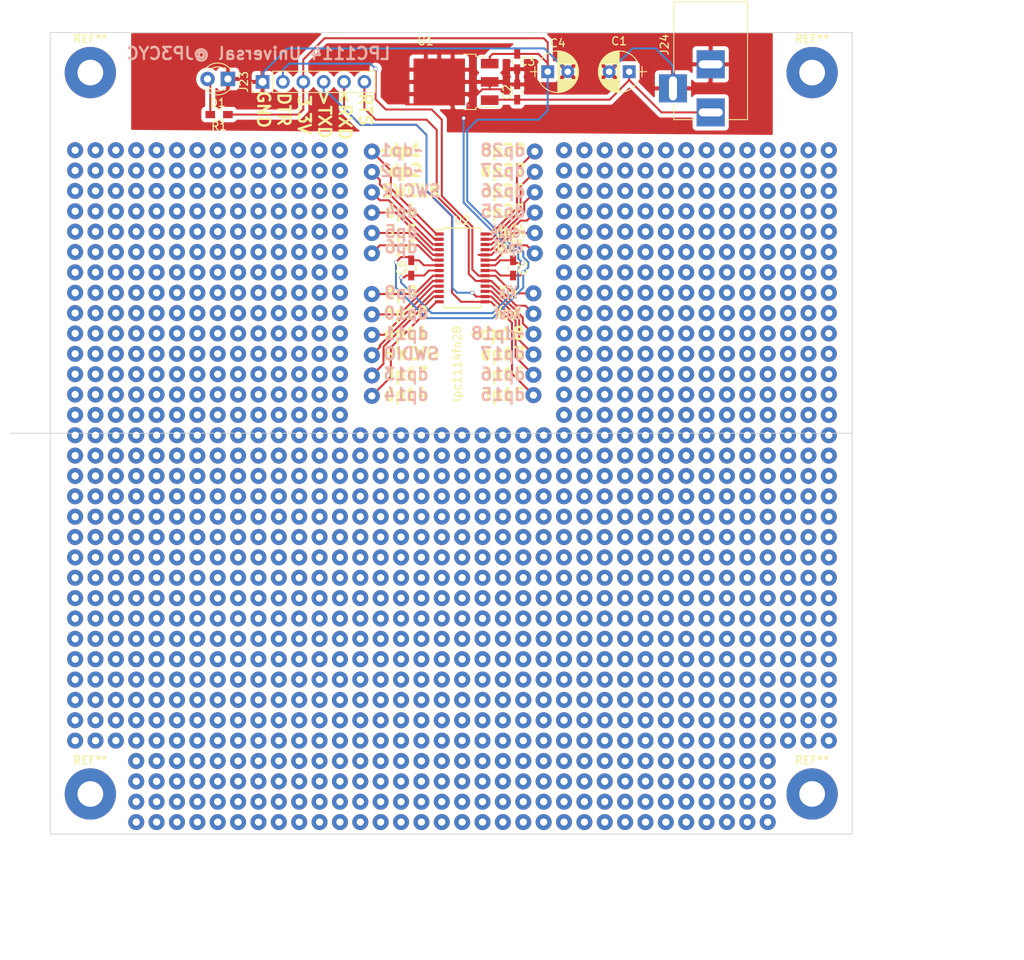
<source format=kicad_pcb>
(kicad_pcb (version 20221018) (generator pcbnew)
  (layers (0 "F.Cu" signal) (31 "B.Cu" signal) (34 "B.Paste" user) (35 "F.Paste" user) (36 "B.SilkS" user "B.Silkscreen") (37 "F.SilkS" user "F.Silkscreen") (38 "B.Mask" user) (39 "F.Mask" user) (44 "Edge.Cuts" user))
  (net 0 "")
  (net 1 "+5V")
  (net 2 "GND")
  (net 3 "+3V3")
  (net 4 "Net-(J1-Pad1)")
  (net 5 "Net-(J2-Pad1)")
  (net 6 "Net-(J3-Pad1)")
  (net 7 "Net-(J4-Pad1)")
  (net 8 "Net-(J5-Pad1)")
  (net 9 "Net-(J6-Pad1)")
  (net 10 "Net-(J7-Pad1)")
  (net 11 "Net-(J8-Pad1)")
  (net 12 "Net-(J9-Pad1)")
  (net 13 "Net-(J10-Pad1)")
  (net 14 "Net-(J11-Pad1)")
  (net 15 "Net-(J12-Pad1)")
  (net 16 "Net-(J13-Pad1)")
  (net 17 "Net-(J14-Pad1)")
  (net 18 "Net-(J15-Pad1)")
  (net 19 "Net-(J16-Pad1)")
  (net 20 "Net-(J17-Pad1)")
  (net 21 "Net-(J18-Pad1)")
  (net 22 "Net-(J19-Pad1)")
  (net 23 "Net-(J20-Pad1)")
  (net 24 "Net-(J21-Pad1)")
  (net 25 "Net-(J22-Pad1)")
  (net 26 "Net-(D1-Pad2)")
  (net 27 "Net-(J23-Pad2)")
  (net 28 "Net-(J23-Pad6)")
  (footprint "Capacitors_ThroughHole:CP_Radial_D5.0mm_P2.50mm" (layer "F.Cu") (at 156.72 79.74 180)
    (fp_text reference "C1")
    (fp_text value "100uF")
  )
  (footprint "Capacitors_SMD:C_0603_HandSoldering" (layer "F.Cu") (at 142.75 82.28 90)
    (fp_text reference "C2")
    (fp_text value "0.1uF")
  )
  (footprint "Capacitors_SMD:C_0603_HandSoldering" (layer "F.Cu") (at 142.75 78.47 -90)
    (fp_text reference "C3")
    (fp_text value "0.1uF")
  )
  (footprint "Capacitors_ThroughHole:CP_Radial_D5.0mm_P2.50mm" (layer "F.Cu") (at 146.56 79.74)
    (fp_text reference "C4")
    (fp_text value "100uF")
  )
  (footprint "Capacitors_SMD:C_0603_HandSoldering" (layer "F.Cu") (at 142.24 104.22 -90)
    (fp_text reference "C5")
    (fp_text value "1uF")
  )
  (footprint "Capacitors_SMD:C_0603_HandSoldering" (layer "F.Cu") (at 129.54 104.22 90)
    (fp_text reference "C6")
    (fp_text value "1uF")
  )
  (footprint "pad:universal" (layer "F.Cu") (at 124.63 89.7)
    (fp_text reference "J1" hide)
    (fp_text value "CONN_01X01" hide)
  )
  (footprint "pad:universal" (layer "F.Cu") (at 124.63 92.24)
    (fp_text reference "J2" hide)
    (fp_text value "CONN_01X01" hide)
  )
  (footprint "pad:universal" (layer "F.Cu") (at 124.63 94.78)
    (fp_text reference "J3" hide)
    (fp_text value "CONN_01X01" hide)
  )
  (footprint "pad:universal" (layer "F.Cu") (at 124.63 97.32)
    (fp_text reference "J4" hide)
    (fp_text value "CONN_01X01" hide)
  )
  (footprint "pad:universal" (layer "F.Cu") (at 124.63 99.86)
    (fp_text reference "J5" hide)
    (fp_text value "CONN_01X01" hide)
  )
  (footprint "pad:universal" (layer "F.Cu") (at 124.63 102.4)
    (fp_text reference "J6" hide)
    (fp_text value "CONN_01X01" hide)
  )
  (footprint "pad:universal" (layer "F.Cu") (at 124.63 107.48)
    (fp_text reference "J7" hide)
    (fp_text value "CONN_01X01" hide)
  )
  (footprint "pad:universal" (layer "F.Cu") (at 124.63 110.02)
    (fp_text reference "J8" hide)
    (fp_text value "CONN_01X01" hide)
  )
  (footprint "pad:universal" (layer "F.Cu") (at 124.63 112.56)
    (fp_text reference "J9" hide)
    (fp_text value "CONN_01X01" hide)
  )
  (footprint "pad:universal" (layer "F.Cu") (at 124.63 115.1)
    (fp_text reference "J10" hide)
    (fp_text value "CONN_01X01" hide)
  )
  (footprint "pad:universal" (layer "F.Cu") (at 124.63 117.64)
    (fp_text reference "J11" hide)
    (fp_text value "CONN_01X01" hide)
  )
  (footprint "pad:universal" (layer "F.Cu") (at 124.63 120.18)
    (fp_text reference "J12" hide)
    (fp_text value "CONN_01X01" hide)
  )
  (footprint "pad:universal" (layer "F.Cu") (at 144.95 89.7)
    (fp_text reference "J13" hide)
    (fp_text value "CONN_01X01" hide)
  )
  (footprint "pad:universal" (layer "F.Cu") (at 144.95 92.24)
    (fp_text reference "J14" hide)
    (fp_text value "CONN_01X01" hide)
  )
  (footprint "pad:universal" (layer "F.Cu") (at 144.95 94.78)
    (fp_text reference "J15" hide)
    (fp_text value "CONN_01X01" hide)
  )
  (footprint "pad:universal" (layer "F.Cu") (at 144.95 97.32)
    (fp_text reference "J16" hide)
    (fp_text value "CONN_01X01" hide)
  )
  (footprint "pad:universal" (layer "F.Cu") (at 144.95 99.86)
    (fp_text reference "J17" hide)
    (fp_text value "CONN_01X01" hide)
  )
  (footprint "pad:universal" (layer "F.Cu") (at 144.95 102.4)
    (fp_text reference "J18" hide)
    (fp_text value "CONN_01X01" hide)
  )
  (footprint "pad:universal" (layer "F.Cu") (at 144.78 112.475)
    (fp_text reference "J19" hide)
    (fp_text value "CONN_01X01" hide)
  )
  (footprint "pad:universal" (layer "F.Cu") (at 144.78 115.015)
    (fp_text reference "J20" hide)
    (fp_text value "CONN_01X01" hide)
  )
  (footprint "pad:universal" (layer "F.Cu") (at 144.78 117.555)
    (fp_text reference "J21" hide)
    (fp_text value "CONN_01X01" hide)
  )
  (footprint "pad:universal" (layer "F.Cu") (at 144.78 120.095)
    (fp_text reference "J22" hide)
    (fp_text value "CONN_01X01" hide)
  )
  (footprint "Pin_Headers:Pin_Header_Straight_1x06_Pitch2.54mm" (layer "F.Cu") (at 111 81.01 90)
    (fp_text reference "J23")
    (fp_text value "CONN_01X06")
  )
  (footprint "Connectors:BARREL_JACK" (layer "F.Cu") (at 166.88 84.82 -90)
    (fp_text reference "J24")
    (fp_text value "BARREL_JACK")
  )
  (footprint "TO_SOT_Packages_SMD:TO-252-3_TabPin2" (layer "F.Cu") (at 135.13 81.01 180)
    (fp_text reference "U1")
    (fp_text value "7803")
  )
  (footprint "Housings_SSOP:TSSOP-28_4.4x9.7mm_Pitch0.65mm" (layer "F.Cu") (at 135.89 104.22)
    (fp_text reference "U2")
    (fp_text value "lpc1114fn28")
  )
  (footprint "pad:universal" (layer "F.Cu") (at 130.81 140.335)
    (fp_text reference "" hide)
    (fp_text value "" hide)
  )
  (footprint "pad:universal" (layer "F.Cu") (at 125.73 140.335)
    (fp_text reference "" hide)
    (fp_text value "" hide)
  )
  (footprint "pad:universal" (layer "F.Cu") (at 125.73 137.795)
    (fp_text reference "" hide)
    (fp_text value "" hide)
  )
  (footprint "pad:universal" (layer "F.Cu") (at 138.43 140.335)
    (fp_text reference "" hide)
    (fp_text value "" hide)
  )
  (footprint "pad:universal" (layer "F.Cu") (at 140.97 140.335)
    (fp_text reference "" hide)
    (fp_text value "" hide)
  )
  (footprint "pad:universal" (layer "F.Cu") (at 143.51 140.335)
    (fp_text reference "" hide)
    (fp_text value "" hide)
  )
  (footprint "pad:universal" (layer "F.Cu") (at 138.43 135.255)
    (fp_text reference "" hide)
    (fp_text value "" hide)
  )
  (footprint "pad:universal" (layer "F.Cu") (at 143.51 135.255)
    (fp_text reference "" hide)
    (fp_text value "" hide)
  )
  (footprint "pad:universal" (layer "F.Cu") (at 140.97 137.795)
    (fp_text reference "" hide)
    (fp_text value "" hide)
  )
  (footprint "pad:universal" (layer "F.Cu") (at 140.97 135.255)
    (fp_text reference "" hide)
    (fp_text value "" hide)
  )
  (footprint "pad:universal" (layer "F.Cu") (at 138.43 137.795)
    (fp_text reference "" hide)
    (fp_text value "" hide)
  )
  (footprint "pad:universal" (layer "F.Cu") (at 143.51 137.795)
    (fp_text reference "" hide)
    (fp_text value "" hide)
  )
  (footprint "pad:universal" (layer "F.Cu") (at 133.35 137.795)
    (fp_text reference "" hide)
    (fp_text value "" hide)
  )
  (footprint "pad:universal" (layer "F.Cu") (at 135.89 135.255)
    (fp_text reference "" hide)
    (fp_text value "" hide)
  )
  (footprint "pad:universal" (layer "F.Cu") (at 135.89 140.335)
    (fp_text reference "" hide)
    (fp_text value "" hide)
  )
  (footprint "pad:universal" (layer "F.Cu") (at 133.35 140.335)
    (fp_text reference "" hide)
    (fp_text value "" hide)
  )
  (footprint "pad:universal" (layer "F.Cu") (at 133.35 135.255)
    (fp_text reference "" hide)
    (fp_text value "" hide)
  )
  (footprint "pad:universal" (layer "F.Cu") (at 135.89 137.795)
    (fp_text reference "" hide)
    (fp_text value "" hide)
  )
  (footprint "pad:universal" (layer "F.Cu") (at 146.05 140.335)
    (fp_text reference "" hide)
    (fp_text value "" hide)
  )
  (footprint "pad:universal" (layer "F.Cu") (at 146.05 135.255)
    (fp_text reference "" hide)
    (fp_text value "" hide)
  )
  (footprint "pad:universal" (layer "F.Cu") (at 146.05 137.795)
    (fp_text reference "" hide)
    (fp_text value "" hide)
  )
  (footprint "pad:universal" (layer "F.Cu") (at 146.05 132.715)
    (fp_text reference "" hide)
    (fp_text value "" hide)
  )
  (footprint "pad:universal" (layer "F.Cu") (at 143.51 132.715)
    (fp_text reference "" hide)
    (fp_text value "" hide)
  )
  (footprint "pad:universal" (layer "F.Cu") (at 143.51 130.175)
    (fp_text reference "" hide)
    (fp_text value "" hide)
  )
  (footprint "pad:universal" (layer "F.Cu") (at 146.05 130.175)
    (fp_text reference "" hide)
    (fp_text value "" hide)
  )
  (footprint "pad:universal" (layer "F.Cu") (at 143.51 127.635)
    (fp_text reference "" hide)
    (fp_text value "" hide)
  )
  (footprint "pad:universal" (layer "F.Cu") (at 146.05 127.635)
    (fp_text reference "" hide)
    (fp_text value "" hide)
  )
  (footprint "pad:universal" (layer "F.Cu") (at 128.27 140.335)
    (fp_text reference "" hide)
    (fp_text value "" hide)
  )
  (footprint "pad:universal" (layer "F.Cu") (at 130.81 135.255)
    (fp_text reference "" hide)
    (fp_text value "" hide)
  )
  (footprint "pad:universal" (layer "F.Cu") (at 130.81 137.795)
    (fp_text reference "" hide)
    (fp_text value "" hide)
  )
  (footprint "pad:universal" (layer "F.Cu") (at 128.27 137.795)
    (fp_text reference "" hide)
    (fp_text value "" hide)
  )
  (footprint "pad:universal" (layer "F.Cu") (at 128.27 135.255)
    (fp_text reference "" hide)
    (fp_text value "" hide)
  )
  (footprint "pad:universal" (layer "F.Cu") (at 125.73 135.255)
    (fp_text reference "" hide)
    (fp_text value "" hide)
  )
  (footprint "pad:universal" (layer "F.Cu") (at 123.19 140.335)
    (fp_text reference "" hide)
    (fp_text value "" hide)
  )
  (footprint "pad:universal" (layer "F.Cu") (at 123.19 137.795)
    (fp_text reference "" hide)
    (fp_text value "" hide)
  )
  (footprint "pad:universal" (layer "F.Cu") (at 123.19 135.255)
    (fp_text reference "" hide)
    (fp_text value "" hide)
  )
  (footprint "pad:universal" (layer "F.Cu") (at 123.19 130.175)
    (fp_text reference "" hide)
    (fp_text value "" hide)
  )
  (footprint "pad:universal" (layer "F.Cu") (at 128.27 132.715)
    (fp_text reference "" hide)
    (fp_text value "" hide)
  )
  (footprint "pad:universal" (layer "F.Cu") (at 125.73 132.715)
    (fp_text reference "" hide)
    (fp_text value "" hide)
  )
  (footprint "pad:universal" (layer "F.Cu") (at 123.19 132.715)
    (fp_text reference "" hide)
    (fp_text value "" hide)
  )
  (footprint "pad:universal" (layer "F.Cu") (at 125.73 130.175)
    (fp_text reference "" hide)
    (fp_text value "" hide)
  )
  (footprint "pad:universal" (layer "F.Cu") (at 125.73 127.635)
    (fp_text reference "" hide)
    (fp_text value "" hide)
  )
  (footprint "pad:universal" (layer "F.Cu") (at 123.19 127.635)
    (fp_text reference "" hide)
    (fp_text value "" hide)
  )
  (footprint "pad:universal" (layer "F.Cu") (at 130.81 127.635)
    (fp_text reference "" hide)
    (fp_text value "" hide)
  )
  (footprint "pad:universal" (layer "F.Cu") (at 128.27 130.175)
    (fp_text reference "" hide)
    (fp_text value "" hide)
  )
  (footprint "pad:universal" (layer "F.Cu") (at 130.81 132.715)
    (fp_text reference "" hide)
    (fp_text value "" hide)
  )
  (footprint "pad:universal" (layer "F.Cu") (at 130.81 130.175)
    (fp_text reference "" hide)
    (fp_text value "" hide)
  )
  (footprint "pad:universal" (layer "F.Cu") (at 128.27 127.635)
    (fp_text reference "" hide)
    (fp_text value "" hide)
  )
  (footprint "pad:universal" (layer "F.Cu") (at 133.35 127.635)
    (fp_text reference "" hide)
    (fp_text value "" hide)
  )
  (footprint "pad:universal" (layer "F.Cu") (at 135.89 132.715)
    (fp_text reference "" hide)
    (fp_text value "" hide)
  )
  (footprint "pad:universal" (layer "F.Cu") (at 135.89 130.175)
    (fp_text reference "" hide)
    (fp_text value "" hide)
  )
  (footprint "pad:universal" (layer "F.Cu") (at 133.35 130.175)
    (fp_text reference "" hide)
    (fp_text value "" hide)
  )
  (footprint "pad:universal" (layer "F.Cu") (at 133.35 132.715)
    (fp_text reference "" hide)
    (fp_text value "" hide)
  )
  (footprint "pad:universal" (layer "F.Cu") (at 135.89 127.635)
    (fp_text reference "" hide)
    (fp_text value "" hide)
  )
  (footprint "pad:universal" (layer "F.Cu") (at 140.97 127.635)
    (fp_text reference "" hide)
    (fp_text value "" hide)
  )
  (footprint "pad:universal" (layer "F.Cu") (at 140.97 132.715)
    (fp_text reference "" hide)
    (fp_text value "" hide)
  )
  (footprint "pad:universal" (layer "F.Cu") (at 140.97 130.175)
    (fp_text reference "" hide)
    (fp_text value "" hide)
  )
  (footprint "pad:universal" (layer "F.Cu") (at 138.43 130.175)
    (fp_text reference "" hide)
    (fp_text value "" hide)
  )
  (footprint "pad:universal" (layer "F.Cu") (at 138.43 132.715)
    (fp_text reference "" hide)
    (fp_text value "" hide)
  )
  (footprint "pad:universal" (layer "F.Cu") (at 138.43 127.635)
    (fp_text reference "" hide)
    (fp_text value "" hide)
  )
  (footprint "pad:universal" (layer "F.Cu") (at 123.19 125.095)
    (fp_text reference "" hide)
    (fp_text value "" hide)
  )
  (footprint "pad:universal" (layer "F.Cu") (at 125.73 125.095)
    (fp_text reference "" hide)
    (fp_text value "" hide)
  )
  (footprint "pad:universal" (layer "F.Cu") (at 130.81 125.095)
    (fp_text reference "" hide)
    (fp_text value "" hide)
  )
  (footprint "pad:universal" (layer "F.Cu") (at 128.27 125.095)
    (fp_text reference "" hide)
    (fp_text value "" hide)
  )
  (footprint "pad:universal" (layer "F.Cu") (at 140.97 125.095)
    (fp_text reference "" hide)
    (fp_text value "" hide)
  )
  (footprint "pad:universal" (layer "F.Cu") (at 133.35 125.095)
    (fp_text reference "" hide)
    (fp_text value "" hide)
  )
  (footprint "pad:universal" (layer "F.Cu") (at 135.89 125.095)
    (fp_text reference "" hide)
    (fp_text value "" hide)
  )
  (footprint "pad:universal" (layer "F.Cu") (at 138.43 125.095)
    (fp_text reference "" hide)
    (fp_text value "" hide)
  )
  (footprint "pad:universal" (layer "F.Cu") (at 146.05 125.095)
    (fp_text reference "" hide)
    (fp_text value "" hide)
  )
  (footprint "pad:universal" (layer "F.Cu") (at 143.51 125.095)
    (fp_text reference "" hide)
    (fp_text value "" hide)
  )
  (footprint "pad:universal" (layer "F.Cu") (at 144.78 107.395)
    (fp_text reference "J25" hide)
    (fp_text value "CONN_01X01" hide)
  )
  (footprint "pad:universal" (layer "F.Cu") (at 144.78 109.935)
    (fp_text reference "J26" hide)
    (fp_text value "CONN_01X01" hide)
  )
  (footprint "LEDs:LED_D3.0mm" (layer "F.Cu") (at 106.68 80.645 180)
    (fp_text reference "D1")
    (fp_text value "LED")
  )
  (footprint "Resistors_SMD:R_0603_HandSoldering" (layer "F.Cu") (at 105.58 85.09 180)
    (fp_text reference "R1")
    (fp_text value "R")
  )
  (footprint "pad:universal" (layer "F.Cu") (at 153.67 109.855)
    (fp_text reference "" hide)
    (fp_text value "" hide)
  )
  (footprint "Mounting_Holes:MountingHole_3.2mm_M3_Pad" (layer "F.Cu") (at 89.53 79.85)
    (fp_text reference "REF**")
    (fp_text value "MountingHole_3.2mm_M3_Pad")
  )
  (footprint "Mounting_Holes:MountingHole_3.2mm_M3_Pad" (layer "F.Cu") (at 179.53 79.85)
    (fp_text reference "REF**")
    (fp_text value "MountingHole_3.2mm_M3_Pad")
  )
  (footprint "Mounting_Holes:MountingHole_3.2mm_M3_Pad" (layer "F.Cu") (at 179.53 169.85)
    (fp_text reference "REF**")
    (fp_text value "MountingHole_3.2mm_M3_Pad")
  )
  (footprint "Mounting_Holes:MountingHole_3.2mm_M3_Pad" (layer "F.Cu") (at 89.53 169.85)
    (fp_text reference "REF**")
    (fp_text value "MountingHole_3.2mm_M3_Pad")
  )
  (footprint "pad:universal" (layer "F.Cu") (at 151.13 109.855)
    (fp_text reference "" hide)
    (fp_text value "" hide)
  )
  (footprint "pad:universal" (layer "F.Cu") (at 148.59 109.855)
    (fp_text reference "" hide)
    (fp_text value "" hide)
  )
  (footprint "pad:universal" (layer "F.Cu") (at 156.21 109.855)
    (fp_text reference "" hide)
    (fp_text value "" hide)
  )
  (footprint "pad:universal" (layer "F.Cu") (at 163.83 109.855)
    (fp_text reference "" hide)
    (fp_text value "" hide)
  )
  (footprint "pad:universal" (layer "F.Cu") (at 161.29 109.855)
    (fp_text reference "" hide)
    (fp_text value "" hide)
  )
  (footprint "pad:universal" (layer "F.Cu") (at 158.75 109.855)
    (fp_text reference "" hide)
    (fp_text value "" hide)
  )
  (footprint "pad:universal" (layer "F.Cu") (at 166.37 109.855)
    (fp_text reference "" hide)
    (fp_text value "" hide)
  )
  (footprint "pad:universal" (layer "F.Cu") (at 173.99 109.855)
    (fp_text reference "" hide)
    (fp_text value "" hide)
  )
  (footprint "pad:universal" (layer "F.Cu") (at 171.45 109.855)
    (fp_text reference "" hide)
    (fp_text value "" hide)
  )
  (footprint "pad:universal" (layer "F.Cu") (at 168.91 109.855)
    (fp_text reference "" hide)
    (fp_text value "" hide)
  )
  (footprint "pad:universal" (layer "F.Cu") (at 176.53 109.855)
    (fp_text reference "" hide)
    (fp_text value "" hide)
  )
  (footprint "pad:universal" (layer "F.Cu") (at 179.07 112.395)
    (fp_text reference "" hide)
    (fp_text value "" hide)
  )
  (footprint "pad:universal" (layer "F.Cu") (at 176.53 112.395)
    (fp_text reference "" hide)
    (fp_text value "" hide)
  )
  (footprint "pad:universal" (layer "F.Cu") (at 173.99 112.395)
    (fp_text reference "" hide)
    (fp_text value "" hide)
  )
  (footprint "pad:universal" (layer "F.Cu") (at 181.61 112.395)
    (fp_text reference "" hide)
    (fp_text value "" hide)
  )
  (footprint "pad:universal" (layer "F.Cu") (at 168.91 112.395)
    (fp_text reference "" hide)
    (fp_text value "" hide)
  )
  (footprint "pad:universal" (layer "F.Cu") (at 166.37 112.395)
    (fp_text reference "" hide)
    (fp_text value "" hide)
  )
  (footprint "pad:universal" (layer "F.Cu") (at 163.83 112.395)
    (fp_text reference "" hide)
    (fp_text value "" hide)
  )
  (footprint "pad:universal" (layer "F.Cu") (at 171.45 112.395)
    (fp_text reference "" hide)
    (fp_text value "" hide)
  )
  (footprint "pad:universal" (layer "F.Cu") (at 179.07 109.855)
    (fp_text reference "" hide)
    (fp_text value "" hide)
  )
  (footprint "pad:universal" (layer "F.Cu") (at 181.61 109.855)
    (fp_text reference "" hide)
    (fp_text value "" hide)
  )
  (footprint "pad:universal" (layer "F.Cu") (at 156.21 112.395)
    (fp_text reference "" hide)
    (fp_text value "" hide)
  )
  (footprint "pad:universal" (layer "F.Cu") (at 153.67 112.395)
    (fp_text reference "" hide)
    (fp_text value "" hide)
  )
  (footprint "pad:universal" (layer "F.Cu") (at 151.13 112.395)
    (fp_text reference "" hide)
    (fp_text value "" hide)
  )
  (footprint "pad:universal" (layer "F.Cu") (at 148.59 112.395)
    (fp_text reference "" hide)
    (fp_text value "" hide)
  )
  (footprint "pad:universal" (layer "F.Cu") (at 158.75 112.395)
    (fp_text reference "" hide)
    (fp_text value "" hide)
  )
  (footprint "pad:universal" (layer "F.Cu") (at 161.29 112.395)
    (fp_text reference "" hide)
    (fp_text value "" hide)
  )
  (footprint "pad:universal" (layer "F.Cu") (at 148.59 114.935)
    (fp_text reference "" hide)
    (fp_text value "" hide)
  )
  (footprint "pad:universal" (layer "F.Cu") (at 153.67 117.475)
    (fp_text reference "" hide)
    (fp_text value "" hide)
  )
  (footprint "pad:universal" (layer "F.Cu") (at 151.13 117.475)
    (fp_text reference "" hide)
    (fp_text value "" hide)
  )
  (footprint "pad:universal" (layer "F.Cu") (at 156.21 117.475)
    (fp_text reference "" hide)
    (fp_text value "" hide)
  )
  (footprint "pad:universal" (layer "F.Cu") (at 156.21 114.935)
    (fp_text reference "" hide)
    (fp_text value "" hide)
  )
  (footprint "pad:universal" (layer "F.Cu") (at 153.67 114.935)
    (fp_text reference "" hide)
    (fp_text value "" hide)
  )
  (footprint "pad:universal" (layer "F.Cu") (at 151.13 114.935)
    (fp_text reference "" hide)
    (fp_text value "" hide)
  )
  (footprint "pad:universal" (layer "F.Cu") (at 148.59 117.475)
    (fp_text reference "" hide)
    (fp_text value "" hide)
  )
  (footprint "pad:universal" (layer "F.Cu") (at 166.37 114.935)
    (fp_text reference "" hide)
    (fp_text value "" hide)
  )
  (footprint "pad:universal" (layer "F.Cu") (at 163.83 114.935)
    (fp_text reference "" hide)
    (fp_text value "" hide)
  )
  (footprint "pad:universal" (layer "F.Cu") (at 161.29 114.935)
    (fp_text reference "" hide)
    (fp_text value "" hide)
  )
  (footprint "pad:universal" (layer "F.Cu") (at 158.75 114.935)
    (fp_text reference "" hide)
    (fp_text value "" hide)
  )
  (footprint "pad:universal" (layer "F.Cu") (at 166.37 117.475)
    (fp_text reference "" hide)
    (fp_text value "" hide)
  )
  (footprint "pad:universal" (layer "F.Cu") (at 158.75 117.475)
    (fp_text reference "" hide)
    (fp_text value "" hide)
  )
  (footprint "pad:universal" (layer "F.Cu") (at 163.83 117.475)
    (fp_text reference "" hide)
    (fp_text value "" hide)
  )
  (footprint "pad:universal" (layer "F.Cu") (at 161.29 117.475)
    (fp_text reference "" hide)
    (fp_text value "" hide)
  )
  (footprint "pad:universal" (layer "F.Cu") (at 173.99 117.475)
    (fp_text reference "" hide)
    (fp_text value "" hide)
  )
  (footprint "pad:universal" (layer "F.Cu") (at 173.99 114.935)
    (fp_text reference "" hide)
    (fp_text value "" hide)
  )
  (footprint "pad:universal" (layer "F.Cu") (at 171.45 114.935)
    (fp_text reference "" hide)
    (fp_text value "" hide)
  )
  (footprint "pad:universal" (layer "F.Cu") (at 168.91 114.935)
    (fp_text reference "" hide)
    (fp_text value "" hide)
  )
  (footprint "pad:universal" (layer "F.Cu") (at 168.91 117.475)
    (fp_text reference "" hide)
    (fp_text value "" hide)
  )
  (footprint "pad:universal" (layer "F.Cu") (at 171.45 117.475)
    (fp_text reference "" hide)
    (fp_text value "" hide)
  )
  (footprint "pad:universal" (layer "F.Cu") (at 176.53 114.935)
    (fp_text reference "" hide)
    (fp_text value "" hide)
  )
  (footprint "pad:universal" (layer "F.Cu") (at 181.61 117.475)
    (fp_text reference "" hide)
    (fp_text value "" hide)
  )
  (footprint "pad:universal" (layer "F.Cu") (at 179.07 117.475)
    (fp_text reference "" hide)
    (fp_text value "" hide)
  )
  (footprint "pad:universal" (layer "F.Cu") (at 176.53 117.475)
    (fp_text reference "" hide)
    (fp_text value "" hide)
  )
  (footprint "pad:universal" (layer "F.Cu") (at 179.07 114.935)
    (fp_text reference "" hide)
    (fp_text value "" hide)
  )
  (footprint "pad:universal" (layer "F.Cu") (at 181.61 114.935)
    (fp_text reference "" hide)
    (fp_text value "" hide)
  )
  (footprint "pad:universal" (layer "F.Cu") (at 176.53 125.095)
    (fp_text reference "" hide)
    (fp_text value "" hide)
  )
  (footprint "pad:universal" (layer "F.Cu") (at 181.61 127.635)
    (fp_text reference "" hide)
    (fp_text value "" hide)
  )
  (footprint "pad:universal" (layer "F.Cu") (at 179.07 127.635)
    (fp_text reference "" hide)
    (fp_text value "" hide)
  )
  (footprint "pad:universal" (layer "F.Cu") (at 176.53 127.635)
    (fp_text reference "" hide)
    (fp_text value "" hide)
  )
  (footprint "pad:universal" (layer "F.Cu") (at 179.07 125.095)
    (fp_text reference "" hide)
    (fp_text value "" hide)
  )
  (footprint "pad:universal" (layer "F.Cu") (at 181.61 125.095)
    (fp_text reference "" hide)
    (fp_text value "" hide)
  )
  (footprint "pad:universal" (layer "F.Cu") (at 148.59 125.095)
    (fp_text reference "" hide)
    (fp_text value "" hide)
  )
  (footprint "pad:universal" (layer "F.Cu") (at 153.67 127.635)
    (fp_text reference "" hide)
    (fp_text value "" hide)
  )
  (footprint "pad:universal" (layer "F.Cu") (at 151.13 127.635)
    (fp_text reference "" hide)
    (fp_text value "" hide)
  )
  (footprint "pad:universal" (layer "F.Cu") (at 151.13 125.095)
    (fp_text reference "" hide)
    (fp_text value "" hide)
  )
  (footprint "pad:universal" (layer "F.Cu") (at 148.59 127.635)
    (fp_text reference "" hide)
    (fp_text value "" hide)
  )
  (footprint "pad:universal" (layer "F.Cu") (at 171.45 127.635)
    (fp_text reference "" hide)
    (fp_text value "" hide)
  )
  (footprint "pad:universal" (layer "F.Cu") (at 173.99 127.635)
    (fp_text reference "" hide)
    (fp_text value "" hide)
  )
  (footprint "pad:universal" (layer "F.Cu") (at 173.99 125.095)
    (fp_text reference "" hide)
    (fp_text value "" hide)
  )
  (footprint "pad:universal" (layer "F.Cu") (at 171.45 125.095)
    (fp_text reference "" hide)
    (fp_text value "" hide)
  )
  (footprint "pad:universal" (layer "F.Cu") (at 168.91 125.095)
    (fp_text reference "" hide)
    (fp_text value "" hide)
  )
  (footprint "pad:universal" (layer "F.Cu") (at 161.29 125.095)
    (fp_text reference "" hide)
    (fp_text value "" hide)
  )
  (footprint "pad:universal" (layer "F.Cu") (at 166.37 127.635)
    (fp_text reference "" hide)
    (fp_text value "" hide)
  )
  (footprint "pad:universal" (layer "F.Cu") (at 161.29 127.635)
    (fp_text reference "" hide)
    (fp_text value "" hide)
  )
  (footprint "pad:universal" (layer "F.Cu") (at 166.37 125.095)
    (fp_text reference "" hide)
    (fp_text value "" hide)
  )
  (footprint "pad:universal" (layer "F.Cu") (at 163.83 125.095)
    (fp_text reference "" hide)
    (fp_text value "" hide)
  )
  (footprint "pad:universal" (layer "F.Cu") (at 163.83 127.635)
    (fp_text reference "" hide)
    (fp_text value "" hide)
  )
  (footprint "pad:universal" (layer "F.Cu") (at 168.91 127.635)
    (fp_text reference "" hide)
    (fp_text value "" hide)
  )
  (footprint "pad:universal" (layer "F.Cu") (at 156.21 127.635)
    (fp_text reference "" hide)
    (fp_text value "" hide)
  )
  (footprint "pad:universal" (layer "F.Cu") (at 156.21 125.095)
    (fp_text reference "" hide)
    (fp_text value "" hide)
  )
  (footprint "pad:universal" (layer "F.Cu") (at 153.67 125.095)
    (fp_text reference "" hide)
    (fp_text value "" hide)
  )
  (footprint "pad:universal" (layer "F.Cu") (at 158.75 125.095)
    (fp_text reference "" hide)
    (fp_text value "" hide)
  )
  (footprint "pad:universal" (layer "F.Cu") (at 158.75 127.635)
    (fp_text reference "" hide)
    (fp_text value "" hide)
  )
  (footprint "pad:universal" (layer "F.Cu") (at 161.29 122.555)
    (fp_text reference "" hide)
    (fp_text value "" hide)
  )
  (footprint "pad:universal" (layer "F.Cu") (at 156.21 120.015)
    (fp_text reference "" hide)
    (fp_text value "" hide)
  )
  (footprint "pad:universal" (layer "F.Cu") (at 156.21 122.555)
    (fp_text reference "" hide)
    (fp_text value "" hide)
  )
  (footprint "pad:universal" (layer "F.Cu") (at 158.75 120.015)
    (fp_text reference "" hide)
    (fp_text value "" hide)
  )
  (footprint "pad:universal" (layer "F.Cu") (at 158.75 122.555)
    (fp_text reference "" hide)
    (fp_text value "" hide)
  )
  (footprint "pad:universal" (layer "F.Cu") (at 151.13 120.015)
    (fp_text reference "" hide)
    (fp_text value "" hide)
  )
  (footprint "pad:universal" (layer "F.Cu") (at 148.59 120.015)
    (fp_text reference "" hide)
    (fp_text value "" hide)
  )
  (footprint "pad:universal" (layer "F.Cu") (at 153.67 120.015)
    (fp_text reference "" hide)
    (fp_text value "" hide)
  )
  (footprint "pad:universal" (layer "F.Cu") (at 148.59 122.555)
    (fp_text reference "" hide)
    (fp_text value "" hide)
  )
  (footprint "pad:universal" (layer "F.Cu") (at 153.67 122.555)
    (fp_text reference "" hide)
    (fp_text value "" hide)
  )
  (footprint "pad:universal" (layer "F.Cu") (at 151.13 122.555)
    (fp_text reference "" hide)
    (fp_text value "" hide)
  )
  (footprint "pad:universal" (layer "F.Cu") (at 161.29 120.015)
    (fp_text reference "" hide)
    (fp_text value "" hide)
  )
  (footprint "pad:universal" (layer "F.Cu") (at 173.99 120.015)
    (fp_text reference "" hide)
    (fp_text value "" hide)
  )
  (footprint "pad:universal" (layer "F.Cu") (at 181.61 122.555)
    (fp_text reference "" hide)
    (fp_text value "" hide)
  )
  (footprint "pad:universal" (layer "F.Cu") (at 181.61 120.015)
    (fp_text reference "" hide)
    (fp_text value "" hide)
  )
  (footprint "pad:universal" (layer "F.Cu") (at 173.99 122.555)
    (fp_text reference "" hide)
    (fp_text value "" hide)
  )
  (footprint "pad:universal" (layer "F.Cu") (at 168.91 122.555)
    (fp_text reference "" hide)
    (fp_text value "" hide)
  )
  (footprint "pad:universal" (layer "F.Cu") (at 171.45 122.555)
    (fp_text reference "" hide)
    (fp_text value "" hide)
  )
  (footprint "pad:universal" (layer "F.Cu") (at 171.45 120.015)
    (fp_text reference "" hide)
    (fp_text value "" hide)
  )
  (footprint "pad:universal" (layer "F.Cu") (at 168.91 120.015)
    (fp_text reference "" hide)
    (fp_text value "" hide)
  )
  (footprint "pad:universal" (layer "F.Cu") (at 179.07 120.015)
    (fp_text reference "" hide)
    (fp_text value "" hide)
  )
  (footprint "pad:universal" (layer "F.Cu") (at 176.53 120.015)
    (fp_text reference "" hide)
    (fp_text value "" hide)
  )
  (footprint "pad:universal" (layer "F.Cu") (at 179.07 122.555)
    (fp_text reference "" hide)
    (fp_text value "" hide)
  )
  (footprint "pad:universal" (layer "F.Cu") (at 176.53 122.555)
    (fp_text reference "" hide)
    (fp_text value "" hide)
  )
  (footprint "pad:universal" (layer "F.Cu") (at 163.83 122.555)
    (fp_text reference "" hide)
    (fp_text value "" hide)
  )
  (footprint "pad:universal" (layer "F.Cu") (at 166.37 120.015)
    (fp_text reference "" hide)
    (fp_text value "" hide)
  )
  (footprint "pad:universal" (layer "F.Cu") (at 166.37 122.555)
    (fp_text reference "" hide)
    (fp_text value "" hide)
  )
  (footprint "pad:universal" (layer "F.Cu") (at 163.83 120.015)
    (fp_text reference "" hide)
    (fp_text value "" hide)
  )
  (footprint "pad:universal" (layer "F.Cu") (at 161.29 130.175)
    (fp_text reference "" hide)
    (fp_text value "" hide)
  )
  (footprint "pad:universal" (layer "F.Cu") (at 158.75 132.715)
    (fp_text reference "" hide)
    (fp_text value "" hide)
  )
  (footprint "pad:universal" (layer "F.Cu") (at 161.29 132.715)
    (fp_text reference "" hide)
    (fp_text value "" hide)
  )
  (footprint "pad:universal" (layer "F.Cu") (at 158.75 130.175)
    (fp_text reference "" hide)
    (fp_text value "" hide)
  )
  (footprint "pad:universal" (layer "F.Cu") (at 151.13 130.175)
    (fp_text reference "" hide)
    (fp_text value "" hide)
  )
  (footprint "pad:universal" (layer "F.Cu") (at 148.59 132.715)
    (fp_text reference "" hide)
    (fp_text value "" hide)
  )
  (footprint "pad:universal" (layer "F.Cu") (at 148.59 130.175)
    (fp_text reference "" hide)
    (fp_text value "" hide)
  )
  (footprint "pad:universal" (layer "F.Cu") (at 151.13 132.715)
    (fp_text reference "" hide)
    (fp_text value "" hide)
  )
  (footprint "pad:universal" (layer "F.Cu") (at 168.91 130.175)
    (fp_text reference "" hide)
    (fp_text value "" hide)
  )
  (footprint "pad:universal" (layer "F.Cu") (at 168.91 132.715)
    (fp_text reference "" hide)
    (fp_text value "" hide)
  )
  (footprint "pad:universal" (layer "F.Cu") (at 171.45 130.175)
    (fp_text reference "" hide)
    (fp_text value "" hide)
  )
  (footprint "pad:universal" (layer "F.Cu") (at 171.45 132.715)
    (fp_text reference "" hide)
    (fp_text value "" hide)
  )
  (footprint "pad:universal" (layer "F.Cu") (at 163.83 130.175)
    (fp_text reference "" hide)
    (fp_text value "" hide)
  )
  (footprint "pad:universal" (layer "F.Cu") (at 163.83 132.715)
    (fp_text reference "" hide)
    (fp_text value "" hide)
  )
  (footprint "pad:universal" (layer "F.Cu") (at 166.37 132.715)
    (fp_text reference "" hide)
    (fp_text value "" hide)
  )
  (footprint "pad:universal" (layer "F.Cu") (at 166.37 130.175)
    (fp_text reference "" hide)
    (fp_text value "" hide)
  )
  (footprint "pad:universal" (layer "F.Cu") (at 181.61 130.175)
    (fp_text reference "" hide)
    (fp_text value "" hide)
  )
  (footprint "pad:universal" (layer "F.Cu") (at 173.99 130.175)
    (fp_text reference "" hide)
    (fp_text value "" hide)
  )
  (footprint "pad:universal" (layer "F.Cu") (at 173.99 132.715)
    (fp_text reference "" hide)
    (fp_text value "" hide)
  )
  (footprint "pad:universal" (layer "F.Cu") (at 181.61 132.715)
    (fp_text reference "" hide)
    (fp_text value "" hide)
  )
  (footprint "pad:universal" (layer "F.Cu") (at 176.53 132.715)
    (fp_text reference "" hide)
    (fp_text value "" hide)
  )
  (footprint "pad:universal" (layer "F.Cu") (at 179.07 130.175)
    (fp_text reference "" hide)
    (fp_text value "" hide)
  )
  (footprint "pad:universal" (layer "F.Cu") (at 179.07 132.715)
    (fp_text reference "" hide)
    (fp_text value "" hide)
  )
  (footprint "pad:universal" (layer "F.Cu") (at 176.53 130.175)
    (fp_text reference "" hide)
    (fp_text value "" hide)
  )
  (footprint "pad:universal" (layer "F.Cu") (at 156.21 130.175)
    (fp_text reference "" hide)
    (fp_text value "" hide)
  )
  (footprint "pad:universal" (layer "F.Cu") (at 156.21 132.715)
    (fp_text reference "" hide)
    (fp_text value "" hide)
  )
  (footprint "pad:universal" (layer "F.Cu") (at 153.67 130.175)
    (fp_text reference "" hide)
    (fp_text value "" hide)
  )
  (footprint "pad:universal" (layer "F.Cu") (at 153.67 132.715)
    (fp_text reference "" hide)
    (fp_text value "" hide)
  )
  (footprint "pad:universal" (layer "F.Cu") (at 151.13 147.955)
    (fp_text reference "" hide)
    (fp_text value "" hide)
  )
  (footprint "pad:universal" (layer "F.Cu") (at 148.59 147.955)
    (fp_text reference "" hide)
    (fp_text value "" hide)
  )
  (footprint "pad:universal" (layer "F.Cu") (at 148.59 142.875)
    (fp_text reference "" hide)
    (fp_text value "" hide)
  )
  (footprint "pad:universal" (layer "F.Cu") (at 148.59 137.795)
    (fp_text reference "" hide)
    (fp_text value "" hide)
  )
  (footprint "pad:universal" (layer "F.Cu") (at 148.59 145.415)
    (fp_text reference "" hide)
    (fp_text value "" hide)
  )
  (footprint "pad:universal" (layer "F.Cu") (at 148.59 135.255)
    (fp_text reference "" hide)
    (fp_text value "" hide)
  )
  (footprint "pad:universal" (layer "F.Cu") (at 151.13 145.415)
    (fp_text reference "" hide)
    (fp_text value "" hide)
  )
  (footprint "pad:universal" (layer "F.Cu") (at 151.13 140.335)
    (fp_text reference "" hide)
    (fp_text value "" hide)
  )
  (footprint "pad:universal" (layer "F.Cu") (at 148.59 140.335)
    (fp_text reference "" hide)
    (fp_text value "" hide)
  )
  (footprint "pad:universal" (layer "F.Cu") (at 151.13 142.875)
    (fp_text reference "" hide)
    (fp_text value "" hide)
  )
  (footprint "pad:universal" (layer "F.Cu") (at 153.67 147.955)
    (fp_text reference "" hide)
    (fp_text value "" hide)
  )
  (footprint "pad:universal" (layer "F.Cu") (at 161.29 145.415)
    (fp_text reference "" hide)
    (fp_text value "" hide)
  )
  (footprint "pad:universal" (layer "F.Cu") (at 156.21 147.955)
    (fp_text reference "" hide)
    (fp_text value "" hide)
  )
  (footprint "pad:universal" (layer "F.Cu") (at 161.29 147.955)
    (fp_text reference "" hide)
    (fp_text value "" hide)
  )
  (footprint "pad:universal" (layer "F.Cu") (at 158.75 147.955)
    (fp_text reference "" hide)
    (fp_text value "" hide)
  )
  (footprint "pad:universal" (layer "F.Cu") (at 153.67 145.415)
    (fp_text reference "" hide)
    (fp_text value "" hide)
  )
  (footprint "pad:universal" (layer "F.Cu") (at 158.75 140.335)
    (fp_text reference "" hide)
    (fp_text value "" hide)
  )
  (footprint "pad:universal" (layer "F.Cu") (at 156.21 145.415)
    (fp_text reference "" hide)
    (fp_text value "" hide)
  )
  (footprint "pad:universal" (layer "F.Cu") (at 158.75 145.415)
    (fp_text reference "" hide)
    (fp_text value "" hide)
  )
  (footprint "pad:universal" (layer "F.Cu") (at 158.75 142.875)
    (fp_text reference "" hide)
    (fp_text value "" hide)
  )
  (footprint "pad:universal" (layer "F.Cu") (at 156.21 142.875)
    (fp_text reference "" hide)
    (fp_text value "" hide)
  )
  (footprint "pad:universal" (layer "F.Cu") (at 153.67 140.335)
    (fp_text reference "" hide)
    (fp_text value "" hide)
  )
  (footprint "pad:universal" (layer "F.Cu") (at 156.21 140.335)
    (fp_text reference "" hide)
    (fp_text value "" hide)
  )
  (footprint "pad:universal" (layer "F.Cu") (at 153.67 142.875)
    (fp_text reference "" hide)
    (fp_text value "" hide)
  )
  (footprint "pad:universal" (layer "F.Cu") (at 163.83 137.795)
    (fp_text reference "" hide)
    (fp_text value "" hide)
  )
  (footprint "pad:universal" (layer "F.Cu") (at 161.29 135.255)
    (fp_text reference "" hide)
    (fp_text value "" hide)
  )
  (footprint "pad:universal" (layer "F.Cu") (at 163.83 135.255)
    (fp_text reference "" hide)
    (fp_text value "" hide)
  )
  (footprint "pad:universal" (layer "F.Cu") (at 161.29 137.795)
    (fp_text reference "" hide)
    (fp_text value "" hide)
  )
  (footprint "pad:universal" (layer "F.Cu") (at 168.91 137.795)
    (fp_text reference "" hide)
    (fp_text value "" hide)
  )
  (footprint "pad:universal" (layer "F.Cu") (at 168.91 135.255)
    (fp_text reference "" hide)
    (fp_text value "" hide)
  )
  (footprint "pad:universal" (layer "F.Cu") (at 166.37 135.255)
    (fp_text reference "" hide)
    (fp_text value "" hide)
  )
  (footprint "pad:universal" (layer "F.Cu") (at 166.37 137.795)
    (fp_text reference "" hide)
    (fp_text value "" hide)
  )
  (footprint "pad:universal" (layer "F.Cu") (at 153.67 137.795)
    (fp_text reference "" hide)
    (fp_text value "" hide)
  )
  (footprint "pad:universal" (layer "F.Cu") (at 151.13 135.255)
    (fp_text reference "" hide)
    (fp_text value "" hide)
  )
  (footprint "pad:universal" (layer "F.Cu") (at 151.13 137.795)
    (fp_text reference "" hide)
    (fp_text value "" hide)
  )
  (footprint "pad:universal" (layer "F.Cu") (at 153.67 135.255)
    (fp_text reference "" hide)
    (fp_text value "" hide)
  )
  (footprint "pad:universal" (layer "F.Cu") (at 158.75 137.795)
    (fp_text reference "" hide)
    (fp_text value "" hide)
  )
  (footprint "pad:universal" (layer "F.Cu") (at 156.21 135.255)
    (fp_text reference "" hide)
    (fp_text value "" hide)
  )
  (footprint "pad:universal" (layer "F.Cu") (at 158.75 135.255)
    (fp_text reference "" hide)
    (fp_text value "" hide)
  )
  (footprint "pad:universal" (layer "F.Cu") (at 156.21 137.795)
    (fp_text reference "" hide)
    (fp_text value "" hide)
  )
  (footprint "pad:universal" (layer "F.Cu") (at 171.45 135.255)
    (fp_text reference "" hide)
    (fp_text value "" hide)
  )
  (footprint "pad:universal" (layer "F.Cu") (at 171.45 137.795)
    (fp_text reference "" hide)
    (fp_text value "" hide)
  )
  (footprint "pad:universal" (layer "F.Cu") (at 173.99 135.255)
    (fp_text reference "" hide)
    (fp_text value "" hide)
  )
  (footprint "pad:universal" (layer "F.Cu") (at 173.99 137.795)
    (fp_text reference "" hide)
    (fp_text value "" hide)
  )
  (footprint "pad:universal" (layer "F.Cu") (at 166.37 142.875)
    (fp_text reference "" hide)
    (fp_text value "" hide)
  )
  (footprint "pad:universal" (layer "F.Cu") (at 161.29 142.875)
    (fp_text reference "" hide)
    (fp_text value "" hide)
  )
  (footprint "pad:universal" (layer "F.Cu") (at 161.29 140.335)
    (fp_text reference "" hide)
    (fp_text value "" hide)
  )
  (footprint "pad:universal" (layer "F.Cu") (at 163.83 142.875)
    (fp_text reference "" hide)
    (fp_text value "" hide)
  )
  (footprint "pad:universal" (layer "F.Cu") (at 166.37 140.335)
    (fp_text reference "" hide)
    (fp_text value "" hide)
  )
  (footprint "pad:universal" (layer "F.Cu") (at 163.83 140.335)
    (fp_text reference "" hide)
    (fp_text value "" hide)
  )
  (footprint "pad:universal" (layer "F.Cu") (at 168.91 145.415)
    (fp_text reference "" hide)
    (fp_text value "" hide)
  )
  (footprint "pad:universal" (layer "F.Cu") (at 173.99 142.875)
    (fp_text reference "" hide)
    (fp_text value "" hide)
  )
  (footprint "pad:universal" (layer "F.Cu") (at 168.91 142.875)
    (fp_text reference "" hide)
    (fp_text value "" hide)
  )
  (footprint "pad:universal" (layer "F.Cu") (at 171.45 142.875)
    (fp_text reference "" hide)
    (fp_text value "" hide)
  )
  (footprint "pad:universal" (layer "F.Cu") (at 171.45 140.335)
    (fp_text reference "" hide)
    (fp_text value "" hide)
  )
  (footprint "pad:universal" (layer "F.Cu") (at 173.99 140.335)
    (fp_text reference "" hide)
    (fp_text value "" hide)
  )
  (footprint "pad:universal" (layer "F.Cu") (at 168.91 140.335)
    (fp_text reference "" hide)
    (fp_text value "" hide)
  )
  (footprint "pad:universal" (layer "F.Cu") (at 181.61 137.795)
    (fp_text reference "" hide)
    (fp_text value "" hide)
  )
  (footprint "pad:universal" (layer "F.Cu") (at 181.61 140.335)
    (fp_text reference "" hide)
    (fp_text value "" hide)
  )
  (footprint "pad:universal" (layer "F.Cu") (at 179.07 140.335)
    (fp_text reference "" hide)
    (fp_text value "" hide)
  )
  (footprint "pad:universal" (layer "F.Cu") (at 176.53 140.335)
    (fp_text reference "" hide)
    (fp_text value "" hide)
  )
  (footprint "pad:universal" (layer "F.Cu") (at 179.07 142.875)
    (fp_text reference "" hide)
    (fp_text value "" hide)
  )
  (footprint "pad:universal" (layer "F.Cu") (at 176.53 142.875)
    (fp_text reference "" hide)
    (fp_text value "" hide)
  )
  (footprint "pad:universal" (layer "F.Cu") (at 179.07 135.255)
    (fp_text reference "" hide)
    (fp_text value "" hide)
  )
  (footprint "pad:universal" (layer "F.Cu") (at 181.61 135.255)
    (fp_text reference "" hide)
    (fp_text value "" hide)
  )
  (footprint "pad:universal" (layer "F.Cu") (at 179.07 137.795)
    (fp_text reference "" hide)
    (fp_text value "" hide)
  )
  (footprint "pad:universal" (layer "F.Cu") (at 176.53 137.795)
    (fp_text reference "" hide)
    (fp_text value "" hide)
  )
  (footprint "pad:universal" (layer "F.Cu") (at 176.53 135.255)
    (fp_text reference "" hide)
    (fp_text value "" hide)
  )
  (footprint "pad:universal" (layer "F.Cu") (at 168.91 147.955)
    (fp_text reference "" hide)
    (fp_text value "" hide)
  )
  (footprint "pad:universal" (layer "F.Cu") (at 173.99 147.955)
    (fp_text reference "" hide)
    (fp_text value "" hide)
  )
  (footprint "pad:universal" (layer "F.Cu") (at 171.45 147.955)
    (fp_text reference "" hide)
    (fp_text value "" hide)
  )
  (footprint "pad:universal" (layer "F.Cu") (at 173.99 145.415)
    (fp_text reference "" hide)
    (fp_text value "" hide)
  )
  (footprint "pad:universal" (layer "F.Cu") (at 171.45 145.415)
    (fp_text reference "" hide)
    (fp_text value "" hide)
  )
  (footprint "pad:universal" (layer "F.Cu") (at 163.83 147.955)
    (fp_text reference "" hide)
    (fp_text value "" hide)
  )
  (footprint "pad:universal" (layer "F.Cu") (at 166.37 147.955)
    (fp_text reference "" hide)
    (fp_text value "" hide)
  )
  (footprint "pad:universal" (layer "F.Cu") (at 163.83 145.415)
    (fp_text reference "" hide)
    (fp_text value "" hide)
  )
  (footprint "pad:universal" (layer "F.Cu") (at 166.37 145.415)
    (fp_text reference "" hide)
    (fp_text value "" hide)
  )
  (footprint "pad:universal" (layer "F.Cu") (at 181.61 145.415)
    (fp_text reference "" hide)
    (fp_text value "" hide)
  )
  (footprint "pad:universal" (layer "F.Cu") (at 181.61 142.875)
    (fp_text reference "" hide)
    (fp_text value "" hide)
  )
  (footprint "pad:universal" (layer "F.Cu") (at 179.07 145.415)
    (fp_text reference "" hide)
    (fp_text value "" hide)
  )
  (footprint "pad:universal" (layer "F.Cu") (at 176.53 145.415)
    (fp_text reference "" hide)
    (fp_text value "" hide)
  )
  (footprint "pad:universal" (layer "F.Cu") (at 176.53 147.955)
    (fp_text reference "" hide)
    (fp_text value "" hide)
  )
  (footprint "pad:universal" (layer "F.Cu") (at 181.61 147.955)
    (fp_text reference "" hide)
    (fp_text value "" hide)
  )
  (footprint "pad:universal" (layer "F.Cu") (at 179.07 147.955)
    (fp_text reference "" hide)
    (fp_text value "" hide)
  )
  (footprint "pad:universal" (layer "F.Cu") (at 97.79 109.855)
    (fp_text reference "" hide)
    (fp_text value "" hide)
  )
  (footprint "pad:universal" (layer "F.Cu") (at 100.33 109.855)
    (fp_text reference "" hide)
    (fp_text value "" hide)
  )
  (footprint "pad:universal" (layer "F.Cu") (at 100.33 112.395)
    (fp_text reference "" hide)
    (fp_text value "" hide)
  )
  (footprint "pad:universal" (layer "F.Cu") (at 97.79 112.395)
    (fp_text reference "" hide)
    (fp_text value "" hide)
  )
  (footprint "pad:universal" (layer "F.Cu") (at 110.49 112.395)
    (fp_text reference "" hide)
    (fp_text value "" hide)
  )
  (footprint "pad:universal" (layer "F.Cu") (at 107.95 109.855)
    (fp_text reference "" hide)
    (fp_text value "" hide)
  )
  (footprint "pad:universal" (layer "F.Cu") (at 110.49 109.855)
    (fp_text reference "" hide)
    (fp_text value "" hide)
  )
  (footprint "pad:universal" (layer "F.Cu") (at 107.95 112.395)
    (fp_text reference "" hide)
    (fp_text value "" hide)
  )
  (footprint "pad:universal" (layer "F.Cu") (at 105.41 109.855)
    (fp_text reference "" hide)
    (fp_text value "" hide)
  )
  (footprint "pad:universal" (layer "F.Cu") (at 102.87 112.395)
    (fp_text reference "" hide)
    (fp_text value "" hide)
  )
  (footprint "pad:universal" (layer "F.Cu") (at 102.87 109.855)
    (fp_text reference "" hide)
    (fp_text value "" hide)
  )
  (footprint "pad:universal" (layer "F.Cu") (at 105.41 112.395)
    (fp_text reference "" hide)
    (fp_text value "" hide)
  )
  (footprint "pad:universal" (layer "F.Cu") (at 92.71 112.395)
    (fp_text reference "" hide)
    (fp_text value "" hide)
  )
  (footprint "pad:universal" (layer "F.Cu") (at 95.25 109.855)
    (fp_text reference "" hide)
    (fp_text value "" hide)
  )
  (footprint "pad:universal" (layer "F.Cu") (at 95.25 112.395)
    (fp_text reference "" hide)
    (fp_text value "" hide)
  )
  (footprint "pad:universal" (layer "F.Cu") (at 92.71 109.855)
    (fp_text reference "" hide)
    (fp_text value "" hide)
  )
  (footprint "pad:universal" (layer "F.Cu") (at 113.03 117.475)
    (fp_text reference "" hide)
    (fp_text value "" hide)
  )
  (footprint "pad:universal" (layer "F.Cu") (at 115.57 117.475)
    (fp_text reference "" hide)
    (fp_text value "" hide)
  )
  (footprint "pad:universal" (layer "F.Cu") (at 110.49 117.475)
    (fp_text reference "" hide)
    (fp_text value "" hide)
  )
  (footprint "pad:universal" (layer "F.Cu") (at 115.57 114.935)
    (fp_text reference "" hide)
    (fp_text value "" hide)
  )
  (footprint "pad:universal" (layer "F.Cu") (at 110.49 114.935)
    (fp_text reference "" hide)
    (fp_text value "" hide)
  )
  (footprint "pad:universal" (layer "F.Cu") (at 113.03 114.935)
    (fp_text reference "" hide)
    (fp_text value "" hide)
  )
  (footprint "pad:universal" (layer "F.Cu") (at 110.49 122.555)
    (fp_text reference "" hide)
    (fp_text value "" hide)
  )
  (footprint "pad:universal" (layer "F.Cu") (at 113.03 122.555)
    (fp_text reference "" hide)
    (fp_text value "" hide)
  )
  (footprint "pad:universal" (layer "F.Cu") (at 110.49 120.015)
    (fp_text reference "" hide)
    (fp_text value "" hide)
  )
  (footprint "pad:universal" (layer "F.Cu") (at 113.03 120.015)
    (fp_text reference "" hide)
    (fp_text value "" hide)
  )
  (footprint "pad:universal" (layer "F.Cu") (at 115.57 120.015)
    (fp_text reference "" hide)
    (fp_text value "" hide)
  )
  (footprint "pad:universal" (layer "F.Cu") (at 115.57 122.555)
    (fp_text reference "" hide)
    (fp_text value "" hide)
  )
  (footprint "pad:universal" (layer "F.Cu") (at 120.65 114.935)
    (fp_text reference "" hide)
    (fp_text value "" hide)
  )
  (footprint "pad:universal" (layer "F.Cu") (at 118.11 117.475)
    (fp_text reference "" hide)
    (fp_text value "" hide)
  )
  (footprint "pad:universal" (layer "F.Cu") (at 118.11 114.935)
    (fp_text reference "" hide)
    (fp_text value "" hide)
  )
  (footprint "pad:universal" (layer "F.Cu") (at 120.65 117.475)
    (fp_text reference "" hide)
    (fp_text value "" hide)
  )
  (footprint "pad:universal" (layer "F.Cu") (at 118.11 122.555)
    (fp_text reference "" hide)
    (fp_text value "" hide)
  )
  (footprint "pad:universal" (layer "F.Cu") (at 118.11 120.015)
    (fp_text reference "" hide)
    (fp_text value "" hide)
  )
  (footprint "pad:universal" (layer "F.Cu") (at 120.65 120.015)
    (fp_text reference "" hide)
    (fp_text value "" hide)
  )
  (footprint "pad:universal" (layer "F.Cu") (at 120.65 122.555)
    (fp_text reference "" hide)
    (fp_text value "" hide)
  )
  (footprint "pad:universal" (layer "F.Cu") (at 87.63 112.395)
    (fp_text reference "" hide)
    (fp_text value "" hide)
  )
  (footprint "pad:universal" (layer "F.Cu") (at 87.63 109.855)
    (fp_text reference "" hide)
    (fp_text value "" hide)
  )
  (footprint "pad:universal" (layer "F.Cu") (at 90.17 112.395)
    (fp_text reference "" hide)
    (fp_text value "" hide)
  )
  (footprint "pad:universal" (layer "F.Cu") (at 90.17 109.855)
    (fp_text reference "" hide)
    (fp_text value "" hide)
  )
  (footprint "pad:universal" (layer "F.Cu") (at 120.65 112.395)
    (fp_text reference "" hide)
    (fp_text value "" hide)
  )
  (footprint "pad:universal" (layer "F.Cu") (at 120.65 109.855)
    (fp_text reference "" hide)
    (fp_text value "" hide)
  )
  (footprint "pad:universal" (layer "F.Cu") (at 113.03 109.855)
    (fp_text reference "" hide)
    (fp_text value "" hide)
  )
  (footprint "pad:universal" (layer "F.Cu") (at 113.03 112.395)
    (fp_text reference "" hide)
    (fp_text value "" hide)
  )
  (footprint "pad:universal" (layer "F.Cu") (at 115.57 109.855)
    (fp_text reference "" hide)
    (fp_text value "" hide)
  )
  (footprint "pad:universal" (layer "F.Cu") (at 115.57 112.395)
    (fp_text reference "" hide)
    (fp_text value "" hide)
  )
  (footprint "pad:universal" (layer "F.Cu") (at 118.11 109.855)
    (fp_text reference "" hide)
    (fp_text value "" hide)
  )
  (footprint "pad:universal" (layer "F.Cu") (at 118.11 112.395)
    (fp_text reference "" hide)
    (fp_text value "" hide)
  )
  (footprint "pad:universal" (layer "F.Cu") (at 110.49 140.335)
    (fp_text reference "" hide)
    (fp_text value "" hide)
  )
  (footprint "pad:universal" (layer "F.Cu") (at 107.95 140.335)
    (fp_text reference "" hide)
    (fp_text value "" hide)
  )
  (footprint "pad:universal" (layer "F.Cu") (at 107.95 137.795)
    (fp_text reference "" hide)
    (fp_text value "" hide)
  )
  (footprint "pad:universal" (layer "F.Cu") (at 107.95 135.255)
    (fp_text reference "" hide)
    (fp_text value "" hide)
  )
  (footprint "pad:universal" (layer "F.Cu") (at 110.49 135.255)
    (fp_text reference "" hide)
    (fp_text value "" hide)
  )
  (footprint "pad:universal" (layer "F.Cu") (at 113.03 135.255)
    (fp_text reference "" hide)
    (fp_text value "" hide)
  )
  (footprint "pad:universal" (layer "F.Cu") (at 113.03 147.955)
    (fp_text reference "" hide)
    (fp_text value "" hide)
  )
  (footprint "pad:universal" (layer "F.Cu") (at 110.49 147.955)
    (fp_text reference "" hide)
    (fp_text value "" hide)
  )
  (footprint "pad:universal" (layer "F.Cu") (at 107.95 147.955)
    (fp_text reference "" hide)
    (fp_text value "" hide)
  )
  (footprint "pad:universal" (layer "F.Cu") (at 110.49 145.415)
    (fp_text reference "" hide)
    (fp_text value "" hide)
  )
  (footprint "pad:universal" (layer "F.Cu") (at 110.49 142.875)
    (fp_text reference "" hide)
    (fp_text value "" hide)
  )
  (footprint "pad:universal" (layer "F.Cu") (at 110.49 137.795)
    (fp_text reference "" hide)
    (fp_text value "" hide)
  )
  (footprint "pad:universal" (layer "F.Cu") (at 113.03 137.795)
    (fp_text reference "" hide)
    (fp_text value "" hide)
  )
  (footprint "pad:universal" (layer "F.Cu") (at 107.95 142.875)
    (fp_text reference "" hide)
    (fp_text value "" hide)
  )
  (footprint "pad:universal" (layer "F.Cu") (at 105.41 127.635)
    (fp_text reference "" hide)
    (fp_text value "" hide)
  )
  (footprint "pad:universal" (layer "F.Cu") (at 102.87 127.635)
    (fp_text reference "" hide)
    (fp_text value "" hide)
  )
  (footprint "pad:universal" (layer "F.Cu") (at 102.87 130.175)
    (fp_text reference "" hide)
    (fp_text value "" hide)
  )
  (footprint "pad:universal" (layer "F.Cu") (at 105.41 132.715)
    (fp_text reference "" hide)
    (fp_text value "" hide)
  )
  (footprint "pad:universal" (layer "F.Cu") (at 105.41 135.255)
    (fp_text reference "" hide)
    (fp_text value "" hide)
  )
  (footprint "pad:universal" (layer "F.Cu") (at 105.41 130.175)
    (fp_text reference "" hide)
    (fp_text value "" hide)
  )
  (footprint "pad:universal" (layer "F.Cu") (at 102.87 135.255)
    (fp_text reference "" hide)
    (fp_text value "" hide)
  )
  (footprint "pad:universal" (layer "F.Cu") (at 102.87 132.715)
    (fp_text reference "" hide)
    (fp_text value "" hide)
  )
  (footprint "pad:universal" (layer "F.Cu") (at 110.49 127.635)
    (fp_text reference "" hide)
    (fp_text value "" hide)
  )
  (footprint "pad:universal" (layer "F.Cu") (at 107.95 127.635)
    (fp_text reference "" hide)
    (fp_text value "" hide)
  )
  (footprint "pad:universal" (layer "F.Cu") (at 113.03 127.635)
    (fp_text reference "" hide)
    (fp_text value "" hide)
  )
  (footprint "pad:universal" (layer "F.Cu") (at 113.03 130.175)
    (fp_text reference "" hide)
    (fp_text value "" hide)
  )
  (footprint "pad:universal" (layer "F.Cu") (at 110.49 130.175)
    (fp_text reference "" hide)
    (fp_text value "" hide)
  )
  (footprint "pad:universal" (layer "F.Cu") (at 102.87 137.795)
    (fp_text reference "" hide)
    (fp_text value "" hide)
  )
  (footprint "pad:universal" (layer "F.Cu") (at 102.87 142.875)
    (fp_text reference "" hide)
    (fp_text value "" hide)
  )
  (footprint "pad:universal" (layer "F.Cu") (at 105.41 142.875)
    (fp_text reference "" hide)
    (fp_text value "" hide)
  )
  (footprint "pad:universal" (layer "F.Cu") (at 105.41 140.335)
    (fp_text reference "" hide)
    (fp_text value "" hide)
  )
  (footprint "pad:universal" (layer "F.Cu") (at 102.87 140.335)
    (fp_text reference "" hide)
    (fp_text value "" hide)
  )
  (footprint "pad:universal" (layer "F.Cu") (at 105.41 137.795)
    (fp_text reference "" hide)
    (fp_text value "" hide)
  )
  (footprint "pad:universal" (layer "F.Cu") (at 107.95 145.415)
    (fp_text reference "" hide)
    (fp_text value "" hide)
  )
  (footprint "pad:universal" (layer "F.Cu") (at 102.87 145.415)
    (fp_text reference "" hide)
    (fp_text value "" hide)
  )
  (footprint "pad:universal" (layer "F.Cu") (at 102.87 147.955)
    (fp_text reference "" hide)
    (fp_text value "" hide)
  )
  (footprint "pad:universal" (layer "F.Cu") (at 105.41 147.955)
    (fp_text reference "" hide)
    (fp_text value "" hide)
  )
  (footprint "pad:universal" (layer "F.Cu") (at 105.41 145.415)
    (fp_text reference "" hide)
    (fp_text value "" hide)
  )
  (footprint "pad:universal" (layer "F.Cu") (at 107.95 130.175)
    (fp_text reference "" hide)
    (fp_text value "" hide)
  )
  (footprint "pad:universal" (layer "F.Cu") (at 107.95 132.715)
    (fp_text reference "" hide)
    (fp_text value "" hide)
  )
  (footprint "pad:universal" (layer "F.Cu") (at 113.03 132.715)
    (fp_text reference "" hide)
    (fp_text value "" hide)
  )
  (footprint "pad:universal" (layer "F.Cu") (at 110.49 132.715)
    (fp_text reference "" hide)
    (fp_text value "" hide)
  )
  (footprint "pad:universal" (layer "F.Cu") (at 100.33 117.475)
    (fp_text reference "" hide)
    (fp_text value "" hide)
  )
  (footprint "pad:universal" (layer "F.Cu") (at 102.87 117.475)
    (fp_text reference "" hide)
    (fp_text value "" hide)
  )
  (footprint "pad:universal" (layer "F.Cu") (at 102.87 114.935)
    (fp_text reference "" hide)
    (fp_text value "" hide)
  )
  (footprint "pad:universal" (layer "F.Cu") (at 100.33 114.935)
    (fp_text reference "" hide)
    (fp_text value "" hide)
  )
  (footprint "pad:universal" (layer "F.Cu") (at 105.41 117.475)
    (fp_text reference "" hide)
    (fp_text value "" hide)
  )
  (footprint "pad:universal" (layer "F.Cu") (at 105.41 114.935)
    (fp_text reference "" hide)
    (fp_text value "" hide)
  )
  (footprint "pad:universal" (layer "F.Cu") (at 107.95 117.475)
    (fp_text reference "" hide)
    (fp_text value "" hide)
  )
  (footprint "pad:universal" (layer "F.Cu") (at 107.95 114.935)
    (fp_text reference "" hide)
    (fp_text value "" hide)
  )
  (footprint "pad:universal" (layer "F.Cu") (at 102.87 120.015)
    (fp_text reference "" hide)
    (fp_text value "" hide)
  )
  (footprint "pad:universal" (layer "F.Cu") (at 105.41 122.555)
    (fp_text reference "" hide)
    (fp_text value "" hide)
  )
  (footprint "pad:universal" (layer "F.Cu") (at 105.41 120.015)
    (fp_text reference "" hide)
    (fp_text value "" hide)
  )
  (footprint "pad:universal" (layer "F.Cu") (at 102.87 122.555)
    (fp_text reference "" hide)
    (fp_text value "" hide)
  )
  (footprint "pad:universal" (layer "F.Cu") (at 105.41 125.095)
    (fp_text reference "" hide)
    (fp_text value "" hide)
  )
  (footprint "pad:universal" (layer "F.Cu") (at 110.49 125.095)
    (fp_text reference "" hide)
    (fp_text value "" hide)
  )
  (footprint "pad:universal" (layer "F.Cu") (at 107.95 125.095)
    (fp_text reference "" hide)
    (fp_text value "" hide)
  )
  (footprint "pad:universal" (layer "F.Cu") (at 107.95 122.555)
    (fp_text reference "" hide)
    (fp_text value "" hide)
  )
  (footprint "pad:universal" (layer "F.Cu") (at 107.95 120.015)
    (fp_text reference "" hide)
    (fp_text value "" hide)
  )
  (footprint "pad:universal" (layer "F.Cu") (at 100.33 120.015)
    (fp_text reference "" hide)
    (fp_text value "" hide)
  )
  (footprint "pad:universal" (layer "F.Cu") (at 102.87 125.095)
    (fp_text reference "" hide)
    (fp_text value "" hide)
  )
  (footprint "pad:universal" (layer "F.Cu") (at 100.33 125.095)
    (fp_text reference "" hide)
    (fp_text value "" hide)
  )
  (footprint "pad:universal" (layer "F.Cu") (at 100.33 122.555)
    (fp_text reference "" hide)
    (fp_text value "" hide)
  )
  (footprint "pad:universal" (layer "F.Cu") (at 92.71 142.875)
    (fp_text reference "" hide)
    (fp_text value "" hide)
  )
  (footprint "pad:universal" (layer "F.Cu") (at 90.17 142.875)
    (fp_text reference "" hide)
    (fp_text value "" hide)
  )
  (footprint "pad:universal" (layer "F.Cu") (at 90.17 140.335)
    (fp_text reference "" hide)
    (fp_text value "" hide)
  )
  (footprint "pad:universal" (layer "F.Cu") (at 87.63 140.335)
    (fp_text reference "" hide)
    (fp_text value "" hide)
  )
  (footprint "pad:universal" (layer "F.Cu") (at 92.71 140.335)
    (fp_text reference "" hide)
    (fp_text value "" hide)
  )
  (footprint "pad:universal" (layer "F.Cu") (at 87.63 142.875)
    (fp_text reference "" hide)
    (fp_text value "" hide)
  )
  (footprint "pad:universal" (layer "F.Cu") (at 95.25 140.335)
    (fp_text reference "" hide)
    (fp_text value "" hide)
  )
  (footprint "pad:universal" (layer "F.Cu") (at 95.25 135.255)
    (fp_text reference "" hide)
    (fp_text value "" hide)
  )
  (footprint "pad:universal" (layer "F.Cu") (at 97.79 137.795)
    (fp_text reference "" hide)
    (fp_text value "" hide)
  )
  (footprint "pad:universal" (layer "F.Cu") (at 95.25 137.795)
    (fp_text reference "" hide)
    (fp_text value "" hide)
  )
  (footprint "pad:universal" (layer "F.Cu") (at 97.79 140.335)
    (fp_text reference "" hide)
    (fp_text value "" hide)
  )
  (footprint "pad:universal" (layer "F.Cu") (at 95.25 145.415)
    (fp_text reference "" hide)
    (fp_text value "" hide)
  )
  (footprint "pad:universal" (layer "F.Cu") (at 97.79 147.955)
    (fp_text reference "" hide)
    (fp_text value "" hide)
  )
  (footprint "pad:universal" (layer "F.Cu") (at 100.33 147.955)
    (fp_text reference "" hide)
    (fp_text value "" hide)
  )
  (footprint "pad:universal" (layer "F.Cu") (at 95.25 147.955)
    (fp_text reference "" hide)
    (fp_text value "" hide)
  )
  (footprint "pad:universal" (layer "F.Cu") (at 95.25 142.875)
    (fp_text reference "" hide)
    (fp_text value "" hide)
  )
  (footprint "pad:universal" (layer "F.Cu") (at 97.79 142.875)
    (fp_text reference "" hide)
    (fp_text value "" hide)
  )
  (footprint "pad:universal" (layer "F.Cu") (at 97.79 145.415)
    (fp_text reference "" hide)
    (fp_text value "" hide)
  )
  (footprint "pad:universal" (layer "F.Cu") (at 100.33 142.875)
    (fp_text reference "" hide)
    (fp_text value "" hide)
  )
  (footprint "pad:universal" (layer "F.Cu") (at 100.33 145.415)
    (fp_text reference "" hide)
    (fp_text value "" hide)
  )
  (footprint "pad:universal" (layer "F.Cu") (at 92.71 137.795)
    (fp_text reference "" hide)
    (fp_text value "" hide)
  )
  (footprint "pad:universal" (layer "F.Cu") (at 90.17 135.255)
    (fp_text reference "" hide)
    (fp_text value "" hide)
  )
  (footprint "pad:universal" (layer "F.Cu") (at 90.17 137.795)
    (fp_text reference "" hide)
    (fp_text value "" hide)
  )
  (footprint "pad:universal" (layer "F.Cu") (at 92.71 135.255)
    (fp_text reference "" hide)
    (fp_text value "" hide)
  )
  (footprint "pad:universal" (layer "F.Cu") (at 87.63 135.255)
    (fp_text reference "" hide)
    (fp_text value "" hide)
  )
  (footprint "pad:universal" (layer "F.Cu") (at 87.63 137.795)
    (fp_text reference "" hide)
    (fp_text value "" hide)
  )
  (footprint "pad:universal" (layer "F.Cu") (at 100.33 140.335)
    (fp_text reference "" hide)
    (fp_text value "" hide)
  )
  (footprint "pad:universal" (layer "F.Cu") (at 100.33 135.255)
    (fp_text reference "" hide)
    (fp_text value "" hide)
  )
  (footprint "pad:universal" (layer "F.Cu") (at 97.79 135.255)
    (fp_text reference "" hide)
    (fp_text value "" hide)
  )
  (footprint "pad:universal" (layer "F.Cu") (at 100.33 137.795)
    (fp_text reference "" hide)
    (fp_text value "" hide)
  )
  (footprint "pad:universal" (layer "F.Cu") (at 92.71 147.955)
    (fp_text reference "" hide)
    (fp_text value "" hide)
  )
  (footprint "pad:universal" (layer "F.Cu") (at 90.17 145.415)
    (fp_text reference "" hide)
    (fp_text value "" hide)
  )
  (footprint "pad:universal" (layer "F.Cu") (at 92.71 145.415)
    (fp_text reference "" hide)
    (fp_text value "" hide)
  )
  (footprint "pad:universal" (layer "F.Cu") (at 87.63 147.955)
    (fp_text reference "" hide)
    (fp_text value "" hide)
  )
  (footprint "pad:universal" (layer "F.Cu") (at 87.63 145.415)
    (fp_text reference "" hide)
    (fp_text value "" hide)
  )
  (footprint "pad:universal" (layer "F.Cu") (at 90.17 147.955)
    (fp_text reference "" hide)
    (fp_text value "" hide)
  )
  (footprint "pad:universal" (layer "F.Cu") (at 95.25 125.095)
    (fp_text reference "" hide)
    (fp_text value "" hide)
  )
  (footprint "pad:universal" (layer "F.Cu") (at 92.71 127.635)
    (fp_text reference "" hide)
    (fp_text value "" hide)
  )
  (footprint "pad:universal" (layer "F.Cu") (at 95.25 127.635)
    (fp_text reference "" hide)
    (fp_text value "" hide)
  )
  (footprint "pad:universal" (layer "F.Cu") (at 92.71 125.095)
    (fp_text reference "" hide)
    (fp_text value "" hide)
  )
  (footprint "pad:universal" (layer "F.Cu") (at 92.71 132.715)
    (fp_text reference "" hide)
    (fp_text value "" hide)
  )
  (footprint "pad:universal" (layer "F.Cu") (at 92.71 130.175)
    (fp_text reference "" hide)
    (fp_text value "" hide)
  )
  (footprint "pad:universal" (layer "F.Cu") (at 90.17 132.715)
    (fp_text reference "" hide)
    (fp_text value "" hide)
  )
  (footprint "pad:universal" (layer "F.Cu") (at 87.63 132.715)
    (fp_text reference "" hide)
    (fp_text value "" hide)
  )
  (footprint "pad:universal" (layer "F.Cu") (at 97.79 127.635)
    (fp_text reference "" hide)
    (fp_text value "" hide)
  )
  (footprint "pad:universal" (layer "F.Cu") (at 100.33 127.635)
    (fp_text reference "" hide)
    (fp_text value "" hide)
  )
  (footprint "pad:universal" (layer "F.Cu") (at 95.25 132.715)
    (fp_text reference "" hide)
    (fp_text value "" hide)
  )
  (footprint "pad:universal" (layer "F.Cu") (at 95.25 130.175)
    (fp_text reference "" hide)
    (fp_text value "" hide)
  )
  (footprint "pad:universal" (layer "F.Cu") (at 97.79 132.715)
    (fp_text reference "" hide)
    (fp_text value "" hide)
  )
  (footprint "pad:universal" (layer "F.Cu") (at 100.33 132.715)
    (fp_text reference "" hide)
    (fp_text value "" hide)
  )
  (footprint "pad:universal" (layer "F.Cu") (at 100.33 130.175)
    (fp_text reference "" hide)
    (fp_text value "" hide)
  )
  (footprint "pad:universal" (layer "F.Cu") (at 97.79 130.175)
    (fp_text reference "" hide)
    (fp_text value "" hide)
  )
  (footprint "pad:universal" (layer "F.Cu") (at 90.17 127.635)
    (fp_text reference "" hide)
    (fp_text value "" hide)
  )
  (footprint "pad:universal" (layer "F.Cu") (at 87.63 127.635)
    (fp_text reference "" hide)
    (fp_text value "" hide)
  )
  (footprint "pad:universal" (layer "F.Cu") (at 90.17 130.175)
    (fp_text reference "" hide)
    (fp_text value "" hide)
  )
  (footprint "pad:universal" (layer "F.Cu") (at 87.63 130.175)
    (fp_text reference "" hide)
    (fp_text value "" hide)
  )
  (footprint "pad:universal" (layer "F.Cu") (at 92.71 114.935)
    (fp_text reference "" hide)
    (fp_text value "" hide)
  )
  (footprint "pad:universal" (layer "F.Cu") (at 92.71 117.475)
    (fp_text reference "" hide)
    (fp_text value "" hide)
  )
  (footprint "pad:universal" (layer "F.Cu") (at 90.17 117.475)
    (fp_text reference "" hide)
    (fp_text value "" hide)
  )
  (footprint "pad:universal" (layer "F.Cu") (at 90.17 114.935)
    (fp_text reference "" hide)
    (fp_text value "" hide)
  )
  (footprint "pad:universal" (layer "F.Cu") (at 95.25 117.475)
    (fp_text reference "" hide)
    (fp_text value "" hide)
  )
  (footprint "pad:universal" (layer "F.Cu") (at 97.79 117.475)
    (fp_text reference "" hide)
    (fp_text value "" hide)
  )
  (footprint "pad:universal" (layer "F.Cu") (at 97.79 114.935)
    (fp_text reference "" hide)
    (fp_text value "" hide)
  )
  (footprint "pad:universal" (layer "F.Cu") (at 95.25 114.935)
    (fp_text reference "" hide)
    (fp_text value "" hide)
  )
  (footprint "pad:universal" (layer "F.Cu") (at 87.63 120.015)
    (fp_text reference "" hide)
    (fp_text value "" hide)
  )
  (footprint "pad:universal" (layer "F.Cu") (at 87.63 114.935)
    (fp_text reference "" hide)
    (fp_text value "" hide)
  )
  (footprint "pad:universal" (layer "F.Cu") (at 90.17 120.015)
    (fp_text reference "" hide)
    (fp_text value "" hide)
  )
  (footprint "pad:universal" (layer "F.Cu") (at 87.63 117.475)
    (fp_text reference "" hide)
    (fp_text value "" hide)
  )
  (footprint "pad:universal" (layer "F.Cu") (at 95.25 120.015)
    (fp_text reference "" hide)
    (fp_text value "" hide)
  )
  (footprint "pad:universal" (layer "F.Cu") (at 95.25 122.555)
    (fp_text reference "" hide)
    (fp_text value "" hide)
  )
  (footprint "pad:universal" (layer "F.Cu") (at 97.79 120.015)
    (fp_text reference "" hide)
    (fp_text value "" hide)
  )
  (footprint "pad:universal" (layer "F.Cu") (at 97.79 122.555)
    (fp_text reference "" hide)
    (fp_text value "" hide)
  )
  (footprint "pad:universal" (layer "F.Cu") (at 97.79 125.095)
    (fp_text reference "" hide)
    (fp_text value "" hide)
  )
  (footprint "pad:universal" (layer "F.Cu") (at 92.71 120.015)
    (fp_text reference "" hide)
    (fp_text value "" hide)
  )
  (footprint "pad:universal" (layer "F.Cu") (at 92.71 122.555)
    (fp_text reference "" hide)
    (fp_text value "" hide)
  )
  (footprint "pad:universal" (layer "F.Cu") (at 90.17 122.555)
    (fp_text reference "" hide)
    (fp_text value "" hide)
  )
  (footprint "pad:universal" (layer "F.Cu") (at 87.63 122.555)
    (fp_text reference "" hide)
    (fp_text value "" hide)
  )
  (footprint "pad:universal" (layer "F.Cu") (at 87.63 125.095)
    (fp_text reference "" hide)
    (fp_text value "" hide)
  )
  (footprint "pad:universal" (layer "F.Cu") (at 90.17 125.095)
    (fp_text reference "" hide)
    (fp_text value "" hide)
  )
  (footprint "pad:universal" (layer "F.Cu") (at 115.57 140.335)
    (fp_text reference "" hide)
    (fp_text value "" hide)
  )
  (footprint "pad:universal" (layer "F.Cu") (at 115.57 142.875)
    (fp_text reference "" hide)
    (fp_text value "" hide)
  )
  (footprint "pad:universal" (layer "F.Cu") (at 113.03 142.875)
    (fp_text reference "" hide)
    (fp_text value "" hide)
  )
  (footprint "pad:universal" (layer "F.Cu") (at 113.03 140.335)
    (fp_text reference "" hide)
    (fp_text value "" hide)
  )
  (footprint "pad:universal" (layer "F.Cu") (at 113.03 145.415)
    (fp_text reference "" hide)
    (fp_text value "" hide)
  )
  (footprint "pad:universal" (layer "F.Cu") (at 115.57 145.415)
    (fp_text reference "" hide)
    (fp_text value "" hide)
  )
  (footprint "pad:universal" (layer "F.Cu") (at 115.57 130.175)
    (fp_text reference "" hide)
    (fp_text value "" hide)
  )
  (footprint "pad:universal" (layer "F.Cu") (at 118.11 130.175)
    (fp_text reference "" hide)
    (fp_text value "" hide)
  )
  (footprint "pad:universal" (layer "F.Cu") (at 115.57 135.255)
    (fp_text reference "" hide)
    (fp_text value "" hide)
  )
  (footprint "pad:universal" (layer "F.Cu") (at 115.57 132.715)
    (fp_text reference "" hide)
    (fp_text value "" hide)
  )
  (footprint "pad:universal" (layer "F.Cu") (at 120.65 130.175)
    (fp_text reference "" hide)
    (fp_text value "" hide)
  )
  (footprint "pad:universal" (layer "F.Cu") (at 115.57 125.095)
    (fp_text reference "" hide)
    (fp_text value "" hide)
  )
  (footprint "pad:universal" (layer "F.Cu") (at 113.03 125.095)
    (fp_text reference "" hide)
    (fp_text value "" hide)
  )
  (footprint "pad:universal" (layer "F.Cu") (at 118.11 125.095)
    (fp_text reference "" hide)
    (fp_text value "" hide)
  )
  (footprint "pad:universal" (layer "F.Cu") (at 120.65 125.095)
    (fp_text reference "" hide)
    (fp_text value "" hide)
  )
  (footprint "pad:universal" (layer "F.Cu") (at 120.65 127.635)
    (fp_text reference "" hide)
    (fp_text value "" hide)
  )
  (footprint "pad:universal" (layer "F.Cu") (at 118.11 127.635)
    (fp_text reference "" hide)
    (fp_text value "" hide)
  )
  (footprint "pad:universal" (layer "F.Cu") (at 115.57 127.635)
    (fp_text reference "" hide)
    (fp_text value "" hide)
  )
  (footprint "pad:universal" (layer "F.Cu") (at 118.11 140.335)
    (fp_text reference "" hide)
    (fp_text value "" hide)
  )
  (footprint "pad:universal" (layer "F.Cu") (at 118.11 142.875)
    (fp_text reference "" hide)
    (fp_text value "" hide)
  )
  (footprint "pad:universal" (layer "F.Cu") (at 118.11 145.415)
    (fp_text reference "" hide)
    (fp_text value "" hide)
  )
  (footprint "pad:universal" (layer "F.Cu") (at 120.65 145.415)
    (fp_text reference "" hide)
    (fp_text value "" hide)
  )
  (footprint "pad:universal" (layer "F.Cu") (at 120.65 142.875)
    (fp_text reference "" hide)
    (fp_text value "" hide)
  )
  (footprint "pad:universal" (layer "F.Cu") (at 120.65 147.955)
    (fp_text reference "" hide)
    (fp_text value "" hide)
  )
  (footprint "pad:universal" (layer "F.Cu") (at 115.57 147.955)
    (fp_text reference "" hide)
    (fp_text value "" hide)
  )
  (footprint "pad:universal" (layer "F.Cu") (at 118.11 147.955)
    (fp_text reference "" hide)
    (fp_text value "" hide)
  )
  (footprint "pad:universal" (layer "F.Cu") (at 120.65 137.795)
    (fp_text reference "" hide)
    (fp_text value "" hide)
  )
  (footprint "pad:universal" (layer "F.Cu") (at 120.65 140.335)
    (fp_text reference "" hide)
    (fp_text value "" hide)
  )
  (footprint "pad:universal" (layer "F.Cu") (at 115.57 137.795)
    (fp_text reference "" hide)
    (fp_text value "" hide)
  )
  (footprint "pad:universal" (layer "F.Cu") (at 118.11 137.795)
    (fp_text reference "" hide)
    (fp_text value "" hide)
  )
  (footprint "pad:universal" (layer "F.Cu") (at 118.11 135.255)
    (fp_text reference "" hide)
    (fp_text value "" hide)
  )
  (footprint "pad:universal" (layer "F.Cu") (at 120.65 132.715)
    (fp_text reference "" hide)
    (fp_text value "" hide)
  )
  (footprint "pad:universal" (layer "F.Cu") (at 118.11 132.715)
    (fp_text reference "" hide)
    (fp_text value "" hide)
  )
  (footprint "pad:universal" (layer "F.Cu") (at 120.65 135.255)
    (fp_text reference "" hide)
    (fp_text value "" hide)
  )
  (footprint "pad:universal" (layer "F.Cu") (at 123.19 142.875)
    (fp_text reference "" hide)
    (fp_text value "" hide)
  )
  (footprint "pad:universal" (layer "F.Cu") (at 128.27 142.875)
    (fp_text reference "" hide)
    (fp_text value "" hide)
  )
  (footprint "pad:universal" (layer "F.Cu") (at 125.73 142.875)
    (fp_text reference "" hide)
    (fp_text value "" hide)
  )
  (footprint "pad:universal" (layer "F.Cu") (at 135.89 142.875)
    (fp_text reference "" hide)
    (fp_text value "" hide)
  )
  (footprint "pad:universal" (layer "F.Cu") (at 133.35 142.875)
    (fp_text reference "" hide)
    (fp_text value "" hide)
  )
  (footprint "pad:universal" (layer "F.Cu") (at 130.81 142.875)
    (fp_text reference "" hide)
    (fp_text value "" hide)
  )
  (footprint "pad:universal" (layer "F.Cu") (at 146.05 142.875)
    (fp_text reference "" hide)
    (fp_text value "" hide)
  )
  (footprint "pad:universal" (layer "F.Cu") (at 143.51 142.875)
    (fp_text reference "" hide)
    (fp_text value "" hide)
  )
  (footprint "pad:universal" (layer "F.Cu") (at 138.43 142.875)
    (fp_text reference "" hide)
    (fp_text value "" hide)
  )
  (footprint "pad:universal" (layer "F.Cu") (at 140.97 142.875)
    (fp_text reference "" hide)
    (fp_text value "" hide)
  )
  (footprint "pad:universal" (layer "F.Cu") (at 123.19 145.415)
    (fp_text reference "" hide)
    (fp_text value "" hide)
  )
  (footprint "pad:universal" (layer "F.Cu") (at 125.73 145.415)
    (fp_text reference "" hide)
    (fp_text value "" hide)
  )
  (footprint "pad:universal" (layer "F.Cu") (at 128.27 145.415)
    (fp_text reference "" hide)
    (fp_text value "" hide)
  )
  (footprint "pad:universal" (layer "F.Cu") (at 130.81 145.415)
    (fp_text reference "" hide)
    (fp_text value "" hide)
  )
  (footprint "pad:universal" (layer "F.Cu") (at 146.05 145.415)
    (fp_text reference "" hide)
    (fp_text value "" hide)
  )
  (footprint "pad:universal" (layer "F.Cu") (at 143.51 145.415)
    (fp_text reference "" hide)
    (fp_text value "" hide)
  )
  (footprint "pad:universal" (layer "F.Cu") (at 133.35 145.415)
    (fp_text reference "" hide)
    (fp_text value "" hide)
  )
  (footprint "pad:universal" (layer "F.Cu") (at 135.89 145.415)
    (fp_text reference "" hide)
    (fp_text value "" hide)
  )
  (footprint "pad:universal" (layer "F.Cu") (at 138.43 145.415)
    (fp_text reference "" hide)
    (fp_text value "" hide)
  )
  (footprint "pad:universal" (layer "F.Cu") (at 140.97 145.415)
    (fp_text reference "" hide)
    (fp_text value "" hide)
  )
  (footprint "pad:universal" (layer "F.Cu") (at 123.19 147.955)
    (fp_text reference "" hide)
    (fp_text value "" hide)
  )
  (footprint "pad:universal" (layer "F.Cu") (at 125.73 147.955)
    (fp_text reference "" hide)
    (fp_text value "" hide)
  )
  (footprint "pad:universal" (layer "F.Cu") (at 128.27 147.955)
    (fp_text reference "" hide)
    (fp_text value "" hide)
  )
  (footprint "pad:universal" (layer "F.Cu") (at 130.81 147.955)
    (fp_text reference "" hide)
    (fp_text value "" hide)
  )
  (footprint "pad:universal" (layer "F.Cu") (at 146.05 147.955)
    (fp_text reference "" hide)
    (fp_text value "" hide)
  )
  (footprint "pad:universal" (layer "F.Cu") (at 143.51 147.955)
    (fp_text reference "" hide)
    (fp_text value "" hide)
  )
  (footprint "pad:universal" (layer "F.Cu") (at 133.35 147.955)
    (fp_text reference "" hide)
    (fp_text value "" hide)
  )
  (footprint "pad:universal" (layer "F.Cu") (at 135.89 147.955)
    (fp_text reference "" hide)
    (fp_text value "" hide)
  )
  (footprint "pad:universal" (layer "F.Cu") (at 138.43 147.955)
    (fp_text reference "" hide)
    (fp_text value "" hide)
  )
  (footprint "pad:universal" (layer "F.Cu") (at 140.97 147.955)
    (fp_text reference "" hide)
    (fp_text value "" hide)
  )
  (footprint "pad:universal" (layer "F.Cu") (at 90.17 153.035)
    (fp_text reference "" hide)
    (fp_text value "" hide)
  )
  (footprint "pad:universal" (layer "F.Cu") (at 87.63 153.035)
    (fp_text reference "" hide)
    (fp_text value "" hide)
  )
  (footprint "pad:universal" (layer "F.Cu") (at 90.17 150.495)
    (fp_text reference "" hide)
    (fp_text value "" hide)
  )
  (footprint "pad:universal" (layer "F.Cu") (at 87.63 155.575)
    (fp_text reference "" hide)
    (fp_text value "" hide)
  )
  (footprint "pad:universal" (layer "F.Cu") (at 87.63 150.495)
    (fp_text reference "" hide)
    (fp_text value "" hide)
  )
  (footprint "pad:universal" (layer "F.Cu") (at 92.71 150.495)
    (fp_text reference "" hide)
    (fp_text value "" hide)
  )
  (footprint "pad:universal" (layer "F.Cu") (at 90.17 155.575)
    (fp_text reference "" hide)
    (fp_text value "" hide)
  )
  (footprint "pad:universal" (layer "F.Cu") (at 95.25 155.575)
    (fp_text reference "" hide)
    (fp_text value "" hide)
  )
  (footprint "pad:universal" (layer "F.Cu") (at 95.25 150.495)
    (fp_text reference "" hide)
    (fp_text value "" hide)
  )
  (footprint "pad:universal" (layer "F.Cu") (at 95.25 153.035)
    (fp_text reference "" hide)
    (fp_text value "" hide)
  )
  (footprint "pad:universal" (layer "F.Cu") (at 92.71 155.575)
    (fp_text reference "" hide)
    (fp_text value "" hide)
  )
  (footprint "pad:universal" (layer "F.Cu") (at 97.79 155.575)
    (fp_text reference "" hide)
    (fp_text value "" hide)
  )
  (footprint "pad:universal" (layer "F.Cu") (at 97.79 153.035)
    (fp_text reference "" hide)
    (fp_text value "" hide)
  )
  (footprint "pad:universal" (layer "F.Cu") (at 97.79 150.495)
    (fp_text reference "" hide)
    (fp_text value "" hide)
  )
  (footprint "pad:universal" (layer "F.Cu") (at 92.71 153.035)
    (fp_text reference "" hide)
    (fp_text value "" hide)
  )
  (footprint "pad:universal" (layer "F.Cu") (at 113.03 150.495)
    (fp_text reference "" hide)
    (fp_text value "" hide)
  )
  (footprint "pad:universal" (layer "F.Cu") (at 113.03 153.035)
    (fp_text reference "" hide)
    (fp_text value "" hide)
  )
  (footprint "pad:universal" (layer "F.Cu") (at 120.65 150.495)
    (fp_text reference "" hide)
    (fp_text value "" hide)
  )
  (footprint "pad:universal" (layer "F.Cu") (at 123.19 150.495)
    (fp_text reference "" hide)
    (fp_text value "" hide)
  )
  (footprint "pad:universal" (layer "F.Cu") (at 115.57 150.495)
    (fp_text reference "" hide)
    (fp_text value "" hide)
  )
  (footprint "pad:universal" (layer "F.Cu") (at 115.57 153.035)
    (fp_text reference "" hide)
    (fp_text value "" hide)
  )
  (footprint "pad:universal" (layer "F.Cu") (at 118.11 150.495)
    (fp_text reference "" hide)
    (fp_text value "" hide)
  )
  (footprint "pad:universal" (layer "F.Cu") (at 115.57 155.575)
    (fp_text reference "" hide)
    (fp_text value "" hide)
  )
  (footprint "pad:universal" (layer "F.Cu") (at 118.11 153.035)
    (fp_text reference "" hide)
    (fp_text value "" hide)
  )
  (footprint "pad:universal" (layer "F.Cu") (at 120.65 155.575)
    (fp_text reference "" hide)
    (fp_text value "" hide)
  )
  (footprint "pad:universal" (layer "F.Cu") (at 120.65 153.035)
    (fp_text reference "" hide)
    (fp_text value "" hide)
  )
  (footprint "pad:universal" (layer "F.Cu") (at 118.11 155.575)
    (fp_text reference "" hide)
    (fp_text value "" hide)
  )
  (footprint "pad:universal" (layer "F.Cu") (at 125.73 150.495)
    (fp_text reference "" hide)
    (fp_text value "" hide)
  )
  (footprint "pad:universal" (layer "F.Cu") (at 123.19 153.035)
    (fp_text reference "" hide)
    (fp_text value "" hide)
  )
  (footprint "pad:universal" (layer "F.Cu") (at 123.19 155.575)
    (fp_text reference "" hide)
    (fp_text value "" hide)
  )
  (footprint "pad:universal" (layer "F.Cu") (at 125.73 153.035)
    (fp_text reference "" hide)
    (fp_text value "" hide)
  )
  (footprint "pad:universal" (layer "F.Cu") (at 125.73 155.575)
    (fp_text reference "" hide)
    (fp_text value "" hide)
  )
  (footprint "pad:universal" (layer "F.Cu") (at 128.27 150.495)
    (fp_text reference "" hide)
    (fp_text value "" hide)
  )
  (footprint "pad:universal" (layer "F.Cu") (at 130.81 150.495)
    (fp_text reference "" hide)
    (fp_text value "" hide)
  )
  (footprint "pad:universal" (layer "F.Cu") (at 128.27 155.575)
    (fp_text reference "" hide)
    (fp_text value "" hide)
  )
  (footprint "pad:universal" (layer "F.Cu") (at 128.27 153.035)
    (fp_text reference "" hide)
    (fp_text value "" hide)
  )
  (footprint "pad:universal" (layer "F.Cu") (at 130.81 153.035)
    (fp_text reference "" hide)
    (fp_text value "" hide)
  )
  (footprint "pad:universal" (layer "F.Cu") (at 130.81 155.575)
    (fp_text reference "" hide)
    (fp_text value "" hide)
  )
  (footprint "pad:universal" (layer "F.Cu") (at 102.87 153.035)
    (fp_text reference "" hide)
    (fp_text value "" hide)
  )
  (footprint "pad:universal" (layer "F.Cu") (at 102.87 155.575)
    (fp_text reference "" hide)
    (fp_text value "" hide)
  )
  (footprint "pad:universal" (layer "F.Cu") (at 105.41 150.495)
    (fp_text reference "" hide)
    (fp_text value "" hide)
  )
  (footprint "pad:universal" (layer "F.Cu") (at 105.41 153.035)
    (fp_text reference "" hide)
    (fp_text value "" hide)
  )
  (footprint "pad:universal" (layer "F.Cu") (at 105.41 155.575)
    (fp_text reference "" hide)
    (fp_text value "" hide)
  )
  (footprint "pad:universal" (layer "F.Cu") (at 107.95 155.575)
    (fp_text reference "" hide)
    (fp_text value "" hide)
  )
  (footprint "pad:universal" (layer "F.Cu") (at 107.95 150.495)
    (fp_text reference "" hide)
    (fp_text value "" hide)
  )
  (footprint "pad:universal" (layer "F.Cu") (at 110.49 155.575)
    (fp_text reference "" hide)
    (fp_text value "" hide)
  )
  (footprint "pad:universal" (layer "F.Cu") (at 113.03 155.575)
    (fp_text reference "" hide)
    (fp_text value "" hide)
  )
  (footprint "pad:universal" (layer "F.Cu") (at 110.49 153.035)
    (fp_text reference "" hide)
    (fp_text value "" hide)
  )
  (footprint "pad:universal" (layer "F.Cu") (at 110.49 150.495)
    (fp_text reference "" hide)
    (fp_text value "" hide)
  )
  (footprint "pad:universal" (layer "F.Cu") (at 107.95 153.035)
    (fp_text reference "" hide)
    (fp_text value "" hide)
  )
  (footprint "pad:universal" (layer "F.Cu") (at 100.33 150.495)
    (fp_text reference "" hide)
    (fp_text value "" hide)
  )
  (footprint "pad:universal" (layer "F.Cu") (at 102.87 150.495)
    (fp_text reference "" hide)
    (fp_text value "" hide)
  )
  (footprint "pad:universal" (layer "F.Cu") (at 100.33 155.575)
    (fp_text reference "" hide)
    (fp_text value "" hide)
  )
  (footprint "pad:universal" (layer "F.Cu") (at 100.33 153.035)
    (fp_text reference "" hide)
    (fp_text value "" hide)
  )
  (footprint "pad:universal" (layer "F.Cu") (at 161.29 150.495)
    (fp_text reference "" hide)
    (fp_text value "" hide)
  )
  (footprint "pad:universal" (layer "F.Cu") (at 158.75 150.495)
    (fp_text reference "" hide)
    (fp_text value "" hide)
  )
  (footprint "pad:universal" (layer "F.Cu") (at 156.21 150.495)
    (fp_text reference "" hide)
    (fp_text value "" hide)
  )
  (footprint "pad:universal" (layer "F.Cu") (at 156.21 153.035)
    (fp_text reference "" hide)
    (fp_text value "" hide)
  )
  (footprint "pad:universal" (layer "F.Cu") (at 158.75 153.035)
    (fp_text reference "" hide)
    (fp_text value "" hide)
  )
  (footprint "pad:universal" (layer "F.Cu") (at 161.29 155.575)
    (fp_text reference "" hide)
    (fp_text value "" hide)
  )
  (footprint "pad:universal" (layer "F.Cu") (at 161.29 153.035)
    (fp_text reference "" hide)
    (fp_text value "" hide)
  )
  (footprint "pad:universal" (layer "F.Cu") (at 158.75 155.575)
    (fp_text reference "" hide)
    (fp_text value "" hide)
  )
  (footprint "pad:universal" (layer "F.Cu") (at 156.21 155.575)
    (fp_text reference "" hide)
    (fp_text value "" hide)
  )
  (footprint "pad:universal" (layer "F.Cu") (at 151.13 150.495)
    (fp_text reference "" hide)
    (fp_text value "" hide)
  )
  (footprint "pad:universal" (layer "F.Cu") (at 153.67 150.495)
    (fp_text reference "" hide)
    (fp_text value "" hide)
  )
  (footprint "pad:universal" (layer "F.Cu") (at 153.67 153.035)
    (fp_text reference "" hide)
    (fp_text value "" hide)
  )
  (footprint "pad:universal" (layer "F.Cu") (at 151.13 153.035)
    (fp_text reference "" hide)
    (fp_text value "" hide)
  )
  (footprint "pad:universal" (layer "F.Cu") (at 151.13 155.575)
    (fp_text reference "" hide)
    (fp_text value "" hide)
  )
  (footprint "pad:universal" (layer "F.Cu") (at 148.59 153.035)
    (fp_text reference "" hide)
    (fp_text value "" hide)
  )
  (footprint "pad:universal" (layer "F.Cu") (at 148.59 155.575)
    (fp_text reference "" hide)
    (fp_text value "" hide)
  )
  (footprint "pad:universal" (layer "F.Cu") (at 153.67 155.575)
    (fp_text reference "" hide)
    (fp_text value "" hide)
  )
  (footprint "pad:universal" (layer "F.Cu") (at 181.61 153.035)
    (fp_text reference "" hide)
    (fp_text value "" hide)
  )
  (footprint "pad:universal" (layer "F.Cu") (at 179.07 153.035)
    (fp_text reference "" hide)
    (fp_text value "" hide)
  )
  (footprint "pad:universal" (layer "F.Cu") (at 176.53 153.035)
    (fp_text reference "" hide)
    (fp_text value "" hide)
  )
  (footprint "pad:universal" (layer "F.Cu") (at 176.53 155.575)
    (fp_text reference "" hide)
    (fp_text value "" hide)
  )
  (footprint "pad:universal" (layer "F.Cu") (at 181.61 155.575)
    (fp_text reference "" hide)
    (fp_text value "" hide)
  )
  (footprint "pad:universal" (layer "F.Cu") (at 179.07 155.575)
    (fp_text reference "" hide)
    (fp_text value "" hide)
  )
  (footprint "pad:universal" (layer "F.Cu") (at 173.99 150.495)
    (fp_text reference "" hide)
    (fp_text value "" hide)
  )
  (footprint "pad:universal" (layer "F.Cu") (at 171.45 155.575)
    (fp_text reference "" hide)
    (fp_text value "" hide)
  )
  (footprint "pad:universal" (layer "F.Cu") (at 173.99 153.035)
    (fp_text reference "" hide)
    (fp_text value "" hide)
  )
  (footprint "pad:universal" (layer "F.Cu") (at 171.45 153.035)
    (fp_text reference "" hide)
    (fp_text value "" hide)
  )
  (footprint "pad:universal" (layer "F.Cu") (at 173.99 155.575)
    (fp_text reference "" hide)
    (fp_text value "" hide)
  )
  (footprint "pad:universal" (layer "F.Cu") (at 168.91 155.575)
    (fp_text reference "" hide)
    (fp_text value "" hide)
  )
  (footprint "pad:universal" (layer "F.Cu") (at 166.37 153.035)
    (fp_text reference "" hide)
    (fp_text value "" hide)
  )
  (footprint "pad:universal" (layer "F.Cu") (at 168.91 153.035)
    (fp_text reference "" hide)
    (fp_text value "" hide)
  )
  (footprint "pad:universal" (layer "F.Cu") (at 163.83 155.575)
    (fp_text reference "" hide)
    (fp_text value "" hide)
  )
  (footprint "pad:universal" (layer "F.Cu") (at 166.37 155.575)
    (fp_text reference "" hide)
    (fp_text value "" hide)
  )
  (footprint "pad:universal" (layer "F.Cu") (at 168.91 150.495)
    (fp_text reference "" hide)
    (fp_text value "" hide)
  )
  (footprint "pad:universal" (layer "F.Cu") (at 166.37 150.495)
    (fp_text reference "" hide)
    (fp_text value "" hide)
  )
  (footprint "pad:universal" (layer "F.Cu") (at 163.83 150.495)
    (fp_text reference "" hide)
    (fp_text value "" hide)
  )
  (footprint "pad:universal" (layer "F.Cu") (at 163.83 153.035)
    (fp_text reference "" hide)
    (fp_text value "" hide)
  )
  (footprint "pad:universal" (layer "F.Cu") (at 171.45 150.495)
    (fp_text reference "" hide)
    (fp_text value "" hide)
  )
  (footprint "pad:universal" (layer "F.Cu") (at 176.53 150.495)
    (fp_text reference "" hide)
    (fp_text value "" hide)
  )
  (footprint "pad:universal" (layer "F.Cu") (at 179.07 150.495)
    (fp_text reference "" hide)
    (fp_text value "" hide)
  )
  (footprint "pad:universal" (layer "F.Cu") (at 181.61 150.495)
    (fp_text reference "" hide)
    (fp_text value "" hide)
  )
  (footprint "pad:universal" (layer "F.Cu") (at 148.59 150.495)
    (fp_text reference "" hide)
    (fp_text value "" hide)
  )
  (footprint "pad:universal" (layer "F.Cu") (at 143.51 153.035)
    (fp_text reference "" hide)
    (fp_text value "" hide)
  )
  (footprint "pad:universal" (layer "F.Cu") (at 146.05 153.035)
    (fp_text reference "" hide)
    (fp_text value "" hide)
  )
  (footprint "pad:universal" (layer "F.Cu") (at 146.05 150.495)
    (fp_text reference "" hide)
    (fp_text value "" hide)
  )
  (footprint "pad:universal" (layer "F.Cu") (at 146.05 155.575)
    (fp_text reference "" hide)
    (fp_text value "" hide)
  )
  (footprint "pad:universal" (layer "F.Cu") (at 143.51 155.575)
    (fp_text reference "" hide)
    (fp_text value "" hide)
  )
  (footprint "pad:universal" (layer "F.Cu") (at 135.89 153.035)
    (fp_text reference "" hide)
    (fp_text value "" hide)
  )
  (footprint "pad:universal" (layer "F.Cu") (at 133.35 153.035)
    (fp_text reference "" hide)
    (fp_text value "" hide)
  )
  (footprint "pad:universal" (layer "F.Cu") (at 133.35 150.495)
    (fp_text reference "" hide)
    (fp_text value "" hide)
  )
  (footprint "pad:universal" (layer "F.Cu") (at 133.35 155.575)
    (fp_text reference "" hide)
    (fp_text value "" hide)
  )
  (footprint "pad:universal" (layer "F.Cu") (at 135.89 155.575)
    (fp_text reference "" hide)
    (fp_text value "" hide)
  )
  (footprint "pad:universal" (layer "F.Cu") (at 135.89 150.495)
    (fp_text reference "" hide)
    (fp_text value "" hide)
  )
  (footprint "pad:universal" (layer "F.Cu") (at 138.43 150.495)
    (fp_text reference "" hide)
    (fp_text value "" hide)
  )
  (footprint "pad:universal" (layer "F.Cu") (at 138.43 153.035)
    (fp_text reference "" hide)
    (fp_text value "" hide)
  )
  (footprint "pad:universal" (layer "F.Cu") (at 138.43 155.575)
    (fp_text reference "" hide)
    (fp_text value "" hide)
  )
  (footprint "pad:universal" (layer "F.Cu") (at 143.51 150.495)
    (fp_text reference "" hide)
    (fp_text value "" hide)
  )
  (footprint "pad:universal" (layer "F.Cu") (at 140.97 150.495)
    (fp_text reference "" hide)
    (fp_text value "" hide)
  )
  (footprint "pad:universal" (layer "F.Cu") (at 140.97 153.035)
    (fp_text reference "" hide)
    (fp_text value "" hide)
  )
  (footprint "pad:universal" (layer "F.Cu") (at 140.97 155.575)
    (fp_text reference "" hide)
    (fp_text value "" hide)
  )
  (footprint "pad:universal" (layer "F.Cu") (at 161.29 94.615)
    (fp_text reference "" hide)
    (fp_text value "" hide)
  )
  (footprint "pad:universal" (layer "F.Cu") (at 158.75 94.615)
    (fp_text reference "" hide)
    (fp_text value "" hide)
  )
  (footprint "pad:universal" (layer "F.Cu") (at 156.21 102.235)
    (fp_text reference "" hide)
    (fp_text value "" hide)
  )
  (footprint "pad:universal" (layer "F.Cu") (at 156.21 104.775)
    (fp_text reference "" hide)
    (fp_text value "" hide)
  )
  (footprint "pad:universal" (layer "F.Cu") (at 158.75 104.775)
    (fp_text reference "" hide)
    (fp_text value "" hide)
  )
  (footprint "pad:universal" (layer "F.Cu") (at 158.75 107.315)
    (fp_text reference "" hide)
    (fp_text value "" hide)
  )
  (footprint "pad:universal" (layer "F.Cu") (at 156.21 107.315)
    (fp_text reference "" hide)
    (fp_text value "" hide)
  )
  (footprint "pad:universal" (layer "F.Cu") (at 153.67 102.235)
    (fp_text reference "" hide)
    (fp_text value "" hide)
  )
  (footprint "pad:universal" (layer "F.Cu") (at 153.67 104.775)
    (fp_text reference "" hide)
    (fp_text value "" hide)
  )
  (footprint "pad:universal" (layer "F.Cu") (at 153.67 107.315)
    (fp_text reference "" hide)
    (fp_text value "" hide)
  )
  (footprint "pad:universal" (layer "F.Cu") (at 156.21 94.615)
    (fp_text reference "" hide)
    (fp_text value "" hide)
  )
  (footprint "pad:universal" (layer "F.Cu") (at 156.21 97.155)
    (fp_text reference "" hide)
    (fp_text value "" hide)
  )
  (footprint "pad:universal" (layer "F.Cu") (at 153.67 94.615)
    (fp_text reference "" hide)
    (fp_text value "" hide)
  )
  (footprint "pad:universal" (layer "F.Cu") (at 153.67 97.155)
    (fp_text reference "" hide)
    (fp_text value "" hide)
  )
  (footprint "pad:universal" (layer "F.Cu") (at 156.21 99.695)
    (fp_text reference "" hide)
    (fp_text value "" hide)
  )
  (footprint "pad:universal" (layer "F.Cu") (at 153.67 99.695)
    (fp_text reference "" hide)
    (fp_text value "" hide)
  )
  (footprint "pad:universal" (layer "F.Cu") (at 148.59 97.155)
    (fp_text reference "" hide)
    (fp_text value "" hide)
  )
  (footprint "pad:universal" (layer "F.Cu") (at 161.29 97.155)
    (fp_text reference "" hide)
    (fp_text value "" hide)
  )
  (footprint "pad:universal" (layer "F.Cu") (at 161.29 99.695)
    (fp_text reference "" hide)
    (fp_text value "" hide)
  )
  (footprint "pad:universal" (layer "F.Cu") (at 158.75 99.695)
    (fp_text reference "" hide)
    (fp_text value "" hide)
  )
  (footprint "pad:universal" (layer "F.Cu") (at 158.75 97.155)
    (fp_text reference "" hide)
    (fp_text value "" hide)
  )
  (footprint "pad:universal" (layer "F.Cu") (at 158.75 102.235)
    (fp_text reference "" hide)
    (fp_text value "" hide)
  )
  (footprint "pad:universal" (layer "F.Cu") (at 148.59 107.315)
    (fp_text reference "" hide)
    (fp_text value "" hide)
  )
  (footprint "pad:universal" (layer "F.Cu") (at 151.13 104.775)
    (fp_text reference "" hide)
    (fp_text value "" hide)
  )
  (footprint "pad:universal" (layer "F.Cu") (at 151.13 107.315)
    (fp_text reference "" hide)
    (fp_text value "" hide)
  )
  (footprint "pad:universal" (layer "F.Cu") (at 148.59 104.775)
    (fp_text reference "" hide)
    (fp_text value "" hide)
  )
  (footprint "pad:universal" (layer "F.Cu") (at 163.83 107.315)
    (fp_text reference "" hide)
    (fp_text value "" hide)
  )
  (footprint "pad:universal" (layer "F.Cu") (at 161.29 102.235)
    (fp_text reference "" hide)
    (fp_text value "" hide)
  )
  (footprint "pad:universal" (layer "F.Cu") (at 163.83 102.235)
    (fp_text reference "" hide)
    (fp_text value "" hide)
  )
  (footprint "pad:universal" (layer "F.Cu") (at 161.29 107.315)
    (fp_text reference "" hide)
    (fp_text value "" hide)
  )
  (footprint "pad:universal" (layer "F.Cu") (at 161.29 104.775)
    (fp_text reference "" hide)
    (fp_text value "" hide)
  )
  (footprint "pad:universal" (layer "F.Cu") (at 163.83 104.775)
    (fp_text reference "" hide)
    (fp_text value "" hide)
  )
  (footprint "pad:universal" (layer "F.Cu") (at 151.13 99.695)
    (fp_text reference "" hide)
    (fp_text value "" hide)
  )
  (footprint "pad:universal" (layer "F.Cu") (at 148.59 99.695)
    (fp_text reference "" hide)
    (fp_text value "" hide)
  )
  (footprint "pad:universal" (layer "F.Cu") (at 151.13 102.235)
    (fp_text reference "" hide)
    (fp_text value "" hide)
  )
  (footprint "pad:universal" (layer "F.Cu") (at 148.59 102.235)
    (fp_text reference "" hide)
    (fp_text value "" hide)
  )
  (footprint "pad:universal" (layer "F.Cu") (at 171.45 94.615)
    (fp_text reference "" hide)
    (fp_text value "" hide)
  )
  (footprint "pad:universal" (layer "F.Cu") (at 173.99 94.615)
    (fp_text reference "" hide)
    (fp_text value "" hide)
  )
  (footprint "pad:universal" (layer "F.Cu") (at 176.53 97.155)
    (fp_text reference "" hide)
    (fp_text value "" hide)
  )
  (footprint "pad:universal" (layer "F.Cu") (at 171.45 97.155)
    (fp_text reference "" hide)
    (fp_text value "" hide)
  )
  (footprint "pad:universal" (layer "F.Cu") (at 176.53 94.615)
    (fp_text reference "" hide)
    (fp_text value "" hide)
  )
  (footprint "pad:universal" (layer "F.Cu") (at 173.99 97.155)
    (fp_text reference "" hide)
    (fp_text value "" hide)
  )
  (footprint "pad:universal" (layer "F.Cu") (at 171.45 99.695)
    (fp_text reference "" hide)
    (fp_text value "" hide)
  )
  (footprint "pad:universal" (layer "F.Cu") (at 168.91 94.615)
    (fp_text reference "" hide)
    (fp_text value "" hide)
  )
  (footprint "pad:universal" (layer "F.Cu") (at 168.91 97.155)
    (fp_text reference "" hide)
    (fp_text value "" hide)
  )
  (footprint "pad:universal" (layer "F.Cu") (at 166.37 94.615)
    (fp_text reference "" hide)
    (fp_text value "" hide)
  )
  (footprint "pad:universal" (layer "F.Cu") (at 163.83 94.615)
    (fp_text reference "" hide)
    (fp_text value "" hide)
  )
  (footprint "pad:universal" (layer "F.Cu") (at 163.83 97.155)
    (fp_text reference "" hide)
    (fp_text value "" hide)
  )
  (footprint "pad:universal" (layer "F.Cu") (at 166.37 97.155)
    (fp_text reference "" hide)
    (fp_text value "" hide)
  )
  (footprint "pad:universal" (layer "F.Cu") (at 163.83 99.695)
    (fp_text reference "" hide)
    (fp_text value "" hide)
  )
  (footprint "pad:universal" (layer "F.Cu") (at 168.91 99.695)
    (fp_text reference "" hide)
    (fp_text value "" hide)
  )
  (footprint "pad:universal" (layer "F.Cu") (at 166.37 99.695)
    (fp_text reference "" hide)
    (fp_text value "" hide)
  )
  (footprint "pad:universal" (layer "F.Cu") (at 151.13 97.155)
    (fp_text reference "" hide)
    (fp_text value "" hide)
  )
  (footprint "pad:universal" (layer "F.Cu") (at 148.59 94.615)
    (fp_text reference "" hide)
    (fp_text value "" hide)
  )
  (footprint "pad:universal" (layer "F.Cu") (at 151.13 94.615)
    (fp_text reference "" hide)
    (fp_text value "" hide)
  )
  (footprint "pad:universal" (layer "F.Cu") (at 176.53 99.695)
    (fp_text reference "" hide)
    (fp_text value "" hide)
  )
  (footprint "pad:universal" (layer "F.Cu") (at 173.99 99.695)
    (fp_text reference "" hide)
    (fp_text value "" hide)
  )
  (footprint "pad:universal" (layer "F.Cu") (at 176.53 102.235)
    (fp_text reference "" hide)
    (fp_text value "" hide)
  )
  (footprint "pad:universal" (layer "F.Cu") (at 173.99 102.235)
    (fp_text reference "" hide)
    (fp_text value "" hide)
  )
  (footprint "pad:universal" (layer "F.Cu") (at 181.61 104.775)
    (fp_text reference "" hide)
    (fp_text value "" hide)
  )
  (footprint "pad:universal" (layer "F.Cu") (at 179.07 104.775)
    (fp_text reference "" hide)
    (fp_text value "" hide)
  )
  (footprint "pad:universal" (layer "F.Cu") (at 179.07 102.235)
    (fp_text reference "" hide)
    (fp_text value "" hide)
  )
  (footprint "pad:universal" (layer "F.Cu") (at 176.53 104.775)
    (fp_text reference "" hide)
    (fp_text value "" hide)
  )
  (footprint "pad:universal" (layer "F.Cu") (at 181.61 102.235)
    (fp_text reference "" hide)
    (fp_text value "" hide)
  )
  (footprint "pad:universal" (layer "F.Cu") (at 179.07 99.695)
    (fp_text reference "" hide)
    (fp_text value "" hide)
  )
  (footprint "pad:universal" (layer "F.Cu") (at 181.61 99.695)
    (fp_text reference "" hide)
    (fp_text value "" hide)
  )
  (footprint "pad:universal" (layer "F.Cu") (at 181.61 97.155)
    (fp_text reference "" hide)
    (fp_text value "" hide)
  )
  (footprint "pad:universal" (layer "F.Cu") (at 179.07 97.155)
    (fp_text reference "" hide)
    (fp_text value "" hide)
  )
  (footprint "pad:universal" (layer "F.Cu") (at 181.61 94.615)
    (fp_text reference "" hide)
    (fp_text value "" hide)
  )
  (footprint "pad:universal" (layer "F.Cu") (at 179.07 94.615)
    (fp_text reference "" hide)
    (fp_text value "" hide)
  )
  (footprint "pad:universal" (layer "F.Cu") (at 168.91 107.315)
    (fp_text reference "" hide)
    (fp_text value "" hide)
  )
  (footprint "pad:universal" (layer "F.Cu") (at 166.37 104.775)
    (fp_text reference "" hide)
    (fp_text value "" hide)
  )
  (footprint "pad:universal" (layer "F.Cu") (at 168.91 104.775)
    (fp_text reference "" hide)
    (fp_text value "" hide)
  )
  (footprint "pad:universal" (layer "F.Cu") (at 166.37 107.315)
    (fp_text reference "" hide)
    (fp_text value "" hide)
  )
  (footprint "pad:universal" (layer "F.Cu") (at 168.91 102.235)
    (fp_text reference "" hide)
    (fp_text value "" hide)
  )
  (footprint "pad:universal" (layer "F.Cu") (at 166.37 102.235)
    (fp_text reference "" hide)
    (fp_text value "" hide)
  )
  (footprint "pad:universal" (layer "F.Cu") (at 171.45 102.235)
    (fp_text reference "" hide)
    (fp_text value "" hide)
  )
  (footprint "pad:universal" (layer "F.Cu") (at 171.45 107.315)
    (fp_text reference "" hide)
    (fp_text value "" hide)
  )
  (footprint "pad:universal" (layer "F.Cu") (at 173.99 104.775)
    (fp_text reference "" hide)
    (fp_text value "" hide)
  )
  (footprint "pad:universal" (layer "F.Cu") (at 171.45 104.775)
    (fp_text reference "" hide)
    (fp_text value "" hide)
  )
  (footprint "pad:universal" (layer "F.Cu") (at 173.99 107.315)
    (fp_text reference "" hide)
    (fp_text value "" hide)
  )
  (footprint "pad:universal" (layer "F.Cu") (at 181.61 107.315)
    (fp_text reference "" hide)
    (fp_text value "" hide)
  )
  (footprint "pad:universal" (layer "F.Cu") (at 176.53 107.315)
    (fp_text reference "" hide)
    (fp_text value "" hide)
  )
  (footprint "pad:universal" (layer "F.Cu") (at 179.07 107.315)
    (fp_text reference "" hide)
    (fp_text value "" hide)
  )
  (footprint "pad:universal" (layer "F.Cu") (at 120.65 102.235)
    (fp_text reference "" hide)
    (fp_text value "" hide)
  )
  (footprint "pad:universal" (layer "F.Cu") (at 120.65 99.695)
    (fp_text reference "" hide)
    (fp_text value "" hide)
  )
  (footprint "pad:universal" (layer "F.Cu") (at 120.65 97.155)
    (fp_text reference "" hide)
    (fp_text value "" hide)
  )
  (footprint "pad:universal" (layer "F.Cu") (at 118.11 99.695)
    (fp_text reference "" hide)
    (fp_text value "" hide)
  )
  (footprint "pad:universal" (layer "F.Cu") (at 115.57 102.235)
    (fp_text reference "" hide)
    (fp_text value "" hide)
  )
  (footprint "pad:universal" (layer "F.Cu") (at 118.11 102.235)
    (fp_text reference "" hide)
    (fp_text value "" hide)
  )
  (footprint "pad:universal" (layer "F.Cu") (at 115.57 107.315)
    (fp_text reference "" hide)
    (fp_text value "" hide)
  )
  (footprint "pad:universal" (layer "F.Cu") (at 118.11 104.775)
    (fp_text reference "" hide)
    (fp_text value "" hide)
  )
  (footprint "pad:universal" (layer "F.Cu") (at 115.57 99.695)
    (fp_text reference "" hide)
    (fp_text value "" hide)
  )
  (footprint "pad:universal" (layer "F.Cu") (at 115.57 104.775)
    (fp_text reference "" hide)
    (fp_text value "" hide)
  )
  (footprint "pad:universal" (layer "F.Cu") (at 118.11 107.315)
    (fp_text reference "" hide)
    (fp_text value "" hide)
  )
  (footprint "pad:universal" (layer "F.Cu") (at 120.65 107.315)
    (fp_text reference "" hide)
    (fp_text value "" hide)
  )
  (footprint "pad:universal" (layer "F.Cu") (at 120.65 104.775)
    (fp_text reference "" hide)
    (fp_text value "" hide)
  )
  (footprint "pad:universal" (layer "F.Cu") (at 97.79 97.155)
    (fp_text reference "" hide)
    (fp_text value "" hide)
  )
  (footprint "pad:universal" (layer "F.Cu") (at 87.63 94.615)
    (fp_text reference "" hide)
    (fp_text value "" hide)
  )
  (footprint "pad:universal" (layer "F.Cu") (at 90.17 97.155)
    (fp_text reference "" hide)
    (fp_text value "" hide)
  )
  (footprint "pad:universal" (layer "F.Cu") (at 87.63 97.155)
    (fp_text reference "" hide)
    (fp_text value "" hide)
  )
  (footprint "pad:universal" (layer "F.Cu") (at 100.33 102.235)
    (fp_text reference "" hide)
    (fp_text value "" hide)
  )
  (footprint "pad:universal" (layer "F.Cu") (at 102.87 97.155)
    (fp_text reference "" hide)
    (fp_text value "" hide)
  )
  (footprint "pad:universal" (layer "F.Cu") (at 102.87 99.695)
    (fp_text reference "" hide)
    (fp_text value "" hide)
  )
  (footprint "pad:universal" (layer "F.Cu") (at 105.41 99.695)
    (fp_text reference "" hide)
    (fp_text value "" hide)
  )
  (footprint "pad:universal" (layer "F.Cu") (at 105.41 102.235)
    (fp_text reference "" hide)
    (fp_text value "" hide)
  )
  (footprint "pad:universal" (layer "F.Cu") (at 102.87 102.235)
    (fp_text reference "" hide)
    (fp_text value "" hide)
  )
  (footprint "pad:universal" (layer "F.Cu") (at 102.87 104.775)
    (fp_text reference "" hide)
    (fp_text value "" hide)
  )
  (footprint "pad:universal" (layer "F.Cu") (at 100.33 104.775)
    (fp_text reference "" hide)
    (fp_text value "" hide)
  )
  (footprint "pad:universal" (layer "F.Cu") (at 113.03 104.775)
    (fp_text reference "" hide)
    (fp_text value "" hide)
  )
  (footprint "pad:universal" (layer "F.Cu") (at 113.03 102.235)
    (fp_text reference "" hide)
    (fp_text value "" hide)
  )
  (footprint "pad:universal" (layer "F.Cu") (at 110.49 102.235)
    (fp_text reference "" hide)
    (fp_text value "" hide)
  )
  (footprint "pad:universal" (layer "F.Cu") (at 113.03 107.315)
    (fp_text reference "" hide)
    (fp_text value "" hide)
  )
  (footprint "pad:universal" (layer "F.Cu") (at 107.95 102.235)
    (fp_text reference "" hide)
    (fp_text value "" hide)
  )
  (footprint "pad:universal" (layer "F.Cu") (at 105.41 97.155)
    (fp_text reference "" hide)
    (fp_text value "" hide)
  )
  (footprint "pad:universal" (layer "F.Cu") (at 107.95 94.615)
    (fp_text reference "" hide)
    (fp_text value "" hide)
  )
  (footprint "pad:universal" (layer "F.Cu") (at 105.41 94.615)
    (fp_text reference "" hide)
    (fp_text value "" hide)
  )
  (footprint "pad:universal" (layer "F.Cu") (at 107.95 97.155)
    (fp_text reference "" hide)
    (fp_text value "" hide)
  )
  (footprint "pad:universal" (layer "F.Cu") (at 100.33 97.155)
    (fp_text reference "" hide)
    (fp_text value "" hide)
  )
  (footprint "pad:universal" (layer "F.Cu") (at 100.33 94.615)
    (fp_text reference "" hide)
    (fp_text value "" hide)
  )
  (footprint "pad:universal" (layer "F.Cu") (at 100.33 99.695)
    (fp_text reference "" hide)
    (fp_text value "" hide)
  )
  (footprint "pad:universal" (layer "F.Cu") (at 102.87 94.615)
    (fp_text reference "" hide)
    (fp_text value "" hide)
  )
  (footprint "pad:universal" (layer "F.Cu") (at 105.41 104.775)
    (fp_text reference "" hide)
    (fp_text value "" hide)
  )
  (footprint "pad:universal" (layer "F.Cu") (at 105.41 107.315)
    (fp_text reference "" hide)
    (fp_text value "" hide)
  )
  (footprint "pad:universal" (layer "F.Cu") (at 107.95 107.315)
    (fp_text reference "" hide)
    (fp_text value "" hide)
  )
  (footprint "pad:universal" (layer "F.Cu") (at 110.49 107.315)
    (fp_text reference "" hide)
    (fp_text value "" hide)
  )
  (footprint "pad:universal" (layer "F.Cu") (at 110.49 104.775)
    (fp_text reference "" hide)
    (fp_text value "" hide)
  )
  (footprint "pad:universal" (layer "F.Cu") (at 107.95 104.775)
    (fp_text reference "" hide)
    (fp_text value "" hide)
  )
  (footprint "pad:universal" (layer "F.Cu") (at 102.87 107.315)
    (fp_text reference "" hide)
    (fp_text value "" hide)
  )
  (footprint "pad:universal" (layer "F.Cu") (at 100.33 107.315)
    (fp_text reference "" hide)
    (fp_text value "" hide)
  )
  (footprint "pad:universal" (layer "F.Cu") (at 110.49 97.155)
    (fp_text reference "" hide)
    (fp_text value "" hide)
  )
  (footprint "pad:universal" (layer "F.Cu") (at 110.49 99.695)
    (fp_text reference "" hide)
    (fp_text value "" hide)
  )
  (footprint "pad:universal" (layer "F.Cu") (at 107.95 99.695)
    (fp_text reference "" hide)
    (fp_text value "" hide)
  )
  (footprint "pad:universal" (layer "F.Cu") (at 113.03 99.695)
    (fp_text reference "" hide)
    (fp_text value "" hide)
  )
  (footprint "pad:universal" (layer "F.Cu") (at 113.03 97.155)
    (fp_text reference "" hide)
    (fp_text value "" hide)
  )
  (footprint "pad:universal" (layer "F.Cu") (at 113.03 94.615)
    (fp_text reference "" hide)
    (fp_text value "" hide)
  )
  (footprint "pad:universal" (layer "F.Cu") (at 110.49 94.615)
    (fp_text reference "" hide)
    (fp_text value "" hide)
  )
  (footprint "pad:universal" (layer "F.Cu") (at 97.79 94.615)
    (fp_text reference "" hide)
    (fp_text value "" hide)
  )
  (footprint "pad:universal" (layer "F.Cu") (at 95.25 94.615)
    (fp_text reference "" hide)
    (fp_text value "" hide)
  )
  (footprint "pad:universal" (layer "F.Cu") (at 90.17 94.615)
    (fp_text reference "" hide)
    (fp_text value "" hide)
  )
  (footprint "pad:universal" (layer "F.Cu") (at 92.71 94.615)
    (fp_text reference "" hide)
    (fp_text value "" hide)
  )
  (footprint "pad:universal" (layer "F.Cu") (at 92.71 97.155)
    (fp_text reference "" hide)
    (fp_text value "" hide)
  )
  (footprint "pad:universal" (layer "F.Cu") (at 95.25 102.235)
    (fp_text reference "" hide)
    (fp_text value "" hide)
  )
  (footprint "pad:universal" (layer "F.Cu") (at 92.71 99.695)
    (fp_text reference "" hide)
    (fp_text value "" hide)
  )
  (footprint "pad:universal" (layer "F.Cu") (at 95.25 97.155)
    (fp_text reference "" hide)
    (fp_text value "" hide)
  )
  (footprint "pad:universal" (layer "F.Cu") (at 95.25 99.695)
    (fp_text reference "" hide)
    (fp_text value "" hide)
  )
  (footprint "pad:universal" (layer "F.Cu") (at 97.79 99.695)
    (fp_text reference "" hide)
    (fp_text value "" hide)
  )
  (footprint "pad:universal" (layer "F.Cu") (at 92.71 102.235)
    (fp_text reference "" hide)
    (fp_text value "" hide)
  )
  (footprint "pad:universal" (layer "F.Cu") (at 97.79 102.235)
    (fp_text reference "" hide)
    (fp_text value "" hide)
  )
  (footprint "pad:universal" (layer "F.Cu") (at 87.63 104.775)
    (fp_text reference "" hide)
    (fp_text value "" hide)
  )
  (footprint "pad:universal" (layer "F.Cu") (at 87.63 99.695)
    (fp_text reference "" hide)
    (fp_text value "" hide)
  )
  (footprint "pad:universal" (layer "F.Cu") (at 90.17 99.695)
    (fp_text reference "" hide)
    (fp_text value "" hide)
  )
  (footprint "pad:universal" (layer "F.Cu") (at 87.63 102.235)
    (fp_text reference "" hide)
    (fp_text value "" hide)
  )
  (footprint "pad:universal" (layer "F.Cu") (at 90.17 102.235)
    (fp_text reference "" hide)
    (fp_text value "" hide)
  )
  (footprint "pad:universal" (layer "F.Cu") (at 97.79 104.775)
    (fp_text reference "" hide)
    (fp_text value "" hide)
  )
  (footprint "pad:universal" (layer "F.Cu") (at 90.17 104.775)
    (fp_text reference "" hide)
    (fp_text value "" hide)
  )
  (footprint "pad:universal" (layer "F.Cu") (at 95.25 104.775)
    (fp_text reference "" hide)
    (fp_text value "" hide)
  )
  (footprint "pad:universal" (layer "F.Cu") (at 92.71 107.315)
    (fp_text reference "" hide)
    (fp_text value "" hide)
  )
  (footprint "pad:universal" (layer "F.Cu") (at 97.79 107.315)
    (fp_text reference "" hide)
    (fp_text value "" hide)
  )
  (footprint "pad:universal" (layer "F.Cu") (at 92.71 104.775)
    (fp_text reference "" hide)
    (fp_text value "" hide)
  )
  (footprint "pad:universal" (layer "F.Cu") (at 90.17 107.315)
    (fp_text reference "" hide)
    (fp_text value "" hide)
  )
  (footprint "pad:universal" (layer "F.Cu") (at 95.25 107.315)
    (fp_text reference "" hide)
    (fp_text value "" hide)
  )
  (footprint "pad:universal" (layer "F.Cu") (at 87.63 107.315)
    (fp_text reference "" hide)
    (fp_text value "" hide)
  )
  (footprint "pad:universal" (layer "F.Cu") (at 115.57 94.615)
    (fp_text reference "" hide)
    (fp_text value "" hide)
  )
  (footprint "pad:universal" (layer "F.Cu") (at 118.11 94.615)
    (fp_text reference "" hide)
    (fp_text value "" hide)
  )
  (footprint "pad:universal" (layer "F.Cu") (at 118.11 97.155)
    (fp_text reference "" hide)
    (fp_text value "" hide)
  )
  (footprint "pad:universal" (layer "F.Cu") (at 115.57 97.155)
    (fp_text reference "" hide)
    (fp_text value "" hide)
  )
  (footprint "pad:universal" (layer "F.Cu") (at 120.65 94.615)
    (fp_text reference "" hide)
    (fp_text value "" hide)
  )
  (footprint "pad:universal" (layer "F.Cu") (at 143.51 158.115)
    (fp_text reference "" hide)
    (fp_text value "" hide)
  )
  (footprint "pad:universal" (layer "F.Cu") (at 143.51 160.655)
    (fp_text reference "" hide)
    (fp_text value "" hide)
  )
  (footprint "pad:universal" (layer "F.Cu") (at 140.97 158.115)
    (fp_text reference "" hide)
    (fp_text value "" hide)
  )
  (footprint "pad:universal" (layer "F.Cu") (at 140.97 160.655)
    (fp_text reference "" hide)
    (fp_text value "" hide)
  )
  (footprint "pad:universal" (layer "F.Cu") (at 138.43 163.195)
    (fp_text reference "" hide)
    (fp_text value "" hide)
  )
  (footprint "pad:universal" (layer "F.Cu") (at 135.89 165.735)
    (fp_text reference "" hide)
    (fp_text value "" hide)
  )
  (footprint "pad:universal" (layer "F.Cu") (at 140.97 163.195)
    (fp_text reference "" hide)
    (fp_text value "" hide)
  )
  (footprint "pad:universal" (layer "F.Cu") (at 138.43 165.735)
    (fp_text reference "" hide)
    (fp_text value "" hide)
  )
  (footprint "pad:universal" (layer "F.Cu") (at 143.51 163.195)
    (fp_text reference "" hide)
    (fp_text value "" hide)
  )
  (footprint "pad:universal" (layer "F.Cu") (at 143.51 165.735)
    (fp_text reference "" hide)
    (fp_text value "" hide)
  )
  (footprint "pad:universal" (layer "F.Cu") (at 135.89 163.195)
    (fp_text reference "" hide)
    (fp_text value "" hide)
  )
  (footprint "pad:universal" (layer "F.Cu") (at 140.97 165.735)
    (fp_text reference "" hide)
    (fp_text value "" hide)
  )
  (footprint "pad:universal" (layer "F.Cu") (at 135.89 158.115)
    (fp_text reference "" hide)
    (fp_text value "" hide)
  )
  (footprint "pad:universal" (layer "F.Cu") (at 133.35 158.115)
    (fp_text reference "" hide)
    (fp_text value "" hide)
  )
  (footprint "pad:universal" (layer "F.Cu") (at 138.43 158.115)
    (fp_text reference "" hide)
    (fp_text value "" hide)
  )
  (footprint "pad:universal" (layer "F.Cu") (at 138.43 160.655)
    (fp_text reference "" hide)
    (fp_text value "" hide)
  )
  (footprint "pad:universal" (layer "F.Cu") (at 135.89 160.655)
    (fp_text reference "" hide)
    (fp_text value "" hide)
  )
  (footprint "pad:universal" (layer "F.Cu") (at 153.67 160.655)
    (fp_text reference "" hide)
    (fp_text value "" hide)
  )
  (footprint "pad:universal" (layer "F.Cu") (at 156.21 158.115)
    (fp_text reference "" hide)
    (fp_text value "" hide)
  )
  (footprint "pad:universal" (layer "F.Cu") (at 153.67 158.115)
    (fp_text reference "" hide)
    (fp_text value "" hide)
  )
  (footprint "pad:universal" (layer "F.Cu") (at 156.21 160.655)
    (fp_text reference "" hide)
    (fp_text value "" hide)
  )
  (footprint "pad:universal" (layer "F.Cu") (at 158.75 158.115)
    (fp_text reference "" hide)
    (fp_text value "" hide)
  )
  (footprint "pad:universal" (layer "F.Cu") (at 156.21 165.735)
    (fp_text reference "" hide)
    (fp_text value "" hide)
  )
  (footprint "pad:universal" (layer "F.Cu") (at 156.21 163.195)
    (fp_text reference "" hide)
    (fp_text value "" hide)
  )
  (footprint "pad:universal" (layer "F.Cu") (at 161.29 163.195)
    (fp_text reference "" hide)
    (fp_text value "" hide)
  )
  (footprint "pad:universal" (layer "F.Cu") (at 161.29 160.655)
    (fp_text reference "" hide)
    (fp_text value "" hide)
  )
  (footprint "pad:universal" (layer "F.Cu") (at 163.83 160.655)
    (fp_text reference "" hide)
    (fp_text value "" hide)
  )
  (footprint "pad:universal" (layer "F.Cu") (at 161.29 158.115)
    (fp_text reference "" hide)
    (fp_text value "" hide)
  )
  (footprint "pad:universal" (layer "F.Cu") (at 163.83 163.195)
    (fp_text reference "" hide)
    (fp_text value "" hide)
  )
  (footprint "pad:universal" (layer "F.Cu") (at 161.29 165.735)
    (fp_text reference "" hide)
    (fp_text value "" hide)
  )
  (footprint "pad:universal" (layer "F.Cu") (at 158.75 160.655)
    (fp_text reference "" hide)
    (fp_text value "" hide)
  )
  (footprint "pad:universal" (layer "F.Cu") (at 158.75 165.735)
    (fp_text reference "" hide)
    (fp_text value "" hide)
  )
  (footprint "pad:universal" (layer "F.Cu") (at 158.75 163.195)
    (fp_text reference "" hide)
    (fp_text value "" hide)
  )
  (footprint "pad:universal" (layer "F.Cu") (at 163.83 165.735)
    (fp_text reference "" hide)
    (fp_text value "" hide)
  )
  (footprint "pad:universal" (layer "F.Cu") (at 153.67 165.735)
    (fp_text reference "" hide)
    (fp_text value "" hide)
  )
  (footprint "pad:universal" (layer "F.Cu") (at 148.59 163.195)
    (fp_text reference "" hide)
    (fp_text value "" hide)
  )
  (footprint "pad:universal" (layer "F.Cu") (at 151.13 163.195)
    (fp_text reference "" hide)
    (fp_text value "" hide)
  )
  (footprint "pad:universal" (layer "F.Cu") (at 146.05 163.195)
    (fp_text reference "" hide)
    (fp_text value "" hide)
  )
  (footprint "pad:universal" (layer "F.Cu") (at 153.67 163.195)
    (fp_text reference "" hide)
    (fp_text value "" hide)
  )
  (footprint "pad:universal" (layer "F.Cu") (at 151.13 165.735)
    (fp_text reference "" hide)
    (fp_text value "" hide)
  )
  (footprint "pad:universal" (layer "F.Cu") (at 148.59 165.735)
    (fp_text reference "" hide)
    (fp_text value "" hide)
  )
  (footprint "pad:universal" (layer "F.Cu") (at 146.05 165.735)
    (fp_text reference "" hide)
    (fp_text value "" hide)
  )
  (footprint "pad:universal" (layer "F.Cu") (at 146.05 158.115)
    (fp_text reference "" hide)
    (fp_text value "" hide)
  )
  (footprint "pad:universal" (layer "F.Cu") (at 148.59 158.115)
    (fp_text reference "" hide)
    (fp_text value "" hide)
  )
  (footprint "pad:universal" (layer "F.Cu") (at 148.59 160.655)
    (fp_text reference "" hide)
    (fp_text value "" hide)
  )
  (footprint "pad:universal" (layer "F.Cu") (at 146.05 160.655)
    (fp_text reference "" hide)
    (fp_text value "" hide)
  )
  (footprint "pad:universal" (layer "F.Cu") (at 151.13 158.115)
    (fp_text reference "" hide)
    (fp_text value "" hide)
  )
  (footprint "pad:universal" (layer "F.Cu") (at 151.13 160.655)
    (fp_text reference "" hide)
    (fp_text value "" hide)
  )
  (footprint "pad:universal" (layer "F.Cu") (at 163.83 158.115)
    (fp_text reference "" hide)
    (fp_text value "" hide)
  )
  (footprint "pad:universal" (layer "F.Cu") (at 166.37 158.115)
    (fp_text reference "" hide)
    (fp_text value "" hide)
  )
  (footprint "pad:universal" (layer "F.Cu") (at 171.45 158.115)
    (fp_text reference "" hide)
    (fp_text value "" hide)
  )
  (footprint "pad:universal" (layer "F.Cu") (at 168.91 158.115)
    (fp_text reference "" hide)
    (fp_text value "" hide)
  )
  (footprint "pad:universal" (layer "F.Cu") (at 179.07 158.115)
    (fp_text reference "" hide)
    (fp_text value "" hide)
  )
  (footprint "pad:universal" (layer "F.Cu") (at 181.61 158.115)
    (fp_text reference "" hide)
    (fp_text value "" hide)
  )
  (footprint "pad:universal" (layer "F.Cu") (at 181.61 163.195)
    (fp_text reference "" hide)
    (fp_text value "" hide)
  )
  (footprint "pad:universal" (layer "F.Cu") (at 176.53 160.655)
    (fp_text reference "" hide)
    (fp_text value "" hide)
  )
  (footprint "pad:universal" (layer "F.Cu") (at 181.61 160.655)
    (fp_text reference "" hide)
    (fp_text value "" hide)
  )
  (footprint "pad:universal" (layer "F.Cu") (at 179.07 160.655)
    (fp_text reference "" hide)
    (fp_text value "" hide)
  )
  (footprint "pad:universal" (layer "F.Cu") (at 179.07 163.195)
    (fp_text reference "" hide)
    (fp_text value "" hide)
  )
  (footprint "pad:universal" (layer "F.Cu") (at 173.99 160.655)
    (fp_text reference "" hide)
    (fp_text value "" hide)
  )
  (footprint "pad:universal" (layer "F.Cu") (at 176.53 163.195)
    (fp_text reference "" hide)
    (fp_text value "" hide)
  )
  (footprint "pad:universal" (layer "F.Cu") (at 173.99 163.195)
    (fp_text reference "" hide)
    (fp_text value "" hide)
  )
  (footprint "pad:universal" (layer "F.Cu") (at 168.91 165.735)
    (fp_text reference "" hide)
    (fp_text value "" hide)
  )
  (footprint "pad:universal" (layer "F.Cu") (at 166.37 163.195)
    (fp_text reference "" hide)
    (fp_text value "" hide)
  )
  (footprint "pad:universal" (layer "F.Cu") (at 166.37 160.655)
    (fp_text reference "" hide)
    (fp_text value "" hide)
  )
  (footprint "pad:universal" (layer "F.Cu") (at 168.91 163.195)
    (fp_text reference "" hide)
    (fp_text value "" hide)
  )
  (footprint "pad:universal" (layer "F.Cu") (at 166.37 165.735)
    (fp_text reference "" hide)
    (fp_text value "" hide)
  )
  (footprint "pad:universal" (layer "F.Cu") (at 173.99 158.115)
    (fp_text reference "" hide)
    (fp_text value "" hide)
  )
  (footprint "pad:universal" (layer "F.Cu") (at 176.53 158.115)
    (fp_text reference "" hide)
    (fp_text value "" hide)
  )
  (footprint "pad:universal" (layer "F.Cu") (at 168.91 160.655)
    (fp_text reference "" hide)
    (fp_text value "" hide)
  )
  (footprint "pad:universal" (layer "F.Cu") (at 171.45 160.655)
    (fp_text reference "" hide)
    (fp_text value "" hide)
  )
  (footprint "pad:universal" (layer "F.Cu") (at 171.45 165.735)
    (fp_text reference "" hide)
    (fp_text value "" hide)
  )
  (footprint "pad:universal" (layer "F.Cu") (at 171.45 163.195)
    (fp_text reference "" hide)
    (fp_text value "" hide)
  )
  (footprint "pad:universal" (layer "F.Cu") (at 173.99 165.735)
    (fp_text reference "" hide)
    (fp_text value "" hide)
  )
  (footprint "pad:universal" (layer "F.Cu") (at 128.27 165.735)
    (fp_text reference "" hide)
    (fp_text value "" hide)
  )
  (footprint "pad:universal" (layer "F.Cu") (at 128.27 163.195)
    (fp_text reference "" hide)
    (fp_text value "" hide)
  )
  (footprint "pad:universal" (layer "F.Cu") (at 125.73 165.735)
    (fp_text reference "" hide)
    (fp_text value "" hide)
  )
  (footprint "pad:universal" (layer "F.Cu") (at 130.81 165.735)
    (fp_text reference "" hide)
    (fp_text value "" hide)
  )
  (footprint "pad:universal" (layer "F.Cu") (at 123.19 165.735)
    (fp_text reference "" hide)
    (fp_text value "" hide)
  )
  (footprint "pad:universal" (layer "F.Cu") (at 120.65 165.735)
    (fp_text reference "" hide)
    (fp_text value "" hide)
  )
  (footprint "pad:universal" (layer "F.Cu") (at 123.19 163.195)
    (fp_text reference "" hide)
    (fp_text value "" hide)
  )
  (footprint "pad:universal" (layer "F.Cu") (at 120.65 163.195)
    (fp_text reference "" hide)
    (fp_text value "" hide)
  )
  (footprint "pad:universal" (layer "F.Cu") (at 123.19 158.115)
    (fp_text reference "" hide)
    (fp_text value "" hide)
  )
  (footprint "pad:universal" (layer "F.Cu") (at 125.73 158.115)
    (fp_text reference "" hide)
    (fp_text value "" hide)
  )
  (footprint "pad:universal" (layer "F.Cu") (at 120.65 158.115)
    (fp_text reference "" hide)
    (fp_text value "" hide)
  )
  (footprint "pad:universal" (layer "F.Cu") (at 128.27 158.115)
    (fp_text reference "" hide)
    (fp_text value "" hide)
  )
  (footprint "pad:universal" (layer "F.Cu") (at 130.81 158.115)
    (fp_text reference "" hide)
    (fp_text value "" hide)
  )
  (footprint "pad:universal" (layer "F.Cu") (at 120.65 160.655)
    (fp_text reference "" hide)
    (fp_text value "" hide)
  )
  (footprint "pad:universal" (layer "F.Cu") (at 123.19 160.655)
    (fp_text reference "" hide)
    (fp_text value "" hide)
  )
  (footprint "pad:universal" (layer "F.Cu") (at 125.73 160.655)
    (fp_text reference "" hide)
    (fp_text value "" hide)
  )
  (footprint "pad:universal" (layer "F.Cu") (at 125.73 163.195)
    (fp_text reference "" hide)
    (fp_text value "" hide)
  )
  (footprint "pad:universal" (layer "F.Cu") (at 128.27 160.655)
    (fp_text reference "" hide)
    (fp_text value "" hide)
  )
  (footprint "pad:universal" (layer "F.Cu") (at 130.81 160.655)
    (fp_text reference "" hide)
    (fp_text value "" hide)
  )
  (footprint "pad:universal" (layer "F.Cu") (at 130.81 163.195)
    (fp_text reference "" hide)
    (fp_text value "" hide)
  )
  (footprint "pad:universal" (layer "F.Cu") (at 133.35 163.195)
    (fp_text reference "" hide)
    (fp_text value "" hide)
  )
  (footprint "pad:universal" (layer "F.Cu") (at 133.35 160.655)
    (fp_text reference "" hide)
    (fp_text value "" hide)
  )
  (footprint "pad:universal" (layer "F.Cu") (at 133.35 165.735)
    (fp_text reference "" hide)
    (fp_text value "" hide)
  )
  (footprint "pad:universal" (layer "F.Cu") (at 107.95 158.115)
    (fp_text reference "" hide)
    (fp_text value "" hide)
  )
  (footprint "pad:universal" (layer "F.Cu") (at 105.41 160.655)
    (fp_text reference "" hide)
    (fp_text value "" hide)
  )
  (footprint "pad:universal" (layer "F.Cu") (at 107.95 160.655)
    (fp_text reference "" hide)
    (fp_text value "" hide)
  )
  (footprint "pad:universal" (layer "F.Cu") (at 105.41 158.115)
    (fp_text reference "" hide)
    (fp_text value "" hide)
  )
  (footprint "pad:universal" (layer "F.Cu") (at 102.87 160.655)
    (fp_text reference "" hide)
    (fp_text value "" hide)
  )
  (footprint "pad:universal" (layer "F.Cu") (at 102.87 158.115)
    (fp_text reference "" hide)
    (fp_text value "" hide)
  )
  (footprint "pad:universal" (layer "F.Cu") (at 100.33 158.115)
    (fp_text reference "" hide)
    (fp_text value "" hide)
  )
  (footprint "pad:universal" (layer "F.Cu") (at 100.33 160.655)
    (fp_text reference "" hide)
    (fp_text value "" hide)
  )
  (footprint "pad:universal" (layer "F.Cu") (at 102.87 163.195)
    (fp_text reference "" hide)
    (fp_text value "" hide)
  )
  (footprint "pad:universal" (layer "F.Cu") (at 100.33 165.735)
    (fp_text reference "" hide)
    (fp_text value "" hide)
  )
  (footprint "pad:universal" (layer "F.Cu") (at 100.33 163.195)
    (fp_text reference "" hide)
    (fp_text value "" hide)
  )
  (footprint "pad:universal" (layer "F.Cu") (at 107.95 165.735)
    (fp_text reference "" hide)
    (fp_text value "" hide)
  )
  (footprint "pad:universal" (layer "F.Cu") (at 102.87 165.735)
    (fp_text reference "" hide)
    (fp_text value "" hide)
  )
  (footprint "pad:universal" (layer "F.Cu") (at 105.41 163.195)
    (fp_text reference "" hide)
    (fp_text value "" hide)
  )
  (footprint "pad:universal" (layer "F.Cu") (at 105.41 165.735)
    (fp_text reference "" hide)
    (fp_text value "" hide)
  )
  (footprint "pad:universal" (layer "F.Cu") (at 110.49 163.195)
    (fp_text reference "" hide)
    (fp_text value "" hide)
  )
  (footprint "pad:universal" (layer "F.Cu") (at 110.49 165.735)
    (fp_text reference "" hide)
    (fp_text value "" hide)
  )
  (footprint "pad:universal" (layer "F.Cu") (at 107.95 163.195)
    (fp_text reference "" hide)
    (fp_text value "" hide)
  )
  (footprint "pad:universal" (layer "F.Cu") (at 110.49 160.655)
    (fp_text reference "" hide)
    (fp_text value "" hide)
  )
  (footprint "pad:universal" (layer "F.Cu") (at 113.03 158.115)
    (fp_text reference "" hide)
    (fp_text value "" hide)
  )
  (footprint "pad:universal" (layer "F.Cu") (at 110.49 158.115)
    (fp_text reference "" hide)
    (fp_text value "" hide)
  )
  (footprint "pad:universal" (layer "F.Cu") (at 113.03 160.655)
    (fp_text reference "" hide)
    (fp_text value "" hide)
  )
  (footprint "pad:universal" (layer "F.Cu") (at 113.03 163.195)
    (fp_text reference "" hide)
    (fp_text value "" hide)
  )
  (footprint "pad:universal" (layer "F.Cu") (at 113.03 165.735)
    (fp_text reference "" hide)
    (fp_text value "" hide)
  )
  (footprint "pad:universal" (layer "F.Cu") (at 118.11 163.195)
    (fp_text reference "" hide)
    (fp_text value "" hide)
  )
  (footprint "pad:universal" (layer "F.Cu") (at 115.57 163.195)
    (fp_text reference "" hide)
    (fp_text value "" hide)
  )
  (footprint "pad:universal" (layer "F.Cu") (at 118.11 165.735)
    (fp_text reference "" hide)
    (fp_text value "" hide)
  )
  (footprint "pad:universal" (layer "F.Cu") (at 115.57 165.735)
    (fp_text reference "" hide)
    (fp_text value "" hide)
  )
  (footprint "pad:universal" (layer "F.Cu") (at 118.11 160.655)
    (fp_text reference "" hide)
    (fp_text value "" hide)
  )
  (footprint "pad:universal" (layer "F.Cu") (at 118.11 158.115)
    (fp_text reference "" hide)
    (fp_text value "" hide)
  )
  (footprint "pad:universal" (layer "F.Cu") (at 115.57 158.115)
    (fp_text reference "" hide)
    (fp_text value "" hide)
  )
  (footprint "pad:universal" (layer "F.Cu") (at 115.57 160.655)
    (fp_text reference "" hide)
    (fp_text value "" hide)
  )
  (footprint "pad:universal" (layer "F.Cu") (at 97.79 165.735)
    (fp_text reference "" hide)
    (fp_text value "" hide)
  )
  (footprint "pad:universal" (layer "F.Cu") (at 97.79 163.195)
    (fp_text reference "" hide)
    (fp_text value "" hide)
  )
  (footprint "pad:universal" (layer "F.Cu") (at 95.25 165.735)
    (fp_text reference "" hide)
    (fp_text value "" hide)
  )
  (footprint "pad:universal" (layer "F.Cu") (at 95.25 163.195)
    (fp_text reference "" hide)
    (fp_text value "" hide)
  )
  (footprint "pad:universal" (layer "F.Cu") (at 90.17 163.195)
    (fp_text reference "" hide)
    (fp_text value "" hide)
  )
  (footprint "pad:universal" (layer "F.Cu") (at 87.63 163.195)
    (fp_text reference "" hide)
    (fp_text value "" hide)
  )
  (footprint "pad:universal" (layer "F.Cu") (at 92.71 163.195)
    (fp_text reference "" hide)
    (fp_text value "" hide)
  )
  (footprint "pad:universal" (layer "F.Cu") (at 92.71 158.115)
    (fp_text reference "" hide)
    (fp_text value "" hide)
  )
  (footprint "pad:universal" (layer "F.Cu") (at 90.17 158.115)
    (fp_text reference "" hide)
    (fp_text value "" hide)
  )
  (footprint "pad:universal" (layer "F.Cu") (at 87.63 160.655)
    (fp_text reference "" hide)
    (fp_text value "" hide)
  )
  (footprint "pad:universal" (layer "F.Cu") (at 87.63 158.115)
    (fp_text reference "" hide)
    (fp_text value "" hide)
  )
  (footprint "pad:universal" (layer "F.Cu") (at 92.71 160.655)
    (fp_text reference "" hide)
    (fp_text value "" hide)
  )
  (footprint "pad:universal" (layer "F.Cu") (at 90.17 160.655)
    (fp_text reference "" hide)
    (fp_text value "" hide)
  )
  (footprint "pad:universal" (layer "F.Cu") (at 97.79 160.655)
    (fp_text reference "" hide)
    (fp_text value "" hide)
  )
  (footprint "pad:universal" (layer "F.Cu") (at 95.25 160.655)
    (fp_text reference "" hide)
    (fp_text value "" hide)
  )
  (footprint "pad:universal" (layer "F.Cu") (at 95.25 158.115)
    (fp_text reference "" hide)
    (fp_text value "" hide)
  )
  (footprint "pad:universal" (layer "F.Cu") (at 97.79 158.115)
    (fp_text reference "" hide)
    (fp_text value "" hide)
  )
  (footprint "pad:universal" (layer "F.Cu") (at 128.27 168.275)
    (fp_text reference "" hide)
    (fp_text value "" hide)
  )
  (footprint "pad:universal" (layer "F.Cu") (at 125.73 168.275)
    (fp_text reference "" hide)
    (fp_text value "" hide)
  )
  (footprint "pad:universal" (layer "F.Cu") (at 130.81 168.275)
    (fp_text reference "" hide)
    (fp_text value "" hide)
  )
  (footprint "pad:universal" (layer "F.Cu") (at 123.19 170.815)
    (fp_text reference "" hide)
    (fp_text value "" hide)
  )
  (footprint "pad:universal" (layer "F.Cu") (at 123.19 168.275)
    (fp_text reference "" hide)
    (fp_text value "" hide)
  )
  (footprint "pad:universal" (layer "F.Cu") (at 120.65 168.275)
    (fp_text reference "" hide)
    (fp_text value "" hide)
  )
  (footprint "pad:universal" (layer "F.Cu") (at 118.11 168.275)
    (fp_text reference "" hide)
    (fp_text value "" hide)
  )
  (footprint "pad:universal" (layer "F.Cu") (at 125.73 173.355)
    (fp_text reference "" hide)
    (fp_text value "" hide)
  )
  (footprint "pad:universal" (layer "F.Cu") (at 128.27 170.815)
    (fp_text reference "" hide)
    (fp_text value "" hide)
  )
  (footprint "pad:universal" (layer "F.Cu") (at 128.27 173.355)
    (fp_text reference "" hide)
    (fp_text value "" hide)
  )
  (footprint "pad:universal" (layer "F.Cu") (at 125.73 170.815)
    (fp_text reference "" hide)
    (fp_text value "" hide)
  )
  (footprint "pad:universal" (layer "F.Cu") (at 130.81 173.355)
    (fp_text reference "" hide)
    (fp_text value "" hide)
  )
  (footprint "pad:universal" (layer "F.Cu") (at 130.81 170.815)
    (fp_text reference "" hide)
    (fp_text value "" hide)
  )
  (footprint "pad:universal" (layer "F.Cu") (at 120.65 173.355)
    (fp_text reference "" hide)
    (fp_text value "" hide)
  )
  (footprint "pad:universal" (layer "F.Cu") (at 123.19 173.355)
    (fp_text reference "" hide)
    (fp_text value "" hide)
  )
  (footprint "pad:universal" (layer "F.Cu") (at 118.11 173.355)
    (fp_text reference "" hide)
    (fp_text value "" hide)
  )
  (footprint "pad:universal" (layer "F.Cu") (at 120.65 170.815)
    (fp_text reference "" hide)
    (fp_text value "" hide)
  )
  (footprint "pad:universal" (layer "F.Cu") (at 118.11 170.815)
    (fp_text reference "" hide)
    (fp_text value "" hide)
  )
  (footprint "pad:universal" (layer "F.Cu") (at 102.87 168.275)
    (fp_text reference "" hide)
    (fp_text value "" hide)
  )
  (footprint "pad:universal" (layer "F.Cu") (at 100.33 168.275)
    (fp_text reference "" hide)
    (fp_text value "" hide)
  )
  (footprint "pad:universal" (layer "F.Cu") (at 100.33 173.355)
    (fp_text reference "" hide)
    (fp_text value "" hide)
  )
  (footprint "pad:universal" (layer "F.Cu") (at 102.87 170.815)
    (fp_text reference "" hide)
    (fp_text value "" hide)
  )
  (footprint "pad:universal" (layer "F.Cu") (at 100.33 170.815)
    (fp_text reference "" hide)
    (fp_text value "" hide)
  )
  (footprint "pad:universal" (layer "F.Cu") (at 102.87 173.355)
    (fp_text reference "" hide)
    (fp_text value "" hide)
  )
  (footprint "pad:universal" (layer "F.Cu") (at 107.95 170.815)
    (fp_text reference "" hide)
    (fp_text value "" hide)
  )
  (footprint "pad:universal" (layer "F.Cu") (at 107.95 173.355)
    (fp_text reference "" hide)
    (fp_text value "" hide)
  )
  (footprint "pad:universal" (layer "F.Cu") (at 110.49 173.355)
    (fp_text reference "" hide)
    (fp_text value "" hide)
  )
  (footprint "pad:universal" (layer "F.Cu") (at 105.41 170.815)
    (fp_text reference "" hide)
    (fp_text value "" hide)
  )
  (footprint "pad:universal" (layer "F.Cu") (at 105.41 173.355)
    (fp_text reference "" hide)
    (fp_text value "" hide)
  )
  (footprint "pad:universal" (layer "F.Cu") (at 110.49 170.815)
    (fp_text reference "" hide)
    (fp_text value "" hide)
  )
  (footprint "pad:universal" (layer "F.Cu") (at 105.41 168.275)
    (fp_text reference "" hide)
    (fp_text value "" hide)
  )
  (footprint "pad:universal" (layer "F.Cu") (at 107.95 168.275)
    (fp_text reference "" hide)
    (fp_text value "" hide)
  )
  (footprint "pad:universal" (layer "F.Cu") (at 110.49 168.275)
    (fp_text reference "" hide)
    (fp_text value "" hide)
  )
  (footprint "pad:universal" (layer "F.Cu") (at 113.03 168.275)
    (fp_text reference "" hide)
    (fp_text value "" hide)
  )
  (footprint "pad:universal" (layer "F.Cu") (at 115.57 168.275)
    (fp_text reference "" hide)
    (fp_text value "" hide)
  )
  (footprint "pad:universal" (layer "F.Cu") (at 115.57 173.355)
    (fp_text reference "" hide)
    (fp_text value "" hide)
  )
  (footprint "pad:universal" (layer "F.Cu") (at 115.57 170.815)
    (fp_text reference "" hide)
    (fp_text value "" hide)
  )
  (footprint "pad:universal" (layer "F.Cu") (at 113.03 170.815)
    (fp_text reference "" hide)
    (fp_text value "" hide)
  )
  (footprint "pad:universal" (layer "F.Cu") (at 113.03 173.355)
    (fp_text reference "" hide)
    (fp_text value "" hide)
  )
  (footprint "pad:universal" (layer "F.Cu") (at 95.25 173.355)
    (fp_text reference "" hide)
    (fp_text value "" hide)
  )
  (footprint "pad:universal" (layer "F.Cu") (at 97.79 173.355)
    (fp_text reference "" hide)
    (fp_text value "" hide)
  )
  (footprint "pad:universal" (layer "F.Cu") (at 97.79 170.815)
    (fp_text reference "" hide)
    (fp_text value "" hide)
  )
  (footprint "pad:universal" (layer "F.Cu") (at 95.25 170.815)
    (fp_text reference "" hide)
    (fp_text value "" hide)
  )
  (footprint "pad:universal" (layer "F.Cu") (at 97.79 168.275)
    (fp_text reference "" hide)
    (fp_text value "" hide)
  )
  (footprint "pad:universal" (layer "F.Cu") (at 95.25 168.275)
    (fp_text reference "" hide)
    (fp_text value "" hide)
  )
  (footprint "pad:universal" (layer "F.Cu") (at 163.83 168.275)
    (fp_text reference "" hide)
    (fp_text value "" hide)
  )
  (footprint "pad:universal" (layer "F.Cu") (at 161.29 170.815)
    (fp_text reference "" hide)
    (fp_text value "" hide)
  )
  (footprint "pad:universal" (layer "F.Cu") (at 163.83 170.815)
    (fp_text reference "" hide)
    (fp_text value "" hide)
  )
  (footprint "pad:universal" (layer "F.Cu") (at 161.29 173.355)
    (fp_text reference "" hide)
    (fp_text value "" hide)
  )
  (footprint "pad:universal" (layer "F.Cu") (at 163.83 173.355)
    (fp_text reference "" hide)
    (fp_text value "" hide)
  )
  (footprint "pad:universal" (layer "F.Cu") (at 153.67 168.275)
    (fp_text reference "" hide)
    (fp_text value "" hide)
  )
  (footprint "pad:universal" (layer "F.Cu") (at 156.21 168.275)
    (fp_text reference "" hide)
    (fp_text value "" hide)
  )
  (footprint "pad:universal" (layer "F.Cu") (at 151.13 168.275)
    (fp_text reference "" hide)
    (fp_text value "" hide)
  )
  (footprint "pad:universal" (layer "F.Cu") (at 156.21 170.815)
    (fp_text reference "" hide)
    (fp_text value "" hide)
  )
  (footprint "pad:universal" (layer "F.Cu") (at 153.67 173.355)
    (fp_text reference "" hide)
    (fp_text value "" hide)
  )
  (footprint "pad:universal" (layer "F.Cu") (at 151.13 170.815)
    (fp_text reference "" hide)
    (fp_text value "" hide)
  )
  (footprint "pad:universal" (layer "F.Cu") (at 153.67 170.815)
    (fp_text reference "" hide)
    (fp_text value "" hide)
  )
  (footprint "pad:universal" (layer "F.Cu") (at 156.21 173.355)
    (fp_text reference "" hide)
    (fp_text value "" hide)
  )
  (footprint "pad:universal" (layer "F.Cu") (at 151.13 173.355)
    (fp_text reference "" hide)
    (fp_text value "" hide)
  )
  (footprint "pad:universal" (layer "F.Cu") (at 158.75 168.275)
    (fp_text reference "" hide)
    (fp_text value "" hide)
  )
  (footprint "pad:universal" (layer "F.Cu") (at 158.75 173.355)
    (fp_text reference "" hide)
    (fp_text value "" hide)
  )
  (footprint "pad:universal" (layer "F.Cu") (at 161.29 168.275)
    (fp_text reference "" hide)
    (fp_text value "" hide)
  )
  (footprint "pad:universal" (layer "F.Cu") (at 158.75 170.815)
    (fp_text reference "" hide)
    (fp_text value "" hide)
  )
  (footprint "pad:universal" (layer "F.Cu") (at 140.97 170.815)
    (fp_text reference "" hide)
    (fp_text value "" hide)
  )
  (footprint "pad:universal" (layer "F.Cu") (at 143.51 170.815)
    (fp_text reference "" hide)
    (fp_text value "" hide)
  )
  (footprint "pad:universal" (layer "F.Cu") (at 143.51 168.275)
    (fp_text reference "" hide)
    (fp_text value "" hide)
  )
  (footprint "pad:universal" (layer "F.Cu") (at 140.97 168.275)
    (fp_text reference "" hide)
    (fp_text value "" hide)
  )
  (footprint "pad:universal" (layer "F.Cu") (at 140.97 173.355)
    (fp_text reference "" hide)
    (fp_text value "" hide)
  )
  (footprint "pad:universal" (layer "F.Cu") (at 138.43 168.275)
    (fp_text reference "" hide)
    (fp_text value "" hide)
  )
  (footprint "pad:universal" (layer "F.Cu") (at 135.89 173.355)
    (fp_text reference "" hide)
    (fp_text value "" hide)
  )
  (footprint "pad:universal" (layer "F.Cu") (at 138.43 170.815)
    (fp_text reference "" hide)
    (fp_text value "" hide)
  )
  (footprint "pad:universal" (layer "F.Cu") (at 133.35 168.275)
    (fp_text reference "" hide)
    (fp_text value "" hide)
  )
  (footprint "pad:universal" (layer "F.Cu") (at 138.43 173.355)
    (fp_text reference "" hide)
    (fp_text value "" hide)
  )
  (footprint "pad:universal" (layer "F.Cu") (at 135.89 170.815)
    (fp_text reference "" hide)
    (fp_text value "" hide)
  )
  (footprint "pad:universal" (layer "F.Cu") (at 133.35 170.815)
    (fp_text reference "" hide)
    (fp_text value "" hide)
  )
  (footprint "pad:universal" (layer "F.Cu") (at 135.89 168.275)
    (fp_text reference "" hide)
    (fp_text value "" hide)
  )
  (footprint "pad:universal" (layer "F.Cu") (at 133.35 173.355)
    (fp_text reference "" hide)
    (fp_text value "" hide)
  )
  (footprint "pad:universal" (layer "F.Cu") (at 148.59 170.815)
    (fp_text reference "" hide)
    (fp_text value "" hide)
  )
  (footprint "pad:universal" (layer "F.Cu") (at 148.59 168.275)
    (fp_text reference "" hide)
    (fp_text value "" hide)
  )
  (footprint "pad:universal" (layer "F.Cu") (at 143.51 173.355)
    (fp_text reference "" hide)
    (fp_text value "" hide)
  )
  (footprint "pad:universal" (layer "F.Cu") (at 146.05 170.815)
    (fp_text reference "" hide)
    (fp_text value "" hide)
  )
  (footprint "pad:universal" (layer "F.Cu") (at 148.59 173.355)
    (fp_text reference "" hide)
    (fp_text value "" hide)
  )
  (footprint "pad:universal" (layer "F.Cu") (at 146.05 173.355)
    (fp_text reference "" hide)
    (fp_text value "" hide)
  )
  (footprint "pad:universal" (layer "F.Cu") (at 146.05 168.275)
    (fp_text reference "" hide)
    (fp_text value "" hide)
  )
  (footprint "pad:universal" (layer "F.Cu") (at 173.99 168.275)
    (fp_text reference "" hide)
    (fp_text value "" hide)
  )
  (footprint "pad:universal" (layer "F.Cu") (at 173.99 170.815)
    (fp_text reference "" hide)
    (fp_text value "" hide)
  )
  (footprint "pad:universal" (layer "F.Cu") (at 171.45 168.275)
    (fp_text reference "" hide)
    (fp_text value "" hide)
  )
  (footprint "pad:universal" (layer "F.Cu") (at 171.45 173.355)
    (fp_text reference "" hide)
    (fp_text value "" hide)
  )
  (footprint "pad:universal" (layer "F.Cu") (at 171.45 170.815)
    (fp_text reference "" hide)
    (fp_text value "" hide)
  )
  (footprint "pad:universal" (layer "F.Cu") (at 173.99 173.355)
    (fp_text reference "" hide)
    (fp_text value "" hide)
  )
  (footprint "pad:universal" (layer "F.Cu") (at 166.37 173.355)
    (fp_text reference "" hide)
    (fp_text value "" hide)
  )
  (footprint "pad:universal" (layer "F.Cu") (at 168.91 173.355)
    (fp_text reference "" hide)
    (fp_text value "" hide)
  )
  (footprint "pad:universal" (layer "F.Cu") (at 166.37 170.815)
    (fp_text reference "" hide)
    (fp_text value "" hide)
  )
  (footprint "pad:universal" (layer "F.Cu") (at 168.91 170.815)
    (fp_text reference "" hide)
    (fp_text value "" hide)
  )
  (footprint "pad:universal" (layer "F.Cu") (at 166.37 168.275)
    (fp_text reference "" hide)
    (fp_text value "" hide)
  )
  (footprint "pad:universal" (layer "F.Cu") (at 168.91 168.275)
    (fp_text reference "" hide)
    (fp_text value "" hide)
  )
  (footprint "pad:universal" (layer "F.Cu") (at 115.57 89.535)
    (fp_text reference "" hide)
    (fp_text value "" hide)
  )
  (footprint "pad:universal" (layer "F.Cu") (at 115.57 92.075)
    (fp_text reference "" hide)
    (fp_text value "" hide)
  )
  (footprint "pad:universal" (layer "F.Cu") (at 113.03 92.075)
    (fp_text reference "" hide)
    (fp_text value "" hide)
  )
  (footprint "pad:universal" (layer "F.Cu") (at 113.03 89.535)
    (fp_text reference "" hide)
    (fp_text value "" hide)
  )
  (footprint "pad:universal" (layer "F.Cu") (at 105.41 89.535)
    (fp_text reference "" hide)
    (fp_text value "" hide)
  )
  (footprint "pad:universal" (layer "F.Cu") (at 105.41 92.075)
    (fp_text reference "" hide)
    (fp_text value "" hide)
  )
  (footprint "pad:universal" (layer "F.Cu") (at 102.87 89.535)
    (fp_text reference "" hide)
    (fp_text value "" hide)
  )
  (footprint "pad:universal" (layer "F.Cu") (at 102.87 92.075)
    (fp_text reference "" hide)
    (fp_text value "" hide)
  )
  (footprint "pad:universal" (layer "F.Cu") (at 118.11 89.535)
    (fp_text reference "" hide)
    (fp_text value "" hide)
  )
  (footprint "pad:universal" (layer "F.Cu") (at 120.65 89.535)
    (fp_text reference "" hide)
    (fp_text value "" hide)
  )
  (footprint "pad:universal" (layer "F.Cu") (at 120.65 92.075)
    (fp_text reference "" hide)
    (fp_text value "" hide)
  )
  (footprint "pad:universal" (layer "F.Cu") (at 118.11 92.075)
    (fp_text reference "" hide)
    (fp_text value "" hide)
  )
  (footprint "pad:universal" (layer "F.Cu") (at 107.95 92.075)
    (fp_text reference "" hide)
    (fp_text value "" hide)
  )
  (footprint "pad:universal" (layer "F.Cu") (at 107.95 89.535)
    (fp_text reference "" hide)
    (fp_text value "" hide)
  )
  (footprint "pad:universal" (layer "F.Cu") (at 110.49 92.075)
    (fp_text reference "" hide)
    (fp_text value "" hide)
  )
  (footprint "pad:universal" (layer "F.Cu") (at 110.49 89.535)
    (fp_text reference "" hide)
    (fp_text value "" hide)
  )
  (footprint "pad:universal" (layer "F.Cu") (at 90.17 92.075)
    (fp_text reference "" hide)
    (fp_text value "" hide)
  )
  (footprint "pad:universal" (layer "F.Cu") (at 87.63 92.075)
    (fp_text reference "" hide)
    (fp_text value "" hide)
  )
  (footprint "pad:universal" (layer "F.Cu") (at 92.71 92.075)
    (fp_text reference "" hide)
    (fp_text value "" hide)
  )
  (footprint "pad:universal" (layer "F.Cu") (at 100.33 92.075)
    (fp_text reference "" hide)
    (fp_text value "" hide)
  )
  (footprint "pad:universal" (layer "F.Cu") (at 97.79 89.535)
    (fp_text reference "" hide)
    (fp_text value "" hide)
  )
  (footprint "pad:universal" (layer "F.Cu") (at 100.33 89.535)
    (fp_text reference "" hide)
    (fp_text value "" hide)
  )
  (footprint "pad:universal" (layer "F.Cu") (at 95.25 89.535)
    (fp_text reference "" hide)
    (fp_text value "" hide)
  )
  (footprint "pad:universal" (layer "F.Cu") (at 95.25 92.075)
    (fp_text reference "" hide)
    (fp_text value "" hide)
  )
  (footprint "pad:universal" (layer "F.Cu") (at 92.71 89.535)
    (fp_text reference "" hide)
    (fp_text value "" hide)
  )
  (footprint "pad:universal" (layer "F.Cu") (at 90.17 89.535)
    (fp_text reference "" hide)
    (fp_text value "" hide)
  )
  (footprint "pad:universal" (layer "F.Cu") (at 87.63 89.535)
    (fp_text reference "" hide)
    (fp_text value "" hide)
  )
  (footprint "pad:universal" (layer "F.Cu") (at 97.79 92.075)
    (fp_text reference "" hide)
    (fp_text value "" hide)
  )
  (footprint "pad:universal" (layer "F.Cu") (at 176.53 89.535)
    (fp_text reference "" hide)
    (fp_text value "" hide)
  )
  (footprint "pad:universal" (layer "F.Cu") (at 173.99 89.535)
    (fp_text reference "" hide)
    (fp_text value "" hide)
  )
  (footprint "pad:universal" (layer "F.Cu") (at 171.45 89.535)
    (fp_text reference "" hide)
    (fp_text value "" hide)
  )
  (footprint "pad:universal" (layer "F.Cu") (at 181.61 89.535)
    (fp_text reference "" hide)
    (fp_text value "" hide)
  )
  (footprint "pad:universal" (layer "F.Cu") (at 179.07 89.535)
    (fp_text reference "" hide)
    (fp_text value "" hide)
  )
  (footprint "pad:universal" (layer "F.Cu") (at 168.91 89.535)
    (fp_text reference "" hide)
    (fp_text value "" hide)
  )
  (footprint "pad:universal" (layer "F.Cu") (at 173.99 92.075)
    (fp_text reference "" hide)
    (fp_text value "" hide)
  )
  (footprint "pad:universal" (layer "F.Cu") (at 176.53 92.075)
    (fp_text reference "" hide)
    (fp_text value "" hide)
  )
  (footprint "pad:universal" (layer "F.Cu") (at 181.61 92.075)
    (fp_text reference "" hide)
    (fp_text value "" hide)
  )
  (footprint "pad:universal" (layer "F.Cu") (at 179.07 92.075)
    (fp_text reference "" hide)
    (fp_text value "" hide)
  )
  (footprint "pad:universal" (layer "F.Cu") (at 163.83 92.075)
    (fp_text reference "" hide)
    (fp_text value "" hide)
  )
  (footprint "pad:universal" (layer "F.Cu") (at 166.37 92.075)
    (fp_text reference "" hide)
    (fp_text value "" hide)
  )
  (footprint "pad:universal" (layer "F.Cu") (at 163.83 89.535)
    (fp_text reference "" hide)
    (fp_text value "" hide)
  )
  (footprint "pad:universal" (layer "F.Cu") (at 166.37 89.535)
    (fp_text reference "" hide)
    (fp_text value "" hide)
  )
  (footprint "pad:universal" (layer "F.Cu") (at 171.45 92.075)
    (fp_text reference "" hide)
    (fp_text value "" hide)
  )
  (footprint "pad:universal" (layer "F.Cu") (at 168.91 92.075)
    (fp_text reference "" hide)
    (fp_text value "" hide)
  )
  (footprint "pad:universal" (layer "F.Cu") (at 161.29 92.075)
    (fp_text reference "" hide)
    (fp_text value "" hide)
  )
  (footprint "pad:universal" (layer "F.Cu") (at 158.75 92.075)
    (fp_text reference "" hide)
    (fp_text value "" hide)
  )
  (footprint "pad:universal" (layer "F.Cu") (at 148.59 92.075)
    (fp_text reference "" hide)
    (fp_text value "" hide)
  )
  (footprint "pad:universal" (layer "F.Cu") (at 153.67 92.075)
    (fp_text reference "" hide)
    (fp_text value "" hide)
  )
  (footprint "pad:universal" (layer "F.Cu") (at 151.13 92.075)
    (fp_text reference "" hide)
    (fp_text value "" hide)
  )
  (footprint "pad:universal" (layer "F.Cu") (at 156.21 92.075)
    (fp_text reference "" hide)
    (fp_text value "" hide)
  )
  (footprint "pad:universal" (layer "F.Cu") (at 148.59 89.535)
    (fp_text reference "" hide)
    (fp_text value "" hide)
  )
  (footprint "pad:universal" (layer "F.Cu") (at 158.75 89.535)
    (fp_text reference "" hide)
    (fp_text value "" hide)
  )
  (footprint "pad:universal" (layer "F.Cu") (at 156.21 89.535)
    (fp_text reference "" hide)
    (fp_text value "" hide)
  )
  (footprint "pad:universal" (layer "F.Cu") (at 161.29 89.535)
    (fp_text reference "" hide)
    (fp_text value "" hide)
  )
  (footprint "pad:universal" (layer "F.Cu") (at 153.67 89.535)
    (fp_text reference "" hide)
    (fp_text value "" hide)
  )
  (footprint "pad:universal" (layer "F.Cu") (at 151.13 89.535)
    (fp_text reference "" hide)
    (fp_text value "" hide)
  )
  (gr_line (start 184.53 74.85) (end 184.53 174.85) (stroke (width 0.1)) (layer "Edge.Cuts"))
  (gr_line (start 184.53 174.85) (end 84.53 174.85) (stroke (width 0.1)) (layer "Edge.Cuts"))
  (gr_line (start 184.53 124.85) (end 79.53 124.85) (stroke (width 0.1)) (layer "Edge.Cuts"))
  (gr_line (start 84.53 174.85) (end 84.53 74.85) (stroke (width 0.1)) (layer "Edge.Cuts"))
  (gr_line (start 84.53 74.85) (end 184.53 74.85) (stroke (width 0.1)) (layer "Edge.Cuts"))
  (gr_text "~dp2" (at 128.27 92.075) (layer "B.SilkS") (effects (font (size 1.5 1.5) (thickness 0.3)) (justify mirror)))
  (gr_text "SWCLK" (at 129.54 94.615) (layer "B.SilkS") (effects (font (size 1.5 1.5) (thickness 0.3)) (justify mirror)))
  (gr_text "dp4" (at 128.27 97.155) (layer "B.SilkS") (effects (font (size 1.5 1.5) (thickness 0.3)) (justify mirror)))
  (gr_text "dp5" (at 128.27 99.695) (layer "B.SilkS") (effects (font (size 1.5 1.5) (thickness 0.3)) (justify mirror)))
  (gr_text "dp6" (at 128.27 101.6) (layer "B.SilkS") (effects (font (size 1.5 1.5) (thickness 0.3)) (justify mirror)))
  (gr_text "dp9" (at 128.27 107.315) (layer "B.SilkS") (effects (font (size 1.5 1.5) (thickness 0.3)) (justify mirror)))
  (gr_text "dp10" (at 128.905 109.855) (layer "B.SilkS") (effects (font (size 1.5 1.5) (thickness 0.3)) (justify mirror)))
  (gr_text "dp11" (at 128.905 112.395) (layer "B.SilkS") (effects (font (size 1.5 1.5) (thickness 0.3)) (justify mirror)))
  (gr_text "SWDIO" (at 129.54 114.935) (layer "B.SilkS") (effects (font (size 1.5 1.5) (thickness 0.3)) (justify mirror)))
  (gr_text "dp13" (at 128.905 117.475) (layer "B.SilkS") (effects (font (size 1.5 1.5) (thickness 0.3)) (justify mirror)))
  (gr_text "dp14" (at 128.905 120.015) (layer "B.SilkS") (effects (font (size 1.5 1.5) (thickness 0.3)) (justify mirror)))
  (gr_text "dp15" (at 140.97 120.015) (layer "B.SilkS") (effects (font (size 1.5 1.5) (thickness 0.3)) (justify mirror)))
  (gr_text "dp16" (at 140.97 117.475) (layer "B.SilkS") (effects (font (size 1.5 1.5) (thickness 0.3)) (justify mirror)))
  (gr_text "dp17" (at 140.97 114.935) (layer "B.SilkS") (effects (font (size 1.5 1.5) (thickness 0.3)) (justify mirror)))
  (gr_text "~dp18" (at 140.335 112.395) (layer "B.SilkS") (effects (font (size 1.5 1.5) (thickness 0.3)) (justify mirror)))
  (gr_text "Xout" (at 141.605 109.855) (layer "B.SilkS") (effects (font (size 1.5 1) (thickness 0.25)) (justify mirror)))
  (gr_text "Xin" (at 141.605 107.315) (layer "B.SilkS") (effects (font (size 1.5 1) (thickness 0.25)) (justify mirror)))
  (gr_text "dp23" (at 141.605 101.6) (layer "B.SilkS") (effects (font (size 1.5 1) (thickness 0.25)) (justify mirror)))
  (gr_text "~dp24" (at 141.605 99.695) (layer "B.SilkS") (effects (font (size 1.5 1) (thickness 0.25)) (justify mirror)))
  (gr_text "dp25" (at 140.97 97.155) (layer "B.SilkS") (effects (font (size 1.5 1.5) (thickness 0.3)) (justify mirror)))
  (gr_text "dp26" (at 140.97 94.615) (layer "B.SilkS") (effects (font (size 1.5 1.5) (thickness 0.3)) (justify mirror)))
  (gr_text "dp27" (at 140.97 92.075) (layer "B.SilkS") (effects (font (size 1.5 1.5) (thickness 0.3)) (justify mirror)))
  (gr_text "dp28" (at 140.97 89.535) (layer "B.SilkS") (effects (font (size 1.5 1.5) (thickness 0.3)) (justify mirror)))
  (gr_text "~dp1" (at 128.27 89.535) (layer "B.SilkS") (effects (font (size 1.5 1.5) (thickness 0.3)) (justify mirror)))
  (gr_text "LPC1114 Universal @JP3CYC" (at 110.49 77.47) (layer "B.SilkS") (effects (font (size 1.5 1.5) (thickness 0.3)) (justify mirror)))
  (gr_text "dp15" (at 140.97 120.015) (layer "F.SilkS") (effects (font (size 1.5 1.5) (thickness 0.3))))
  (gr_text "dp16" (at 140.97 117.475) (layer "F.SilkS") (effects (font (size 1.5 1.5) (thickness 0.3))))
  (gr_text "dp17" (at 140.97 114.935) (layer "F.SilkS") (effects (font (size 1.5 1.5) (thickness 0.3))))
  (gr_text "~dp18" (at 140.335 112.395) (layer "F.SilkS") (effects (font (size 1.5 1.5) (thickness 0.3))))
  (gr_text "Xout" (at 141.605 109.855) (layer "F.SilkS") (effects (font (size 1.5 1) (thickness 0.25))))
  (gr_text "Xin" (at 141.605 107.315) (layer "F.SilkS") (effects (font (size 1.5 1) (thickness 0.25))))
  (gr_text "dp28" (at 140.97 89.535) (layer "F.SilkS") (effects (font (size 1.5 1.5) (thickness 0.3))))
  (gr_text "dp27" (at 140.97 92.075) (layer "F.SilkS") (effects (font (size 1.5 1.5) (thickness 0.3))))
  (gr_text "dp26" (at 140.97 94.615) (layer "F.SilkS") (effects (font (size 1.5 1.5) (thickness 0.3))))
  (gr_text "dp25" (at 140.97 97.155) (layer "F.SilkS") (effects (font (size 1.5 1.5) (thickness 0.3))))
  (gr_text "~dp24" (at 141.605 99.695) (layer "F.SilkS") (effects (font (size 1.5 1) (thickness 0.25))))
  (gr_text "dp23" (at 141.605 101.6) (layer "F.SilkS") (effects (font (size 1.5 1) (thickness 0.25))))
  (gr_text "~dp1" (at 128.27 89.535) (layer "F.SilkS") (effects (font (size 1.5 1.5) (thickness 0.3))))
  (gr_text "~dp2" (at 128.27 92.075) (layer "F.SilkS") (effects (font (size 1.5 1.5) (thickness 0.3))))
  (gr_text "SWCLK" (at 129.54 94.615) (layer "F.SilkS") (effects (font (size 1.5 1.5) (thickness 0.3))))
  (gr_text "dp4" (at 128.27 97.155) (layer "F.SilkS") (effects (font (size 1.5 1.5) (thickness 0.3))))
  (gr_text "dp5" (at 128.27 99.695) (layer "F.SilkS") (effects (font (size 1.5 1.5) (thickness 0.3))))
  (gr_text "dp6" (at 128.27 101.6) (layer "F.SilkS") (effects (font (size 1.5 1.5) (thickness 0.3))))
  (gr_text "dp9" (at 128.27 107.315) (layer "F.SilkS") (effects (font (size 1.5 1.5) (thickness 0.3))))
  (gr_text "dp10" (at 128.905 109.855) (layer "F.SilkS") (effects (font (size 1.5 1.5) (thickness 0.3))))
  (gr_text "dp11" (at 128.905 112.395) (layer "F.SilkS") (effects (font (size 1.5 1.5) (thickness 0.3))))
  (gr_text "SWDIO" (at 129.54 114.935) (layer "F.SilkS") (effects (font (size 1.5 1.5) (thickness 0.3))))
  (gr_text "dp13" (at 128.905 117.475) (layer "F.SilkS") (effects (font (size 1.5 1.5) (thickness 0.3))))
  (gr_text "dp14" (at 128.905 120.015) (layer "F.SilkS") (effects (font (size 1.5 1.5) (thickness 0.3))))
  (gr_text "dp28" (at 140.97 89.535) (layer "F.SilkS") (effects (font (size 1.5 1.5) (thickness 0.3))))
  (gr_text "<RXD" (at 121.285 85.09 270) (layer "F.SilkS") (effects (font (size 1.5 1.5) (thickness 0.3))))
  (gr_text ">TXD" (at 118.745 85.09 270) (layer "F.SilkS") (effects (font (size 1.5 1.5) (thickness 0.3))))
  (gr_text "3.3V" (at 116.205 85.09 270) (layer "F.SilkS") (effects (font (size 1.5 1.5) (thickness 0.3))))
  (gr_text "DTR" (at 113.665 84.455 270) (layer "F.SilkS") (effects (font (size 1.5 1.5) (thickness 0.3))))
  (gr_text "GND" (at 111.125 84.455 270) (layer "F.SilkS") (effects (font (size 1.5 1.5) (thickness 0.3))))
  (gr_text "RTS" (at 123.825 84.455 270) (layer "F.SilkS") (effects (font (size 1.5 1.5) (thickness 0.3))))
  (segment (start 160.75 84.82) (end 156.72 80.79) (width 0.25) (layer "F.Cu") (net 1))
  (segment (start 142.75 83.23) (end 139.39 83.23) (width 0.25) (layer "F.Cu") (net 1))
  (segment (start 166.88 84.82) (end 160.75 84.82) (width 0.25) (layer "F.Cu") (net 1))
  (segment (start 156.72 80.79) (end 156.72 79.74) (width 0.25) (layer "F.Cu") (net 1))
  (segment (start 139.39 83.23) (end 139.33 83.29) (width 0.25) (layer "F.Cu") (net 1))
  (segment (start 142.75 83.23) (end 154.28 83.23) (width 0.25) (layer "F.Cu") (net 1))
  (segment (start 154.28 83.23) (end 156.72 80.79) (width 0.25) (layer "F.Cu") (net 1))
  (segment (start 131.755 104.545) (end 131.13 105.17) (width 0.25) (layer "F.Cu") (net 2))
  (segment (start 131.13 105.17) (end 129.54 105.17) (width 0.25) (layer "F.Cu") (net 2))
  (segment (start 140.025 103.895) (end 140.65 103.27) (width 0.25) (layer "F.Cu") (net 2))
  (segment (start 140.65 103.27) (end 142.24 103.27) (width 0.25) (layer "F.Cu") (net 2))
  (segment (start 166.88 78.82) (end 166.88 80.82) (width 0.25) (layer "F.Cu") (net 2))
  (segment (start 136.555001 85.059999) (end 136.555001 83.789999) (width 0.25) (layer "F.Cu") (net 2))
  (segment (start 131.445 77.77) (end 131.445 76.835) (width 0.25) (layer "F.Cu") (net 2))
  (segment (start 136.07499 85.54001) (end 134.35498 83.82) (width 0.25) (layer "F.Cu") (net 2))
  (segment (start 129.54 105.17) (end 128.915 105.17) (width 0.25) (layer "F.Cu") (net 2))
  (segment (start 134.35498 83.82) (end 128.906411 83.82) (width 0.25) (layer "F.Cu") (net 2))
  (segment (start 138.74 103.895) (end 140.025 103.895) (width 0.25) (layer "F.Cu") (net 2))
  (segment (start 129.58 80.91) (end 129.27359 80.91) (width 0.25) (layer "F.Cu") (net 2))
  (segment (start 129.27359 80.91) (end 128.0836 82.09999) (width 0.25) (layer "F.Cu") (net 2))
  (segment (start 164.18 81.82) (end 162.18 81.82) (width 0.25) (layer "F.Cu") (net 2))
  (segment (start 131.355 82.535) (end 131.205 82.535) (width 0.25) (layer "F.Cu") (net 2))
  (segment (start 131.355 77.86) (end 131.445 77.77) (width 0.25) (layer "F.Cu") (net 2))
  (segment (start 142.75 81.33) (end 142.75 79.42) (width 0.25) (layer "F.Cu") (net 2))
  (segment (start 141.519999 81.935001) (end 142.125 81.33) (width 0.25) (layer "F.Cu") (net 2))
  (segment (start 133.04 104.545) (end 131.755 104.545) (width 0.25) (layer "F.Cu") (net 2))
  (segment (start 139.33 81.86) (end 139.275 81.915) (width 0.25) (layer "F.Cu") (net 2))
  (segment (start 166.88 80.82) (end 165.88 81.82) (width 0.25) (layer "F.Cu") (net 2))
  (segment (start 136.48 82.535) (end 137.16 83.215) (width 0.25) (layer "F.Cu") (net 2))
  (segment (start 128.906411 83.82) (end 128.905 83.82) (width 0.25) (layer "F.Cu") (net 2))
  (segment (start 136.07499 85.54001) (end 136.555001 85.059999) (width 0.25) (layer "F.Cu") (net 2))
  (segment (start 139.33 81.01) (end 139.33 81.86) (width 0.25) (layer "F.Cu") (net 2))
  (segment (start 138.409999 81.935001) (end 141.519999 81.935001) (width 0.25) (layer "F.Cu") (net 2))
  (segment (start 165.88 81.82) (end 164.18 81.82) (width 0.25) (layer "F.Cu") (net 2))
  (segment (start 128.915 105.17) (end 128.675 105.41) (width 0.25) (layer "F.Cu") (net 2))
  (segment (start 134.705 82.535) (end 136.48 82.535) (width 0.25) (layer "F.Cu") (net 2))
  (segment (start 137.16 83.215) (end 137.16 83.82) (width 0.25) (layer "F.Cu") (net 2))
  (segment (start 143.420913 103.594087) (end 142.564087 103.594087) (width 0.25) (layer "F.Cu") (net 2))
  (segment (start 142.564087 103.594087) (end 142.24 103.27) (width 0.25) (layer "F.Cu") (net 2))
  (segment (start 128.675 105.41) (end 128.27 105.41) (width 0.25) (layer "F.Cu") (net 2))
  (segment (start 142.125 81.33) (end 142.75 81.33) (width 0.25) (layer "F.Cu") (net 2))
  (segment (start 131.355 79.485) (end 131.355 77.86) (width 0.25) (layer "F.Cu") (net 2))
  (segment (start 136.555001 83.789999) (end 138.409999 81.935001) (width 0.25) (layer "F.Cu") (net 2))
  (segment (start 128.0836 82.09999) (end 127.951795 82.231795) (width 0.25) (layer "F.Cu") (net 2))
  (segment (start 131.205 82.535) (end 129.58 80.91) (width 0.25) (layer "F.Cu") (net 2))
  (via (at 136.07499 85.54001) (size 0.5) (drill 0.4) (layers "F.Cu" "B.Cu") (net 2))
  (via (at 143.420913 103.594087) (size 0.5) (drill 0.4) (layers "F.Cu" "B.Cu") (net 2))
  (via (at 128.27 105.41) (size 0.5) (drill 0.4) (layers "F.Cu" "B.Cu") (net 2))
  (segment (start 160.02 76.835) (end 162.18 78.995) (width 0.25) (layer "B.Cu") (net 2))
  (segment (start 146.155 76.835) (end 149.06 79.74) (width 0.25) (layer "B.Cu") (net 2))
  (segment (start 143.420913 103.594087) (end 142.875 103.048174) (width 0.25) (layer "B.Cu") (net 2))
  (segment (start 142.875 104.14) (end 143.420913 103.594087) (width 0.25) (layer "B.Cu") (net 2))
  (segment (start 162.18 78.995) (end 162.18 81.82) (width 0.25) (layer "B.Cu") (net 2))
  (segment (start 128.27 106.045) (end 128.27 105.41) (width 0.25) (layer "B.Cu") (net 2))
  (segment (start 142.053599 102.050009) (end 136.07499 96.0714) (width 0.25) (layer "B.Cu") (net 2))
  (segment (start 139.69859 109.855) (end 132.08 109.855) (width 0.25) (layer "B.Cu") (net 2))
  (segment (start 142.6886 102.05001) (end 142.053599 102.050009) (width 0.25) (layer "B.Cu") (net 2))
  (segment (start 142.875 102.23641) (end 142.6886 102.05001) (width 0.25) (layer "B.Cu") (net 2))
  (segment (start 132.08 109.855) (end 128.27 106.045) (width 0.25) (layer "B.Cu") (net 2))
  (segment (start 111 81.01) (end 111 79.91) (width 0.25) (layer "B.Cu") (net 2))
  (segment (start 142.875 103.048174) (end 142.875 102.23641) (width 0.25) (layer "B.Cu") (net 2))
  (segment (start 154.22 79.74) (end 157.125 76.835) (width 0.25) (layer "B.Cu") (net 2))
  (segment (start 142.875 106.67859) (end 139.69859 109.855) (width 0.25) (layer "B.Cu") (net 2))
  (segment (start 142.875 106.67859) (end 142.875 104.14) (width 0.25) (layer "B.Cu") (net 2))
  (segment (start 157.125 76.835) (end 160.02 76.835) (width 0.25) (layer "B.Cu") (net 2))
  (segment (start 111 79.91) (end 114.075 76.835) (width 0.25) (layer "B.Cu") (net 2))
  (segment (start 114.075 76.835) (end 146.155 76.835) (width 0.25) (layer "B.Cu") (net 2))
  (segment (start 136.07499 96.0714) (end 136.07499 85.54001) (width 0.25) (layer "B.Cu") (net 2))
  (segment (start 130.495 103.27) (end 131.12 103.895) (width 0.25) (layer "F.Cu") (net 3))
  (segment (start 131.12 103.895) (end 133.04 103.895) (width 0.25) (layer "F.Cu") (net 3))
  (segment (start 140.025 104.545) (end 140.65 105.17) (width 0.25) (layer "F.Cu") (net 3))
  (segment (start 140.65 105.17) (end 142.24 105.17) (width 0.25) (layer "F.Cu") (net 3))
  (segment (start 143.115 105.17) (end 143.51 104.775) (width 0.25) (layer "F.Cu") (net 3))
  (segment (start 139.33 77.88) (end 139.33 78.73) (width 0.25) (layer "F.Cu") (net 3))
  (segment (start 146.56 78.69) (end 146.56 79.74) (width 0.25) (layer "F.Cu") (net 3))
  (segment (start 146.56 76.075) (end 146.56 79.74) (width 0.25) (layer "F.Cu") (net 3))
  (segment (start 142.75 77.52) (end 145.39 77.52) (width 0.25) (layer "F.Cu") (net 3))
  (segment (start 139.69 77.52) (end 139.33 77.88) (width 0.25) (layer "F.Cu") (net 3))
  (segment (start 129.54 103.27) (end 130.495 103.27) (width 0.25) (layer "F.Cu") (net 3))
  (segment (start 145.39 77.52) (end 146.56 78.69) (width 0.25) (layer "F.Cu") (net 3))
  (segment (start 116.08 78.23) (end 118.745 75.565) (width 0.25) (layer "F.Cu") (net 3))
  (segment (start 128.27 102.87) (end 128.905 102.87) (width 0.25) (layer "F.Cu") (net 3))
  (segment (start 106.68 85.09) (end 115.445 85.09) (width 0.25) (layer "F.Cu") (net 3))
  (segment (start 118.745 75.565) (end 146.05 75.565) (width 0.25) (layer "F.Cu") (net 3))
  (segment (start 127.635 103.505) (end 128.27 102.87) (width 0.25) (layer "F.Cu") (net 3))
  (segment (start 128.905 102.87) (end 129.54 102.87) (width 0.25) (layer "F.Cu") (net 3))
  (segment (start 142.865 105.17) (end 143.115 105.17) (width 0.25) (layer "F.Cu") (net 3))
  (segment (start 138.74 104.545) (end 140.025 104.545) (width 0.25) (layer "F.Cu") (net 3))
  (segment (start 116.08 81.01) (end 116.08 78.23) (width 0.25) (layer "F.Cu") (net 3))
  (segment (start 142.75 77.52) (end 139.69 77.52) (width 0.25) (layer "F.Cu") (net 3))
  (segment (start 146.05 75.565) (end 146.56 76.075) (width 0.25) (layer "F.Cu") (net 3))
  (segment (start 142.24 105.17) (end 142.865 105.17) (width 0.25) (layer "F.Cu") (net 3))
  (segment (start 116.08 82.212081) (end 116.08 81.01) (width 0.25) (layer "F.Cu") (net 3))
  (segment (start 115.445 85.09) (end 116.08 84.455) (width 0.25) (layer "F.Cu") (net 3))
  (segment (start 116.08 84.455) (end 116.08 82.212081) (width 0.25) (layer "F.Cu") (net 3))
  (via (at 127.635 103.505) (size 0.5) (drill 0.4) (layers "F.Cu" "B.Cu") (net 3))
  (via (at 143.51 104.775) (size 0.5) (drill 0.4) (layers "F.Cu" "B.Cu") (net 3))
  (segment (start 131.445 110.49) (end 127.635 106.68) (width 0.25) (layer "B.Cu") (net 3))
  (segment (start 145.415 85.725) (end 137.795 85.725) (width 0.25) (layer "B.Cu") (net 3))
  (segment (start 142.24 107.95) (end 139.7 110.49) (width 0.25) (layer "B.Cu") (net 3))
  (segment (start 144.145 103.505) (end 144.145 104.14) (width 0.25) (layer "B.Cu") (net 3))
  (segment (start 146.56 79.74) (end 146.56 84.58) (width 0.25) (layer "B.Cu") (net 3))
  (segment (start 143.51 102.235) (end 142.875 101.6) (width 0.25) (layer "B.Cu") (net 3))
  (segment (start 143.51 106.68) (end 142.24 107.95) (width 0.25) (layer "B.Cu") (net 3))
  (segment (start 136.525 86.995) (end 136.525 95.885) (width 0.25) (layer "B.Cu") (net 3))
  (segment (start 144.145 104.14) (end 143.51 104.775) (width 0.25) (layer "B.Cu") (net 3))
  (segment (start 142.875 101.6) (end 142.24 101.6) (width 0.25) (layer "B.Cu") (net 3))
  (segment (start 137.795 85.725) (end 136.525 86.995) (width 0.25) (layer "B.Cu") (net 3))
  (segment (start 146.56 84.58) (end 145.415 85.725) (width 0.25) (layer "B.Cu") (net 3))
  (segment (start 136.525 95.885) (end 142.24 101.6) (width 0.25) (layer "B.Cu") (net 3))
  (segment (start 139.7 110.49) (end 131.445 110.49) (width 0.25) (layer "B.Cu") (net 3))
  (segment (start 143.51 102.87) (end 144.145 103.505) (width 0.25) (layer "B.Cu") (net 3))
  (segment (start 143.51 104.775) (end 143.51 106.68) (width 0.25) (layer "B.Cu") (net 3))
  (segment (start 127.635 106.68) (end 127.635 103.505) (width 0.25) (layer "B.Cu") (net 3))
  (segment (start 143.51 102.87) (end 143.51 102.235) (width 0.25) (layer "B.Cu") (net 3))
  (segment (start 126.365 91.435) (end 124.63 89.7) (width 0.25) (layer "F.Cu") (net 4))
  (segment (start 133.04 99.995) (end 132.69 99.995) (width 0.25) (layer "F.Cu") (net 4))
  (segment (start 127 92.07) (end 126.365 91.435) (width 0.25) (layer "F.Cu") (net 4))
  (segment (start 127 94.305) (end 127 92.07) (width 0.25) (layer "F.Cu") (net 4))
  (segment (start 132.69 99.995) (end 127 94.305) (width 0.25) (layer "F.Cu") (net 4))
  (segment (start 132.456002 100.645) (end 125.629999 93.818997) (width 0.25) (layer "F.Cu") (net 5))
  (segment (start 125.629999 93.818997) (end 125.629999 93.239999) (width 0.25) (layer "F.Cu") (net 5))
  (segment (start 133.04 100.645) (end 132.456002 100.645) (width 0.25) (layer "F.Cu") (net 5))
  (segment (start 125.629999 93.239999) (end 124.63 92.24) (width 0.25) (layer "F.Cu") (net 5))
  (segment (start 126.724999 95.779999) (end 125.629999 95.779999) (width 0.25) (layer "F.Cu") (net 6))
  (segment (start 133.04 101.295) (end 132.24 101.295) (width 0.25) (layer "F.Cu") (net 6))
  (segment (start 132.24 101.295) (end 126.724999 95.779999) (width 0.25) (layer "F.Cu") (net 6))
  (segment (start 125.629999 95.779999) (end 124.63 94.78) (width 0.25) (layer "F.Cu") (net 6))
  (segment (start 126.044213 97.32) (end 124.63 97.32) (width 0.25) (layer "F.Cu") (net 7))
  (segment (start 132.24 101.945) (end 127.615 97.32) (width 0.25) (layer "F.Cu") (net 7))
  (segment (start 127.615 97.32) (end 126.044213 97.32) (width 0.25) (layer "F.Cu") (net 7))
  (segment (start 133.04 101.945) (end 132.24 101.945) (width 0.25) (layer "F.Cu") (net 7))
  (segment (start 133.04 102.595) (end 132.24 102.595) (width 0.25) (layer "F.Cu") (net 8))
  (segment (start 132.24 102.595) (end 129.505 99.86) (width 0.25) (layer "F.Cu") (net 8))
  (segment (start 129.505 99.86) (end 126.044213 99.86) (width 0.25) (layer "F.Cu") (net 8))
  (segment (start 126.044213 99.86) (end 124.63 99.86) (width 0.25) (layer "F.Cu") (net 8))
  (segment (start 132.24 103.245) (end 130.395001 101.400001) (width 0.25) (layer "F.Cu") (net 9))
  (segment (start 133.04 103.245) (end 132.24 103.245) (width 0.25) (layer "F.Cu") (net 9))
  (segment (start 125.629999 101.400001) (end 124.63 102.4) (width 0.25) (layer "F.Cu") (net 9))
  (segment (start 130.395001 101.400001) (end 125.629999 101.400001) (width 0.25) (layer "F.Cu") (net 9))
  (segment (start 133.04 105.195) (end 132.24 105.195) (width 0.25) (layer "F.Cu") (net 10))
  (segment (start 132.24 105.195) (end 129.955 107.48) (width 0.25) (layer "F.Cu") (net 10))
  (segment (start 126.044213 107.48) (end 124.63 107.48) (width 0.25) (layer "F.Cu") (net 10))
  (segment (start 129.955 107.48) (end 126.044213 107.48) (width 0.25) (layer "F.Cu") (net 10))
  (segment (start 128.065 110.02) (end 126.044213 110.02) (width 0.25) (layer "F.Cu") (net 11))
  (segment (start 133.04 105.845) (end 132.24 105.845) (width 0.25) (layer "F.Cu") (net 11))
  (segment (start 132.24 105.845) (end 128.065 110.02) (width 0.25) (layer "F.Cu") (net 11))
  (segment (start 126.044213 110.02) (end 124.63 110.02) (width 0.25) (layer "F.Cu") (net 11))
  (segment (start 132.24 106.495) (end 126.175 112.56) (width 0.25) (layer "F.Cu") (net 12))
  (segment (start 126.044213 112.56) (end 124.63 112.56) (width 0.25) (layer "F.Cu") (net 12))
  (segment (start 133.04 106.495) (end 132.24 106.495) (width 0.25) (layer "F.Cu") (net 12))
  (segment (start 126.175 112.56) (end 126.044213 112.56) (width 0.25) (layer "F.Cu") (net 12))
  (segment (start 125.629999 114.100001) (end 124.63 115.1) (width 0.25) (layer "F.Cu") (net 13))
  (segment (start 125.629999 113.869999) (end 125.629999 114.100001) (width 0.25) (layer "F.Cu") (net 13))
  (segment (start 132.354998 107.145) (end 125.629999 113.869999) (width 0.25) (layer "F.Cu") (net 13))
  (segment (start 133.04 107.145) (end 132.354998 107.145) (width 0.25) (layer "F.Cu") (net 13))
  (segment (start 126.080009 116.189991) (end 125.629999 116.640001) (width 0.25) (layer "F.Cu") (net 14))
  (segment (start 133.04 107.795) (end 132.341408 107.795) (width 0.25) (layer "F.Cu") (net 14))
  (segment (start 125.629999 116.640001) (end 124.63 117.64) (width 0.25) (layer "F.Cu") (net 14))
  (segment (start 126.080009 114.056399) (end 126.080009 116.189991) (width 0.25) (layer "F.Cu") (net 14))
  (segment (start 132.341408 107.795) (end 126.080009 114.056399) (width 0.25) (layer "F.Cu") (net 14))
  (segment (start 127 114.135) (end 127 117.81) (width 0.25) (layer "F.Cu") (net 15))
  (segment (start 133.04 108.445) (end 132.69 108.445) (width 0.25) (layer "F.Cu") (net 15))
  (segment (start 132.69 108.445) (end 127 114.135) (width 0.25) (layer "F.Cu") (net 15))
  (segment (start 127 117.81) (end 124.63 120.18) (width 0.25) (layer "F.Cu") (net 15))
  (segment (start 142.724979 96.750021) (end 142.724979 91.925021) (width 0.25) (layer "F.Cu") (net 16))
  (segment (start 143.950001 90.699999) (end 144.95 89.7) (width 0.25) (layer "F.Cu") (net 16))
  (segment (start 139.48 99.995) (end 142.724979 96.750021) (width 0.25) (layer "F.Cu") (net 16))
  (segment (start 142.724979 91.925021) (end 143.950001 90.699999) (width 0.25) (layer "F.Cu") (net 16))
  (segment (start 138.74 99.995) (end 139.48 99.995) (width 0.25) (layer "F.Cu") (net 16))
  (segment (start 138.74 100.645) (end 139.54 100.645) (width 0.25) (layer "F.Cu") (net 17))
  (segment (start 143.174989 97.010011) (end 143.174989 94.015011) (width 0.25) (layer "F.Cu") (net 17))
  (segment (start 143.174989 94.015011) (end 144.95 92.24) (width 0.25) (layer "F.Cu") (net 17))
  (segment (start 139.54 100.645) (end 143.174989 97.010011) (width 0.25) (layer "F.Cu") (net 17))
  (segment (start 138.74 101.295) (end 139.54 101.295) (width 0.25) (layer "F.Cu") (net 18))
  (segment (start 143.624999 96.105001) (end 143.950001 95.779999) (width 0.25) (layer "F.Cu") (net 18))
  (segment (start 139.54 101.295) (end 143.624999 97.210001) (width 0.25) (layer "F.Cu") (net 18))
  (segment (start 143.950001 95.779999) (end 144.95 94.78) (width 0.25) (layer "F.Cu") (net 18))
  (segment (start 143.624999 97.210001) (end 143.624999 96.105001) (width 0.25) (layer "F.Cu") (net 18))
  (segment (start 143.165001 98.319999) (end 143.950001 98.319999) (width 0.25) (layer "F.Cu") (net 19))
  (segment (start 138.74 101.945) (end 139.54 101.945) (width 0.25) (layer "F.Cu") (net 19))
  (segment (start 139.54 101.945) (end 143.165001 98.319999) (width 0.25) (layer "F.Cu") (net 19))
  (segment (start 143.950001 98.319999) (end 144.95 97.32) (width 0.25) (layer "F.Cu") (net 19))
  (segment (start 138.74 102.595) (end 139.54 102.595) (width 0.25) (layer "F.Cu") (net 20))
  (segment (start 143.535787 99.86) (end 144.95 99.86) (width 0.25) (layer "F.Cu") (net 20))
  (segment (start 139.54 102.595) (end 142.275 99.86) (width 0.25) (layer "F.Cu") (net 20))
  (segment (start 138.74 102.595) (end 137.94 102.595) (width 0.25) (layer "F.Cu") (net 20))
  (segment (start 142.275 99.86) (end 143.535787 99.86) (width 0.25) (layer "F.Cu") (net 20))
  (segment (start 143.950001 101.400001) (end 144.95 102.4) (width 0.25) (layer "F.Cu") (net 21))
  (segment (start 140.03859 103.245) (end 141.883589 101.400001) (width 0.25) (layer "F.Cu") (net 21))
  (segment (start 141.883589 101.400001) (end 143.950001 101.400001) (width 0.25) (layer "F.Cu") (net 21))
  (segment (start 138.74 103.245) (end 140.03859 103.245) (width 0.25) (layer "F.Cu") (net 21))
  (segment (start 139.54 106.495) (end 143.454999 110.409999) (width 0.25) (layer "F.Cu") (net 22))
  (segment (start 143.454999 111.149999) (end 143.780001 111.475001) (width 0.25) (layer "F.Cu") (net 22))
  (segment (start 138.74 106.495) (end 139.54 106.495) (width 0.25) (layer "F.Cu") (net 22))
  (segment (start 143.780001 111.475001) (end 144.78 112.475) (width 0.25) (layer "F.Cu") (net 22))
  (segment (start 143.454999 110.409999) (end 143.454999 111.149999) (width 0.25) (layer "F.Cu") (net 22))
  (segment (start 143.780001 114.015001) (end 144.78 115.015) (width 0.25) (layer "F.Cu") (net 23))
  (segment (start 143.004989 110.609989) (end 143.004989 113.239989) (width 0.25) (layer "F.Cu") (net 23))
  (segment (start 138.74 107.145) (end 139.54 107.145) (width 0.25) (layer "F.Cu") (net 23))
  (segment (start 139.54 107.145) (end 143.004989 110.609989) (width 0.25) (layer "F.Cu") (net 23))
  (segment (start 143.004989 113.239989) (end 143.780001 114.015001) (width 0.25) (layer "F.Cu") (net 23))
  (segment (start 142.554979 110.809979) (end 142.554979 115.329979) (width 0.25) (layer "F.Cu") (net 24))
  (segment (start 139.54 107.795) (end 142.554979 110.809979) (width 0.25) (layer "F.Cu") (net 24))
  (segment (start 143.780001 116.555001) (end 144.78 117.555) (width 0.25) (layer "F.Cu") (net 24))
  (segment (start 142.554979 115.329979) (end 143.780001 116.555001) (width 0.25) (layer "F.Cu") (net 24))
  (segment (start 138.74 107.795) (end 137.64 107.795) (width 0.25) (layer "F.Cu") (net 24))
  (segment (start 138.74 107.795) (end 139.54 107.795) (width 0.25) (layer "F.Cu") (net 24))
  (segment (start 137.64 107.795) (end 137.16 107.315) (width 0.25) (layer "F.Cu") (net 24))
  (via (at 137.16 107.315) (size 0.5) (drill 0.4) (layers "F.Cu" "B.Cu") (net 24))
  (segment (start 118.957919 82.55) (end 118.62 82.212081) (width 0.25) (layer "B.Cu") (net 24))
  (segment (start 134.675001 106.735001) (end 134.675001 97.79) (width 0.25) (layer "B.Cu") (net 24))
  (segment (start 118.62 82.212081) (end 118.62 81.01) (width 0.25) (layer "B.Cu") (net 24))
  (segment (start 130.175 86.36) (end 123.19 86.36) (width 0.25) (layer "B.Cu") (net 24))
  (segment (start 134.675001 97.79) (end 131.445 94.559999) (width 0.25) (layer "B.Cu") (net 24))
  (segment (start 131.445 87.63) (end 130.175 86.36) (width 0.25) (layer "B.Cu") (net 24))
  (segment (start 131.445 94.559999) (end 131.445 87.63) (width 0.25) (layer "B.Cu") (net 24))
  (segment (start 119.38 82.55) (end 118.957919 82.55) (width 0.25) (layer "B.Cu") (net 24))
  (segment (start 137.16 107.315) (end 135.255 107.315) (width 0.25) (layer "B.Cu") (net 24))
  (segment (start 135.255 107.315) (end 134.675001 106.735001) (width 0.25) (layer "B.Cu") (net 24))
  (segment (start 123.19 86.36) (end 119.38 82.55) (width 0.25) (layer "B.Cu") (net 24))
  (segment (start 142.104969 111.069969) (end 142.104969 117.419969) (width 0.25) (layer "F.Cu") (net 25))
  (segment (start 121.16 81.01) (end 121.16 84.332821) (width 0.25) (layer "F.Cu") (net 25))
  (segment (start 142.104969 117.419969) (end 144.78 120.095) (width 0.25) (layer "F.Cu") (net 25))
  (segment (start 135.75 108.445) (end 137.94 108.445) (width 0.25) (layer "F.Cu") (net 25))
  (segment (start 121.16 84.332821) (end 123.19 86.36282) (width 0.25) (layer "F.Cu") (net 25))
  (segment (start 123.19 86.36282) (end 130.17782 86.36282) (width 0.25) (layer "F.Cu") (net 25))
  (segment (start 137.94 108.445) (end 138.74 108.445) (width 0.25) (layer "F.Cu") (net 25))
  (segment (start 130.17782 86.36282) (end 131.44218 87.62718) (width 0.25) (layer "F.Cu") (net 25))
  (segment (start 134.675001 107.370001) (end 135.75 108.445) (width 0.25) (layer "F.Cu") (net 25))
  (segment (start 139.48 108.445) (end 142.104969 111.069969) (width 0.25) (layer "F.Cu") (net 25))
  (segment (start 138.74 108.445) (end 139.48 108.445) (width 0.25) (layer "F.Cu") (net 25))
  (segment (start 134.62 97.79282) (end 134.62 107.315) (width 0.25) (layer "F.Cu") (net 25))
  (segment (start 131.44218 94.615) (end 134.62 97.79282) (width 0.25) (layer "F.Cu") (net 25))
  (segment (start 131.44218 87.62718) (end 131.44218 94.615) (width 0.25) (layer "F.Cu") (net 25))
  (segment (start 104.48 85.09) (end 104.48 80.985) (width 0.25) (layer "F.Cu") (net 26))
  (segment (start 104.48 80.985) (end 104.14 80.645) (width 0.25) (layer "F.Cu") (net 26))
  (segment (start 138.74 105.195) (end 137.94 105.195) (width 0.25) (layer "F.Cu") (net 27))
  (segment (start 137.16 99.06) (end 133.35 95.25) (width 0.25) (layer "F.Cu") (net 27))
  (segment (start 125.095 83.185) (end 125.095 79.375) (width 0.25) (layer "F.Cu") (net 27))
  (segment (start 143.365787 107.395) (end 144.78 107.395) (width 0.25) (layer "F.Cu") (net 27))
  (segment (start 133.35 95.25) (end 133.35 85.725) (width 0.25) (layer "F.Cu") (net 27))
  (segment (start 126.365 84.455) (end 125.095 83.185) (width 0.25) (layer "F.Cu") (net 27))
  (segment (start 138.74 105.195) (end 140.03859 105.195) (width 0.25) (layer "F.Cu") (net 27))
  (segment (start 133.35 85.725) (end 132.08 84.455) (width 0.25) (layer "F.Cu") (net 27))
  (segment (start 137.16 104.415) (end 137.16 100.965) (width 0.25) (layer "F.Cu") (net 27))
  (segment (start 137.94 105.195) (end 137.16 104.415) (width 0.25) (layer "F.Cu") (net 27))
  (segment (start 132.08 84.455) (end 126.365 84.455) (width 0.25) (layer "F.Cu") (net 27))
  (segment (start 142.23859 107.395) (end 143.365787 107.395) (width 0.25) (layer "F.Cu") (net 27))
  (segment (start 137.16 100.965) (end 137.16 99.06) (width 0.25) (layer "F.Cu") (net 27))
  (segment (start 140.03859 105.195) (end 142.23859 107.395) (width 0.25) (layer "F.Cu") (net 27))
  (via (at 125.095 79.375) (size 0.5) (drill 0.4) (layers "F.Cu" "B.Cu") (net 27))
  (segment (start 114.3 78.74) (end 113.54 79.5) (width 0.25) (layer "B.Cu") (net 27))
  (segment (start 125.095 79.375) (end 124.46 78.74) (width 0.25) (layer "B.Cu") (net 27))
  (segment (start 113.54 79.5) (end 113.54 81.01) (width 0.25) (layer "B.Cu") (net 27))
  (segment (start 124.46 78.74) (end 114.3 78.74) (width 0.25) (layer "B.Cu") (net 27))
  (segment (start 139.54 105.845) (end 142.630001 108.935001) (width 0.25) (layer "F.Cu") (net 28))
  (segment (start 123.7 84.455) (end 123.825 84.455) (width 0.25) (layer "F.Cu") (net 28))
  (segment (start 136.709989 99.246399) (end 136.709989 104.9614) (width 0.25) (layer "F.Cu") (net 28))
  (segment (start 137.94 105.845) (end 138.74 105.845) (width 0.25) (layer "F.Cu") (net 28))
  (segment (start 142.630001 108.935001) (end 143.780001 108.935001) (width 0.25) (layer "F.Cu") (net 28))
  (segment (start 136.709989 104.9614) (end 137.593589 105.845) (width 0.25) (layer "F.Cu") (net 28))
  (segment (start 123.825 84.455) (end 125.095 85.725) (width 0.25) (layer "F.Cu") (net 28))
  (segment (start 123.7 81.01) (end 123.7 84.455) (width 0.25) (layer "F.Cu") (net 28))
  (segment (start 138.74 105.845) (end 139.54 105.845) (width 0.25) (layer "F.Cu") (net 28))
  (segment (start 132.715 95.25141) (end 136.709989 99.246399) (width 0.25) (layer "F.Cu") (net 28))
  (segment (start 137.593589 105.845) (end 137.94 105.845) (width 0.25) (layer "F.Cu") (net 28))
  (segment (start 125.095 85.725) (end 131.445 85.725) (width 0.25) (layer "F.Cu") (net 28))
  (segment (start 132.715 86.995) (end 132.715 95.25141) (width 0.25) (layer "F.Cu") (net 28))
  (segment (start 143.780001 108.935001) (end 144.78 109.935) (width 0.25) (layer "F.Cu") (net 28))
  (segment (start 131.445 85.725) (end 132.715 86.995) (width 0.25) (layer "F.Cu") (net 28))
  (zone (net 2) (net_name "GND") (layer "F.Cu") (connect_pads (clearance 0.508)) (min_thickness 0.254) (fill yes (thermal_gap 0.508) (thermal_bridge_width 0.508))
    (polygon (pts (xy 94.615 74.93) (xy 174.625 74.93) (xy 174.625 87.63) (xy 94.615 86.995) (xy 94.615 78.105)))
  )
)
</source>
